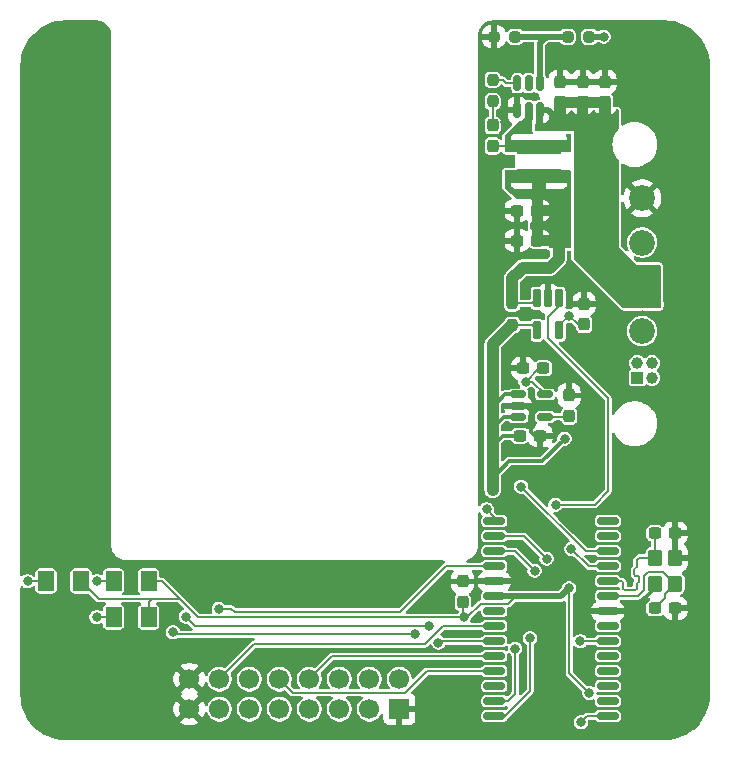
<source format=gtl>
G04 #@! TF.GenerationSoftware,KiCad,Pcbnew,9.0.6*
G04 #@! TF.CreationDate,2026-01-15T23:38:00-05:00*
G04 #@! TF.ProjectId,telemetry_transmitter,74656c65-6d65-4747-9279-5f7472616e73,rev?*
G04 #@! TF.SameCoordinates,Original*
G04 #@! TF.FileFunction,Copper,L1,Top*
G04 #@! TF.FilePolarity,Positive*
%FSLAX46Y46*%
G04 Gerber Fmt 4.6, Leading zero omitted, Abs format (unit mm)*
G04 Created by KiCad (PCBNEW 9.0.6) date 2026-01-15 23:38:00*
%MOMM*%
%LPD*%
G01*
G04 APERTURE LIST*
G04 Aperture macros list*
%AMRoundRect*
0 Rectangle with rounded corners*
0 $1 Rounding radius*
0 $2 $3 $4 $5 $6 $7 $8 $9 X,Y pos of 4 corners*
0 Add a 4 corners polygon primitive as box body*
4,1,4,$2,$3,$4,$5,$6,$7,$8,$9,$2,$3,0*
0 Add four circle primitives for the rounded corners*
1,1,$1+$1,$2,$3*
1,1,$1+$1,$4,$5*
1,1,$1+$1,$6,$7*
1,1,$1+$1,$8,$9*
0 Add four rect primitives between the rounded corners*
20,1,$1+$1,$2,$3,$4,$5,0*
20,1,$1+$1,$4,$5,$6,$7,0*
20,1,$1+$1,$6,$7,$8,$9,0*
20,1,$1+$1,$8,$9,$2,$3,0*%
G04 Aperture macros list end*
G04 #@! TA.AperFunction,SMDPad,CuDef*
%ADD10RoundRect,0.237500X-0.237500X0.300000X-0.237500X-0.300000X0.237500X-0.300000X0.237500X0.300000X0*%
G04 #@! TD*
G04 #@! TA.AperFunction,SMDPad,CuDef*
%ADD11RoundRect,0.237500X0.250000X0.237500X-0.250000X0.237500X-0.250000X-0.237500X0.250000X-0.237500X0*%
G04 #@! TD*
G04 #@! TA.AperFunction,SMDPad,CuDef*
%ADD12RoundRect,0.237500X-0.300000X-0.237500X0.300000X-0.237500X0.300000X0.237500X-0.300000X0.237500X0*%
G04 #@! TD*
G04 #@! TA.AperFunction,SMDPad,CuDef*
%ADD13RoundRect,0.237500X0.237500X-0.300000X0.237500X0.300000X-0.237500X0.300000X-0.237500X-0.300000X0*%
G04 #@! TD*
G04 #@! TA.AperFunction,SMDPad,CuDef*
%ADD14RoundRect,0.162500X-0.162500X0.617500X-0.162500X-0.617500X0.162500X-0.617500X0.162500X0.617500X0*%
G04 #@! TD*
G04 #@! TA.AperFunction,SMDPad,CuDef*
%ADD15RoundRect,0.250001X-0.462499X-0.624999X0.462499X-0.624999X0.462499X0.624999X-0.462499X0.624999X0*%
G04 #@! TD*
G04 #@! TA.AperFunction,SMDPad,CuDef*
%ADD16R,3.800000X1.200000*%
G04 #@! TD*
G04 #@! TA.AperFunction,SMDPad,CuDef*
%ADD17RoundRect,0.237500X0.300000X0.237500X-0.300000X0.237500X-0.300000X-0.237500X0.300000X-0.237500X0*%
G04 #@! TD*
G04 #@! TA.AperFunction,SMDPad,CuDef*
%ADD18RoundRect,0.237500X-0.237500X0.250000X-0.237500X-0.250000X0.237500X-0.250000X0.237500X0.250000X0*%
G04 #@! TD*
G04 #@! TA.AperFunction,SMDPad,CuDef*
%ADD19RoundRect,0.150000X0.150000X-0.512500X0.150000X0.512500X-0.150000X0.512500X-0.150000X-0.512500X0*%
G04 #@! TD*
G04 #@! TA.AperFunction,SMDPad,CuDef*
%ADD20RoundRect,0.150000X-0.512500X-0.150000X0.512500X-0.150000X0.512500X0.150000X-0.512500X0.150000X0*%
G04 #@! TD*
G04 #@! TA.AperFunction,SMDPad,CuDef*
%ADD21RoundRect,0.237500X0.237500X-0.250000X0.237500X0.250000X-0.237500X0.250000X-0.237500X-0.250000X0*%
G04 #@! TD*
G04 #@! TA.AperFunction,ComponentPad*
%ADD22R,1.700000X1.700000*%
G04 #@! TD*
G04 #@! TA.AperFunction,ComponentPad*
%ADD23C,1.700000*%
G04 #@! TD*
G04 #@! TA.AperFunction,SMDPad,CuDef*
%ADD24RoundRect,0.150000X0.750000X0.150000X-0.750000X0.150000X-0.750000X-0.150000X0.750000X-0.150000X0*%
G04 #@! TD*
G04 #@! TA.AperFunction,ComponentPad*
%ADD25R,1.000000X1.000000*%
G04 #@! TD*
G04 #@! TA.AperFunction,ComponentPad*
%ADD26C,1.000000*%
G04 #@! TD*
G04 #@! TA.AperFunction,ComponentPad*
%ADD27C,2.175000*%
G04 #@! TD*
G04 #@! TA.AperFunction,SMDPad,CuDef*
%ADD28RoundRect,0.250000X0.350000X-0.450000X0.350000X0.450000X-0.350000X0.450000X-0.350000X-0.450000X0*%
G04 #@! TD*
G04 #@! TA.AperFunction,ComponentPad*
%ADD29C,0.800000*%
G04 #@! TD*
G04 #@! TA.AperFunction,ComponentPad*
%ADD30C,6.400000*%
G04 #@! TD*
G04 #@! TA.AperFunction,ViaPad*
%ADD31C,0.800000*%
G04 #@! TD*
G04 #@! TA.AperFunction,Conductor*
%ADD32C,0.304800*%
G04 #@! TD*
G04 #@! TA.AperFunction,Conductor*
%ADD33C,0.355600*%
G04 #@! TD*
G04 #@! TA.AperFunction,Conductor*
%ADD34C,0.203200*%
G04 #@! TD*
G04 #@! TA.AperFunction,Conductor*
%ADD35C,0.508000*%
G04 #@! TD*
G04 #@! TA.AperFunction,Conductor*
%ADD36C,1.000000*%
G04 #@! TD*
G04 #@! TA.AperFunction,Conductor*
%ADD37C,0.600000*%
G04 #@! TD*
G04 APERTURE END LIST*
D10*
G04 #@! TO.P,C9,1*
G04 #@! TO.N,Net-(C9-Pad1)*
X148513800Y-82500300D03*
G04 #@! TO.P,C9,2*
G04 #@! TO.N,Net-(U3-SW)*
X148513800Y-84225300D03*
G04 #@! TD*
D11*
G04 #@! TO.P,R10,1*
G04 #@! TO.N,Net-(U4-IN+)*
X156690700Y-74980800D03*
G04 #@! TO.P,R10,2*
G04 #@! TO.N,Net-(U3-FB)*
X154865700Y-74980800D03*
G04 #@! TD*
D12*
G04 #@! TO.P,C1,1*
G04 #@! TO.N,/OSC1*
X162256300Y-123367800D03*
G04 #@! TO.P,C1,2*
G04 #@! TO.N,GND*
X163981300Y-123367800D03*
G04 #@! TD*
D13*
G04 #@! TO.P,C6,1*
G04 #@! TO.N,+12V*
X158038800Y-80542300D03*
G04 #@! TO.P,C6,2*
G04 #@! TO.N,GND*
X158038800Y-78817300D03*
G04 #@! TD*
D14*
G04 #@! TO.P,U4,1,VO*
G04 #@! TO.N,/power/CURR_LTT*
X154162800Y-97125800D03*
G04 #@! TO.P,U4,2,GND*
G04 #@! TO.N,GND*
X153212800Y-97125800D03*
G04 #@! TO.P,U4,3,IN+*
G04 #@! TO.N,Net-(U4-IN+)*
X152262800Y-97125800D03*
G04 #@! TO.P,U4,4,IN-*
G04 #@! TO.N,+5V*
X152262800Y-99825800D03*
G04 #@! TO.P,U4,5,VS*
G04 #@! TO.N,+3V3*
X154162800Y-99825800D03*
G04 #@! TD*
D15*
G04 #@! TO.P,D1,1,K*
G04 #@! TO.N,Net-(D1-K)*
X110704300Y-121081800D03*
G04 #@! TO.P,D1,2,A*
G04 #@! TO.N,+3V3*
X113679300Y-121081800D03*
G04 #@! TD*
D16*
G04 #@! TO.P,L1,1,1*
G04 #@! TO.N,Net-(U3-SW)*
X152450800Y-84296800D03*
G04 #@! TO.P,L1,2,2*
G04 #@! TO.N,Net-(U4-IN+)*
X152450800Y-86746800D03*
G04 #@! TD*
D10*
G04 #@! TO.P,C14,1*
G04 #@! TO.N,GND*
X154990800Y-105360300D03*
G04 #@! TO.P,C14,2*
G04 #@! TO.N,Net-(U5-BP)*
X154990800Y-107085300D03*
G04 #@! TD*
D12*
G04 #@! TO.P,C2,1*
G04 #@! TO.N,/OSC2*
X162256300Y-117017800D03*
G04 #@! TO.P,C2,2*
G04 #@! TO.N,GND*
X163981300Y-117017800D03*
G04 #@! TD*
D13*
G04 #@! TO.P,C8,1*
G04 #@! TO.N,+12V*
X154228800Y-80542300D03*
G04 #@! TO.P,C8,2*
G04 #@! TO.N,GND*
X154228800Y-78817300D03*
G04 #@! TD*
D17*
G04 #@! TO.P,C12,1*
G04 #@! TO.N,GND*
X152551300Y-108762800D03*
G04 #@! TO.P,C12,2*
G04 #@! TO.N,+5V*
X150826300Y-108762800D03*
G04 #@! TD*
D18*
G04 #@! TO.P,R9,1*
G04 #@! TO.N,/power/BOOT*
X148513800Y-78640300D03*
G04 #@! TO.P,R9,2*
G04 #@! TO.N,Net-(C9-Pad1)*
X148513800Y-80465300D03*
G04 #@! TD*
D12*
G04 #@! TO.P,C15,1*
G04 #@! TO.N,GND*
X151091300Y-103050800D03*
G04 #@! TO.P,C15,2*
G04 #@! TO.N,+3V3*
X152816300Y-103050800D03*
G04 #@! TD*
D13*
G04 #@! TO.P,C3,1*
G04 #@! TO.N,+3V3*
X145973800Y-122833300D03*
G04 #@! TO.P,C3,2*
G04 #@! TO.N,GND*
X145973800Y-121108300D03*
G04 #@! TD*
D15*
G04 #@! TO.P,D2,1,K*
G04 #@! TO.N,Net-(D2-K)*
X116419300Y-121081800D03*
G04 #@! TO.P,D2,2,A*
G04 #@! TO.N,+3V3*
X119394300Y-121081800D03*
G04 #@! TD*
D19*
G04 #@! TO.P,U3,1,GND*
G04 #@! TO.N,GND*
X150611800Y-81198300D03*
G04 #@! TO.P,U3,2,SW*
G04 #@! TO.N,Net-(U3-SW)*
X151561800Y-81198300D03*
G04 #@! TO.P,U3,3,VIN*
G04 #@! TO.N,+12V*
X152511800Y-81198300D03*
G04 #@! TO.P,U3,4,FB*
G04 #@! TO.N,Net-(U3-FB)*
X152511800Y-78923300D03*
G04 #@! TO.P,U3,5,EN*
G04 #@! TO.N,unconnected-(U3-EN-Pad5)*
X151561800Y-78923300D03*
G04 #@! TO.P,U3,6,BOOT*
G04 #@! TO.N,/power/BOOT*
X150611800Y-78923300D03*
G04 #@! TD*
D20*
G04 #@! TO.P,U5,1,IN*
G04 #@! TO.N,+5V*
X150678300Y-105272800D03*
G04 #@! TO.P,U5,2,GND*
G04 #@! TO.N,GND*
X150678300Y-106222800D03*
G04 #@! TO.P,U5,3,EN*
G04 #@! TO.N,+5V*
X150678300Y-107172800D03*
G04 #@! TO.P,U5,4,BP*
G04 #@! TO.N,Net-(U5-BP)*
X152953300Y-107172800D03*
G04 #@! TO.P,U5,5,OUT*
G04 #@! TO.N,+3V3*
X152953300Y-105272800D03*
G04 #@! TD*
D11*
G04 #@! TO.P,R11,1*
G04 #@! TO.N,Net-(U3-FB)*
X150442300Y-74980800D03*
G04 #@! TO.P,R11,2*
G04 #@! TO.N,GND*
X148617300Y-74980800D03*
G04 #@! TD*
D15*
G04 #@! TO.P,D3,1,K*
G04 #@! TO.N,Net-(D3-K)*
X116419300Y-124129800D03*
G04 #@! TO.P,D3,2,A*
G04 #@! TO.N,+3V3*
X119394300Y-124129800D03*
G04 #@! TD*
D17*
G04 #@! TO.P,C10,1*
G04 #@! TO.N,Net-(U4-IN+)*
X152297300Y-92252800D03*
G04 #@! TO.P,C10,2*
G04 #@! TO.N,GND*
X150572300Y-92252800D03*
G04 #@! TD*
D21*
G04 #@! TO.P,R12,1*
G04 #@! TO.N,+5V*
X150164800Y-99388300D03*
G04 #@! TO.P,R12,2*
G04 #@! TO.N,Net-(U4-IN+)*
X150164800Y-97563300D03*
G04 #@! TD*
D10*
G04 #@! TO.P,C13,1*
G04 #@! TO.N,GND*
X156260800Y-97613300D03*
G04 #@! TO.P,C13,2*
G04 #@! TO.N,+3V3*
X156260800Y-99338300D03*
G04 #@! TD*
D22*
G04 #@! TO.P,J3,1,Pin_1*
G04 #@! TO.N,GND*
X140624800Y-131913800D03*
D23*
G04 #@! TO.P,J3,2,Pin_2*
G04 #@! TO.N,unconnected-(J3-Pin_2-Pad2)*
X140624800Y-129373800D03*
G04 #@! TO.P,J3,3,Pin_3*
G04 #@! TO.N,unconnected-(J3-Pin_3-Pad3)*
X138084800Y-131913800D03*
G04 #@! TO.P,J3,4,Pin_4*
G04 #@! TO.N,unconnected-(J3-Pin_4-Pad4)*
X138084800Y-129373800D03*
G04 #@! TO.P,J3,5,Pin_5*
G04 #@! TO.N,unconnected-(J3-Pin_5-Pad5)*
X135544800Y-131913800D03*
G04 #@! TO.P,J3,6,Pin_6*
G04 #@! TO.N,/RTS*
X135544800Y-129373800D03*
G04 #@! TO.P,J3,7,Pin_7*
G04 #@! TO.N,unconnected-(J3-Pin_7-Pad7)*
X133004800Y-131913800D03*
G04 #@! TO.P,J3,8,Pin_8*
G04 #@! TO.N,/TX*
X133004800Y-129373800D03*
G04 #@! TO.P,J3,9,Pin_9*
G04 #@! TO.N,unconnected-(J3-Pin_9-Pad9)*
X130464800Y-131913800D03*
G04 #@! TO.P,J3,10,Pin_10*
G04 #@! TO.N,/RX*
X130464800Y-129373800D03*
G04 #@! TO.P,J3,11,Pin_11*
G04 #@! TO.N,unconnected-(J3-Pin_11-Pad11)*
X127924800Y-131913800D03*
G04 #@! TO.P,J3,12,Pin_12*
G04 #@! TO.N,unconnected-(J3-Pin_12-Pad12)*
X127924800Y-129373800D03*
G04 #@! TO.P,J3,13,Pin_13*
G04 #@! TO.N,Net-(J3-Pin_13)*
X125384800Y-131913800D03*
G04 #@! TO.P,J3,14,Pin_14*
G04 #@! TO.N,/CTS*
X125384800Y-129373800D03*
G04 #@! TO.P,J3,15,Pin_15*
G04 #@! TO.N,GND*
X122844800Y-131913800D03*
G04 #@! TO.P,J3,16,Pin_16*
X122844800Y-129373800D03*
G04 #@! TD*
D24*
G04 #@! TO.P,U1,1,~{MCLR}*
G04 #@! TO.N,/~{MCLR}*
X158266800Y-132511800D03*
G04 #@! TO.P,U1,2,RA0*
G04 #@! TO.N,unconnected-(U1-RA0-Pad2)*
X158266800Y-131241800D03*
G04 #@! TO.P,U1,3,RA1*
G04 #@! TO.N,unconnected-(U1-RA1-Pad3)*
X158266800Y-129971800D03*
G04 #@! TO.P,U1,4,RA2*
G04 #@! TO.N,unconnected-(U1-RA2-Pad4)*
X158266800Y-128701800D03*
G04 #@! TO.P,U1,5,RA3*
G04 #@! TO.N,unconnected-(U1-RA3-Pad5)*
X158266800Y-127431800D03*
G04 #@! TO.P,U1,6,RA4*
G04 #@! TO.N,/power/CURR_LTT*
X158266800Y-126161800D03*
G04 #@! TO.P,U1,7,RA5*
G04 #@! TO.N,unconnected-(U1-RA5-Pad7)*
X158266800Y-124891800D03*
G04 #@! TO.P,U1,8,VSS*
G04 #@! TO.N,GND*
X158266800Y-123621800D03*
G04 #@! TO.P,U1,9,RA7/OSC1*
G04 #@! TO.N,/OSC1*
X158266800Y-122351800D03*
G04 #@! TO.P,U1,10,RA6/OSC2*
G04 #@! TO.N,/OSC2*
X158266800Y-121081800D03*
G04 #@! TO.P,U1,11,RC0*
G04 #@! TO.N,/CAN_TX*
X158266800Y-119811800D03*
G04 #@! TO.P,U1,12,RC1*
G04 #@! TO.N,/CAN_RX*
X158266800Y-118541800D03*
G04 #@! TO.P,U1,13,RC2*
G04 #@! TO.N,unconnected-(U1-RC2-Pad13)*
X158266800Y-117271800D03*
G04 #@! TO.P,U1,14,RC3*
G04 #@! TO.N,unconnected-(U1-RC3-Pad14)*
X158266800Y-116001800D03*
G04 #@! TO.P,U1,15,RC4*
G04 #@! TO.N,/RADIO_OFF*
X148666800Y-116001800D03*
G04 #@! TO.P,U1,16,RC5*
G04 #@! TO.N,/LED3*
X148666800Y-117271800D03*
G04 #@! TO.P,U1,17,RC6*
G04 #@! TO.N,/LED2*
X148666800Y-118541800D03*
G04 #@! TO.P,U1,18,RC7*
G04 #@! TO.N,/LED1*
X148666800Y-119811800D03*
G04 #@! TO.P,U1,19,VSS*
G04 #@! TO.N,GND*
X148666800Y-121081800D03*
G04 #@! TO.P,U1,20,VDD*
G04 #@! TO.N,+3V3*
X148666800Y-122351800D03*
G04 #@! TO.P,U1,21,RB0*
G04 #@! TO.N,unconnected-(U1-RB0-Pad21)*
X148666800Y-123621800D03*
G04 #@! TO.P,U1,22,RB1*
G04 #@! TO.N,/CTS*
X148666800Y-124891800D03*
G04 #@! TO.P,U1,23,RB2*
G04 #@! TO.N,/RTS*
X148666800Y-126161800D03*
G04 #@! TO.P,U1,24,RB3*
G04 #@! TO.N,/TX*
X148666800Y-127431800D03*
G04 #@! TO.P,U1,25,RB4*
G04 #@! TO.N,/RX*
X148666800Y-128701800D03*
G04 #@! TO.P,U1,26,RB5*
G04 #@! TO.N,unconnected-(U1-RB5-Pad26)*
X148666800Y-129971800D03*
G04 #@! TO.P,U1,27,RB6/ICSPCLK*
G04 #@! TO.N,/ICSPCLK*
X148666800Y-131241800D03*
G04 #@! TO.P,U1,28,RB7/ICSPDAT*
G04 #@! TO.N,/ICSPDAT*
X148666800Y-132511800D03*
G04 #@! TD*
D25*
G04 #@! TO.P,J2,1,CANH*
G04 #@! TO.N,/CAN_H*
X160761800Y-103860800D03*
D26*
G04 #@! TO.P,J2,2,CANL*
G04 #@! TO.N,/CAN_L*
X160761800Y-102610800D03*
G04 #@! TO.P,J2,3,NC*
G04 #@! TO.N,unconnected-(J2-NC-Pad3)*
X162011800Y-103860800D03*
G04 #@! TO.P,J2,4,NC*
G04 #@! TO.N,unconnected-(J2-NC-Pad4)*
X162011800Y-102610800D03*
D27*
G04 #@! TO.P,J2,A,+CHG*
G04 #@! TO.N,unconnected-(J2-+CHG-PadA)*
X161181800Y-99910800D03*
G04 #@! TO.P,J2,B,+12V*
G04 #@! TO.N,+12V*
X161181800Y-96160800D03*
G04 #@! TO.P,J2,C,+5V*
G04 #@! TO.N,unconnected-(J2-+5V-PadC)*
X161181800Y-92410800D03*
G04 #@! TO.P,J2,D,GND*
G04 #@! TO.N,GND*
X161181800Y-88660800D03*
G04 #@! TD*
D17*
G04 #@! TO.P,C11,1*
G04 #@! TO.N,Net-(U4-IN+)*
X152297300Y-89712800D03*
G04 #@! TO.P,C11,2*
G04 #@! TO.N,GND*
X150572300Y-89712800D03*
G04 #@! TD*
D13*
G04 #@! TO.P,C7,1*
G04 #@! TO.N,+12V*
X156133800Y-80542300D03*
G04 #@! TO.P,C7,2*
G04 #@! TO.N,GND*
X156133800Y-78817300D03*
G04 #@! TD*
D28*
G04 #@! TO.P,Y1,1,1*
G04 #@! TO.N,/OSC1*
X163968800Y-121292800D03*
G04 #@! TO.P,Y1,2,2*
G04 #@! TO.N,GND*
X163968800Y-119092800D03*
G04 #@! TO.P,Y1,3,3*
G04 #@! TO.N,/OSC2*
X162268800Y-119092800D03*
G04 #@! TO.P,Y1,4,4*
G04 #@! TO.N,GND*
X162268800Y-121292800D03*
G04 #@! TD*
D29*
G04 #@! TO.P,H3,1,1*
G04 #@! TO.N,GND*
X114718800Y-77393800D03*
X114015856Y-79090856D03*
X114015856Y-75696744D03*
X112318800Y-79793800D03*
D30*
X112318800Y-77393800D03*
D29*
X112318800Y-74993800D03*
X110621744Y-79090856D03*
X110621744Y-75696744D03*
X109918800Y-77393800D03*
G04 #@! TD*
G04 #@! TO.P,H2,1,1*
G04 #@! TO.N,GND*
X165518800Y-128193800D03*
X164815856Y-129890856D03*
X164815856Y-126496744D03*
X163118800Y-130593800D03*
D30*
X163118800Y-128193800D03*
D29*
X163118800Y-125793800D03*
X161421744Y-129890856D03*
X161421744Y-126496744D03*
X160718800Y-128193800D03*
G04 #@! TD*
G04 #@! TO.P,H4,1,1*
G04 #@! TO.N,GND*
X165518800Y-77393800D03*
X164815856Y-79090856D03*
X164815856Y-75696744D03*
X163118800Y-79793800D03*
D30*
X163118800Y-77393800D03*
D29*
X163118800Y-74993800D03*
X161421744Y-79090856D03*
X161421744Y-75696744D03*
X160718800Y-77393800D03*
G04 #@! TD*
G04 #@! TO.P,H1,1,1*
G04 #@! TO.N,GND*
X114718800Y-128193800D03*
X114015856Y-129890856D03*
X114015856Y-126496744D03*
X112318800Y-130593800D03*
D30*
X112318800Y-128193800D03*
D29*
X112318800Y-125793800D03*
X110621744Y-129890856D03*
X110621744Y-126496744D03*
X109918800Y-128193800D03*
G04 #@! TD*
D31*
G04 #@! TO.N,GND*
X158902400Y-76174600D03*
X136753600Y-133400800D03*
X150037800Y-109905800D03*
X144526000Y-129641600D03*
X160197800Y-115747800D03*
X149580600Y-79756000D03*
X165531800Y-123240800D03*
X151231600Y-76149200D03*
X165531800Y-115493800D03*
X161467800Y-115620800D03*
X149860000Y-77571600D03*
X148107400Y-93091000D03*
X136067800Y-122224800D03*
X151755481Y-107820270D03*
X149580600Y-93802200D03*
X148844000Y-86766400D03*
X156210000Y-95808800D03*
X160197800Y-124637800D03*
X165277800Y-120446800D03*
X166420800Y-120954800D03*
X160680400Y-80441800D03*
X165531800Y-118033800D03*
X166039800Y-125272800D03*
X143205200Y-131343400D03*
X155067000Y-76250800D03*
X165404800Y-121589800D03*
X148717000Y-90373200D03*
X153162000Y-132410200D03*
X166166800Y-122351800D03*
X161086800Y-118033800D03*
X127076200Y-133477000D03*
X149555200Y-82219800D03*
X154940000Y-130835400D03*
X147929600Y-95199200D03*
X153466800Y-112953800D03*
X126111000Y-127203200D03*
X154762200Y-95300800D03*
X160070800Y-118795800D03*
X145313400Y-132537200D03*
X152562000Y-125145800D03*
X159943800Y-125780800D03*
X162610800Y-115493800D03*
X156260800Y-106349800D03*
X149123400Y-91694000D03*
X147777200Y-91236800D03*
X164134800Y-115620800D03*
X166166800Y-119430800D03*
X152958800Y-129743200D03*
X166166800Y-116763800D03*
X139877800Y-122859800D03*
X166420800Y-124002800D03*
X161467800Y-124510800D03*
X131724400Y-133350000D03*
X165277800Y-124510800D03*
X156667200Y-76225400D03*
X147751800Y-87731600D03*
G04 #@! TO.N,+3V3*
X154990800Y-121691400D03*
X154990800Y-98602800D03*
X151307800Y-104190800D03*
X146100800Y-124129800D03*
X156708400Y-130556000D03*
G04 #@! TO.N,+5V*
X148513800Y-110413800D03*
X154609800Y-109016800D03*
X148513800Y-111302800D03*
X148513800Y-112318800D03*
X148513800Y-113334800D03*
G04 #@! TO.N,Net-(D1-K)*
X109143800Y-121081800D03*
G04 #@! TO.N,Net-(D2-K)*
X114991800Y-121081800D03*
G04 #@! TO.N,/~{MCLR}*
X156006800Y-133019800D03*
G04 #@! TO.N,/ICSPDAT*
X151688800Y-125907800D03*
G04 #@! TO.N,/ICSPCLK*
X150418800Y-126796800D03*
G04 #@! TO.N,Net-(D3-K)*
X114985800Y-124129800D03*
G04 #@! TO.N,/LED1*
X125336300Y-123428200D03*
G04 #@! TO.N,/LED2*
X152069800Y-120192800D03*
X122530407Y-124078193D03*
X143154400Y-124876000D03*
G04 #@! TO.N,/LED3*
X153085800Y-119176800D03*
X121462800Y-125399800D03*
X141960600Y-125577600D03*
G04 #@! TO.N,/CAN_RX*
X150926800Y-113080800D03*
G04 #@! TO.N,/CAN_TX*
X155194000Y-118364000D03*
G04 #@! TO.N,/RTS*
X143929907Y-126276907D03*
G04 #@! TO.N,/RADIO_OFF*
X148005800Y-114985800D03*
G04 #@! TO.N,/power/CURR_LTT*
X155940200Y-126161800D03*
X153847800Y-114604800D03*
G04 #@! TO.N,Net-(U4-IN+)*
X154482800Y-90855800D03*
X157911800Y-74980800D03*
X153339800Y-90855800D03*
G04 #@! TD*
D32*
G04 #@! TO.N,GND*
X152069800Y-108762800D02*
X152551300Y-108762800D01*
X158266800Y-123621800D02*
X159816800Y-123621800D01*
X151755481Y-106637482D02*
X151755481Y-107820270D01*
X151755481Y-108448481D02*
X152069800Y-108762800D01*
X150678300Y-106222800D02*
X151340799Y-106222800D01*
X151755481Y-107820270D02*
X151755481Y-108448481D01*
D33*
X162268800Y-121677800D02*
X161340800Y-122605800D01*
D34*
X162268800Y-121292800D02*
X162268800Y-121677800D01*
D32*
X151340799Y-106222800D02*
X151755481Y-106637482D01*
D34*
G04 #@! TO.N,/OSC1*
X161366200Y-121818400D02*
X161366200Y-120606978D01*
X161682978Y-120290200D02*
X162966200Y-120290200D01*
X163118800Y-122142800D02*
X163118800Y-122505300D01*
X162966200Y-120290200D02*
X163968800Y-121292800D01*
X160832800Y-122351800D02*
X161366200Y-121818400D01*
X163968800Y-121292800D02*
X163118800Y-122142800D01*
X161366200Y-120606978D02*
X161682978Y-120290200D01*
X163118800Y-122505300D02*
X162256300Y-123367800D01*
X158266800Y-122351800D02*
X160832800Y-122351800D01*
G04 #@! TO.N,/OSC2*
X160909000Y-121132600D02*
X160909000Y-120712400D01*
X159562800Y-121716800D02*
X159689800Y-121843800D01*
X160578800Y-121843800D02*
X160705800Y-121716800D01*
X162268800Y-119092800D02*
X162268800Y-117030300D01*
X160705800Y-119430800D02*
X160705800Y-119305800D01*
X160502600Y-120509200D02*
X160502600Y-120112400D01*
X160705800Y-121716800D02*
X160705800Y-121335800D01*
X158266800Y-121081800D02*
X159435800Y-121081800D01*
X159562800Y-121208800D02*
X159562800Y-121716800D01*
X160807400Y-120610800D02*
X160705800Y-120610800D01*
X160705800Y-120610800D02*
X160604200Y-120610800D01*
X160705800Y-119305800D02*
X160918800Y-119092800D01*
X160705800Y-119650800D02*
X160705800Y-119430800D01*
X160918800Y-119092800D02*
X162268800Y-119092800D01*
X162268800Y-117030300D02*
X162256300Y-117017800D01*
X160705800Y-119909200D02*
X160705800Y-119650800D01*
X159689800Y-121843800D02*
X160578800Y-121843800D01*
X159435800Y-121081800D02*
X159562800Y-121208800D01*
X160604200Y-120010800D02*
G75*
G03*
X160705800Y-119909200I0J101600D01*
G01*
X160705800Y-121335800D02*
G75*
G02*
X160807400Y-121234200I101600J0D01*
G01*
X160909000Y-120712400D02*
G75*
G03*
X160807400Y-120610800I-101600J0D01*
G01*
X160502600Y-120112400D02*
G75*
G02*
X160604200Y-120010800I101600J0D01*
G01*
X160807400Y-121234200D02*
G75*
G03*
X160909000Y-121132600I0J101600D01*
G01*
X160604200Y-120610800D02*
G75*
G02*
X160502600Y-120509200I0J101600D01*
G01*
G04 #@! TO.N,+3V3*
X154162800Y-99825800D02*
X154162800Y-99430800D01*
X120527641Y-121081800D02*
X119394300Y-121081800D01*
X146100800Y-124129800D02*
X146380200Y-124129800D01*
X154990800Y-121691400D02*
X154990800Y-128838400D01*
X115175579Y-122578079D02*
X113679300Y-121081800D01*
X119394300Y-124129800D02*
X119394300Y-122868579D01*
X154162800Y-99430800D02*
X154990800Y-98602800D01*
X154990800Y-128838400D02*
X156708400Y-130556000D01*
X119394300Y-122868579D02*
X119684800Y-122578079D01*
X156260800Y-99338300D02*
X155726300Y-99338300D01*
X148666800Y-122351800D02*
X147878800Y-122351800D01*
X149834600Y-122986800D02*
X150469600Y-122351800D01*
X152816300Y-103050800D02*
X152447800Y-103050800D01*
X152953300Y-105272800D02*
X151871300Y-104190800D01*
X119684800Y-122578079D02*
X115175579Y-122578079D01*
X145973800Y-122833300D02*
X145973800Y-124002800D01*
D35*
X154330400Y-122351800D02*
X150469600Y-122351800D01*
D34*
X146100800Y-124129800D02*
X123575641Y-124129800D01*
X151871300Y-104190800D02*
X151307800Y-104190800D01*
X155726300Y-99338300D02*
X154990800Y-98602800D01*
X145973800Y-124002800D02*
X146100800Y-124129800D01*
X122023921Y-122578079D02*
X119684800Y-122578079D01*
X152447800Y-103050800D02*
X151307800Y-104190800D01*
X146380200Y-124129800D02*
X147523200Y-122986800D01*
D35*
X154990800Y-121691400D02*
X154330400Y-122351800D01*
D34*
X147523200Y-122986800D02*
X149834600Y-122986800D01*
D35*
X150469600Y-122351800D02*
X148666800Y-122351800D01*
D34*
X123575641Y-124129800D02*
X122023921Y-122578079D01*
X122023921Y-122578079D02*
X120527641Y-121081800D01*
D32*
G04 #@! TO.N,+5V*
X148513800Y-112318800D02*
X149910800Y-110921800D01*
X149468800Y-107172800D02*
X148513800Y-108127800D01*
D36*
X148513800Y-108127800D02*
X148513800Y-109651800D01*
D32*
X150826300Y-108762800D02*
X149402800Y-108762800D01*
D34*
X151825300Y-99388300D02*
X152262800Y-99825800D01*
D32*
X149910800Y-110921800D02*
X152704800Y-110921800D01*
D36*
X148513800Y-106349800D02*
X148513800Y-108127800D01*
D34*
X150164800Y-99388300D02*
X151825300Y-99388300D01*
D32*
X149590800Y-105272800D02*
X148513800Y-106349800D01*
X150678300Y-107172800D02*
X149468800Y-107172800D01*
D36*
X150164800Y-99388300D02*
X148513800Y-101039300D01*
X148513800Y-109651800D02*
X148513800Y-113334800D01*
D32*
X152704800Y-110921800D02*
X154609800Y-109016800D01*
X149402800Y-108762800D02*
X148513800Y-109651800D01*
X150678300Y-105272800D02*
X149590800Y-105272800D01*
D36*
X148513800Y-101039300D02*
X148513800Y-106349800D01*
D35*
G04 #@! TO.N,+12V*
X153207300Y-81198300D02*
X153339800Y-81330800D01*
X152511800Y-81198300D02*
X153207300Y-81198300D01*
X153339800Y-81330800D02*
X153974800Y-81965800D01*
D34*
G04 #@! TO.N,Net-(U5-BP)*
X154903300Y-107172800D02*
X154990800Y-107085300D01*
X152953300Y-107172800D02*
X154903300Y-107172800D01*
G04 #@! TO.N,Net-(D1-K)*
X110704300Y-121081800D02*
X109143800Y-121081800D01*
G04 #@! TO.N,Net-(D2-K)*
X116419300Y-121081800D02*
X114991800Y-121081800D01*
G04 #@! TO.N,/~{MCLR}*
X156514800Y-132511800D02*
X158266800Y-132511800D01*
X156006800Y-133019800D02*
X156514800Y-132511800D01*
G04 #@! TO.N,/ICSPDAT*
X151688800Y-125907800D02*
X151688800Y-130389799D01*
X149566799Y-132511800D02*
X148666800Y-132511800D01*
X151688800Y-130389799D02*
X149566799Y-132511800D01*
G04 #@! TO.N,/ICSPCLK*
X150418800Y-130606800D02*
X149783800Y-131241800D01*
X149783800Y-131241800D02*
X148666800Y-131241800D01*
X150418800Y-126796800D02*
X150418800Y-130606800D01*
G04 #@! TO.N,Net-(D3-K)*
X116419300Y-124129800D02*
X114985800Y-124129800D01*
G04 #@! TO.N,/LED1*
X140690600Y-123698000D02*
X144576800Y-119811800D01*
X125336300Y-123428200D02*
X126400000Y-123428200D01*
X126400000Y-123428200D02*
X126669800Y-123698000D01*
X144576800Y-119811800D02*
X148666800Y-119811800D01*
X126669800Y-123698000D02*
X140690600Y-123698000D01*
G04 #@! TO.N,/LED2*
X152069800Y-120192800D02*
X150418800Y-118541800D01*
X150418800Y-118541800D02*
X148666800Y-118541800D01*
X123328214Y-124876000D02*
X122530407Y-124078193D01*
X143154400Y-124876000D02*
X123328214Y-124876000D01*
G04 #@! TO.N,/LED3*
X148666800Y-117271800D02*
X151180800Y-117271800D01*
X121640600Y-125577600D02*
X121462800Y-125399800D01*
X141960600Y-125577600D02*
X121640600Y-125577600D01*
X151180800Y-117271800D02*
X153085800Y-119176800D01*
G04 #@! TO.N,/CTS*
X128342800Y-126415800D02*
X125384800Y-129373800D01*
X142798800Y-126415800D02*
X128342800Y-126415800D01*
X148666800Y-124891800D02*
X144322800Y-124891800D01*
X144322800Y-124891800D02*
X142798800Y-126415800D01*
G04 #@! TO.N,/RX*
X148666800Y-128701800D02*
X142926823Y-128701800D01*
X131617400Y-130526400D02*
X130464800Y-129373800D01*
X141102223Y-130526400D02*
X131617400Y-130526400D01*
X142926823Y-128701800D02*
X141102223Y-130526400D01*
G04 #@! TO.N,/CAN_RX*
X158266800Y-118541800D02*
X156387800Y-118541800D01*
X156387800Y-118541800D02*
X150926800Y-113080800D01*
G04 #@! TO.N,/CAN_TX*
X156641800Y-119811800D02*
X155194000Y-118364000D01*
X158266800Y-119811800D02*
X156641800Y-119811800D01*
G04 #@! TO.N,/TX*
X134946800Y-127431800D02*
X133004800Y-129373800D01*
X148666800Y-127431800D02*
X134946800Y-127431800D01*
G04 #@! TO.N,/RTS*
X144045014Y-126161800D02*
X148666800Y-126161800D01*
X143929907Y-126276907D02*
X144045014Y-126161800D01*
G04 #@! TO.N,/RADIO_OFF*
X148666800Y-116001800D02*
X148666800Y-115646800D01*
X148666800Y-115646800D02*
X148005800Y-114985800D01*
G04 #@! TO.N,/power/CURR_LTT*
X158292800Y-113461800D02*
X157149800Y-114604800D01*
X154162800Y-97125800D02*
X154162800Y-97779800D01*
X155940200Y-126161800D02*
X158266800Y-126161800D01*
X154162800Y-97779800D02*
X153212800Y-98729800D01*
X157149800Y-114604800D02*
X153847800Y-114604800D01*
X153212800Y-100507800D02*
X158292800Y-105587800D01*
X158292800Y-105587800D02*
X158292800Y-113461800D01*
X153212800Y-98729800D02*
X153212800Y-100507800D01*
G04 #@! TO.N,Net-(U3-SW)*
X148513800Y-84225300D02*
X149683300Y-84225300D01*
D37*
X151561800Y-81198300D02*
X151561800Y-81849800D01*
X151561800Y-81835610D02*
X150926800Y-82470610D01*
X150926800Y-82470610D02*
X150926800Y-82473800D01*
X151561800Y-81198300D02*
X151561800Y-81835610D01*
D34*
G04 #@! TO.N,Net-(C9-Pad1)*
X148513800Y-82500300D02*
X148513800Y-80465300D01*
G04 #@! TO.N,Net-(U4-IN+)*
X151825300Y-97563300D02*
X150164800Y-97563300D01*
D35*
X156690700Y-74980800D02*
X157911800Y-74980800D01*
D36*
X150164800Y-97563300D02*
X150164800Y-95427800D01*
D34*
X152262800Y-97125800D02*
X151825300Y-97563300D01*
D36*
X151053800Y-94538800D02*
X153339800Y-94538800D01*
X150799800Y-94792800D02*
X151053800Y-94538800D01*
X154101800Y-93776800D02*
X154101800Y-92379800D01*
X150164800Y-95427800D02*
X150799800Y-94792800D01*
X153339800Y-94538800D02*
X154101800Y-93776800D01*
D34*
G04 #@! TO.N,/power/BOOT*
X148513800Y-78640300D02*
X149379300Y-78640300D01*
X149662300Y-78923300D02*
X150611800Y-78923300D01*
X149379300Y-78640300D02*
X149662300Y-78923300D01*
D35*
G04 #@! TO.N,Net-(U3-FB)*
X152511800Y-78923300D02*
X152511800Y-75554800D01*
X154865700Y-74980800D02*
X153085800Y-74980800D01*
X153085800Y-74980800D02*
X150442300Y-74980800D01*
X152511800Y-75554800D02*
X153085800Y-74980800D01*
G04 #@! TD*
G04 #@! TA.AperFunction,Conductor*
G04 #@! TO.N,Net-(U3-SW)*
G36*
X151804839Y-81217985D02*
G01*
X151850594Y-81270789D01*
X151861800Y-81322300D01*
X151861800Y-82367896D01*
X151863187Y-82369755D01*
X151869681Y-82430567D01*
X151864300Y-82467992D01*
X151864300Y-82857807D01*
X151868997Y-82901486D01*
X151880197Y-82952974D01*
X151882142Y-82960933D01*
X151882690Y-82963173D01*
X151910034Y-83014487D01*
X151924190Y-83082905D01*
X151899107Y-83148118D01*
X151842750Y-83189417D01*
X151800602Y-83196800D01*
X150502955Y-83196800D01*
X150443427Y-83203201D01*
X150443420Y-83203203D01*
X150308713Y-83253445D01*
X150308706Y-83253449D01*
X150193612Y-83339609D01*
X150193609Y-83339612D01*
X150107449Y-83454706D01*
X150107445Y-83454713D01*
X150057203Y-83589420D01*
X150057201Y-83589427D01*
X150050800Y-83648955D01*
X150050800Y-83696800D01*
X154850800Y-83696800D01*
X154850800Y-83648972D01*
X154850799Y-83648955D01*
X154844398Y-83589427D01*
X154844396Y-83589420D01*
X154794154Y-83454713D01*
X154794152Y-83454710D01*
X154742425Y-83385612D01*
X154718007Y-83320148D01*
X154732858Y-83251874D01*
X154782263Y-83202469D01*
X154841691Y-83187300D01*
X155042300Y-83187300D01*
X155109339Y-83206985D01*
X155155094Y-83259789D01*
X155166300Y-83311300D01*
X155166300Y-84635800D01*
X155146615Y-84702839D01*
X155115967Y-84735546D01*
X155083127Y-84759800D01*
X149653800Y-84759800D01*
X149586761Y-84740115D01*
X149541006Y-84687311D01*
X149529800Y-84635800D01*
X149529800Y-83414161D01*
X149549485Y-83347122D01*
X149566114Y-83326485D01*
X150749502Y-82143097D01*
X150810821Y-82109615D01*
X150880513Y-82114599D01*
X150924860Y-82143100D01*
X151010238Y-82228478D01*
X151010247Y-82228485D01*
X151151601Y-82312081D01*
X151261800Y-82344096D01*
X151261800Y-81322300D01*
X151281485Y-81255261D01*
X151334289Y-81209506D01*
X151385800Y-81198300D01*
X151737800Y-81198300D01*
X151804839Y-81217985D01*
G37*
G04 #@! TD.AperFunction*
G04 #@! TD*
G04 #@! TA.AperFunction,Conductor*
G04 #@! TO.N,+12V*
G36*
X157981839Y-80086985D02*
G01*
X158027594Y-80139789D01*
X158038800Y-80191300D01*
X158038800Y-80542300D01*
X158389800Y-80542300D01*
X158456839Y-80561985D01*
X158502594Y-80614789D01*
X158513800Y-80666300D01*
X158513800Y-81540535D01*
X158590105Y-81515251D01*
X158736834Y-81424747D01*
X158736838Y-81424744D01*
X158858744Y-81302838D01*
X158858747Y-81302834D01*
X158952262Y-81151225D01*
X159004210Y-81104500D01*
X159073172Y-81093279D01*
X159137254Y-81121122D01*
X159176110Y-81179191D01*
X159181800Y-81216322D01*
X159181800Y-82759733D01*
X159162115Y-82826772D01*
X159149678Y-82843006D01*
X159093089Y-82905442D01*
X159093077Y-82905457D01*
X158982006Y-83055219D01*
X158886151Y-83215142D01*
X158806427Y-83383705D01*
X158806420Y-83383721D01*
X158743616Y-83559248D01*
X158698309Y-83740121D01*
X158670950Y-83924556D01*
X158670949Y-83924562D01*
X158670949Y-83924567D01*
X158661800Y-84110800D01*
X158670949Y-84297033D01*
X158670949Y-84297038D01*
X158670950Y-84297043D01*
X158698309Y-84481478D01*
X158743616Y-84662351D01*
X158806420Y-84837878D01*
X158806427Y-84837894D01*
X158886151Y-85006457D01*
X158982009Y-85166386D01*
X159093070Y-85316136D01*
X159093080Y-85316147D01*
X159149679Y-85378595D01*
X159180114Y-85441485D01*
X159181800Y-85461866D01*
X159181800Y-92760800D01*
X160705800Y-94284800D01*
X162615439Y-94284800D01*
X162682478Y-94304485D01*
X162728233Y-94357289D01*
X162739428Y-94407151D01*
X162751324Y-95301412D01*
X162751325Y-95301413D01*
X162762194Y-96118363D01*
X162719758Y-96160800D01*
X162763338Y-96204380D01*
X162773892Y-96997617D01*
X162773891Y-96997620D01*
X162785128Y-97842150D01*
X162766337Y-97909446D01*
X162714146Y-97955899D01*
X162661139Y-97967800D01*
X161326001Y-97967800D01*
X161258962Y-97948115D01*
X161213207Y-97895311D01*
X161203263Y-97826153D01*
X161211440Y-97796347D01*
X161231341Y-97748300D01*
X161181800Y-97698758D01*
X161132258Y-97748300D01*
X161152160Y-97796347D01*
X161159629Y-97865817D01*
X161128354Y-97928296D01*
X161068265Y-97963948D01*
X161037599Y-97967800D01*
X159614162Y-97967800D01*
X159547123Y-97948115D01*
X159526481Y-97931481D01*
X157805340Y-96210340D01*
X159594300Y-96210340D01*
X159643841Y-96160800D01*
X159594300Y-96111259D01*
X159594300Y-96210340D01*
X157805340Y-96210340D01*
X157684394Y-96089394D01*
X160456800Y-96089394D01*
X160456800Y-96232206D01*
X160484661Y-96372275D01*
X160539313Y-96504216D01*
X160618656Y-96622961D01*
X160719639Y-96723944D01*
X160838384Y-96803287D01*
X160970325Y-96857939D01*
X161110394Y-96885800D01*
X161253206Y-96885800D01*
X161393275Y-96857939D01*
X161525216Y-96803287D01*
X161643961Y-96723944D01*
X161744944Y-96622961D01*
X161824287Y-96504216D01*
X161878939Y-96372275D01*
X161906800Y-96232206D01*
X161906800Y-96089394D01*
X161878939Y-95949325D01*
X161824287Y-95817384D01*
X161744944Y-95698639D01*
X161643961Y-95597656D01*
X161525216Y-95518313D01*
X161393275Y-95463661D01*
X161253206Y-95435800D01*
X161110394Y-95435800D01*
X160970325Y-95463661D01*
X160838384Y-95518313D01*
X160719639Y-95597656D01*
X160618656Y-95698639D01*
X160539313Y-95817384D01*
X160484661Y-95949325D01*
X160456800Y-96089394D01*
X157684394Y-96089394D01*
X156168300Y-94573300D01*
X161132258Y-94573300D01*
X161181800Y-94622841D01*
X161231342Y-94573300D01*
X161132258Y-94573300D01*
X156168300Y-94573300D01*
X155408119Y-93813119D01*
X155374634Y-93751796D01*
X155371800Y-93725438D01*
X155371800Y-82981800D01*
X152193800Y-82981800D01*
X152126761Y-82962115D01*
X152081006Y-82909311D01*
X152069800Y-82857800D01*
X152069800Y-82467994D01*
X152089485Y-82400955D01*
X152142289Y-82355200D01*
X152209974Y-82345467D01*
X152211800Y-82344096D01*
X152211800Y-81322300D01*
X152231485Y-81255261D01*
X152284289Y-81209506D01*
X152335800Y-81198300D01*
X152687800Y-81198300D01*
X152754839Y-81217985D01*
X152800594Y-81270789D01*
X152811800Y-81322300D01*
X152811800Y-82344095D01*
X152921998Y-82312081D01*
X153063352Y-82228485D01*
X153063361Y-82228478D01*
X153179478Y-82112361D01*
X153179485Y-82112352D01*
X153263082Y-81970996D01*
X153263083Y-81970993D01*
X153308899Y-81813295D01*
X153308900Y-81813289D01*
X153311799Y-81776449D01*
X153311800Y-81776434D01*
X153311800Y-81505145D01*
X153331485Y-81438106D01*
X153384289Y-81392351D01*
X153453447Y-81382407D01*
X153517003Y-81411432D01*
X153523481Y-81417464D01*
X153530761Y-81424744D01*
X153530765Y-81424747D01*
X153677494Y-81515251D01*
X153753800Y-81540535D01*
X154703800Y-81540535D01*
X154780105Y-81515251D01*
X154926834Y-81424747D01*
X154926838Y-81424744D01*
X155048743Y-81302839D01*
X155075761Y-81259037D01*
X155127709Y-81212313D01*
X155196671Y-81201090D01*
X155260754Y-81228934D01*
X155286839Y-81259037D01*
X155313856Y-81302839D01*
X155435761Y-81424744D01*
X155435765Y-81424747D01*
X155582494Y-81515251D01*
X155658800Y-81540535D01*
X156608800Y-81540535D01*
X156685105Y-81515251D01*
X156831834Y-81424747D01*
X156831838Y-81424744D01*
X156953743Y-81302839D01*
X156980761Y-81259037D01*
X157032709Y-81212313D01*
X157101671Y-81201090D01*
X157165754Y-81228934D01*
X157191839Y-81259037D01*
X157218856Y-81302839D01*
X157340761Y-81424744D01*
X157340765Y-81424747D01*
X157487494Y-81515251D01*
X157563800Y-81540535D01*
X157563800Y-81017300D01*
X156608800Y-81017300D01*
X156608800Y-81540535D01*
X155658800Y-81540535D01*
X155658800Y-81017300D01*
X154703800Y-81017300D01*
X154703800Y-81540535D01*
X153753800Y-81540535D01*
X153753800Y-80666300D01*
X153773485Y-80599261D01*
X153826289Y-80553506D01*
X153877800Y-80542300D01*
X154228800Y-80542300D01*
X154228800Y-80191300D01*
X154248485Y-80124261D01*
X154301289Y-80078506D01*
X154352800Y-80067300D01*
X157914800Y-80067300D01*
X157981839Y-80086985D01*
G37*
G04 #@! TD.AperFunction*
G04 #@! TD*
G04 #@! TA.AperFunction,Conductor*
G04 #@! TO.N,Net-(U4-IN+)*
G36*
X155109339Y-86303485D02*
G01*
X155155094Y-86356289D01*
X155166300Y-86407800D01*
X155166300Y-92763800D01*
X155146615Y-92830839D01*
X155093811Y-92876594D01*
X155042300Y-92887800D01*
X153414238Y-92887800D01*
X153347199Y-92868115D01*
X153301444Y-92815311D01*
X153291500Y-92746153D01*
X153295753Y-92728099D01*
X153295537Y-92727800D01*
X152421300Y-92727800D01*
X152354261Y-92708115D01*
X152308506Y-92655311D01*
X152297300Y-92603800D01*
X152297300Y-92252800D01*
X151946300Y-92252800D01*
X151879261Y-92233115D01*
X151833506Y-92180311D01*
X151822300Y-92128800D01*
X151822300Y-91777800D01*
X152772300Y-91777800D01*
X153295536Y-91777800D01*
X153270253Y-91701499D01*
X153270248Y-91701488D01*
X153179747Y-91554765D01*
X153179744Y-91554761D01*
X153057838Y-91432855D01*
X153057834Y-91432852D01*
X152911111Y-91342351D01*
X152911100Y-91342346D01*
X152772300Y-91296353D01*
X152772300Y-91777800D01*
X151822300Y-91777800D01*
X151822300Y-91310971D01*
X151759144Y-91280659D01*
X151741887Y-91265119D01*
X151721932Y-91253243D01*
X151716412Y-91242178D01*
X151707223Y-91233904D01*
X151701107Y-91211500D01*
X151690741Y-91190722D01*
X151688800Y-91168869D01*
X151688800Y-90796728D01*
X151708485Y-90729689D01*
X151761289Y-90683934D01*
X151812071Y-90676632D01*
X151822300Y-90669246D01*
X152772300Y-90669246D01*
X152911099Y-90623254D01*
X152911105Y-90623251D01*
X153057834Y-90532747D01*
X153057838Y-90532744D01*
X153179744Y-90410838D01*
X153179747Y-90410834D01*
X153270248Y-90264111D01*
X153270253Y-90264100D01*
X153295537Y-90187800D01*
X152772300Y-90187800D01*
X152772300Y-90669246D01*
X151822300Y-90669246D01*
X151822300Y-89237800D01*
X152772300Y-89237800D01*
X153295536Y-89237800D01*
X153270253Y-89161499D01*
X153270248Y-89161488D01*
X153179747Y-89014765D01*
X153179744Y-89014761D01*
X153057838Y-88892855D01*
X153057834Y-88892852D01*
X152911111Y-88802351D01*
X152911100Y-88802346D01*
X152772300Y-88756353D01*
X152772300Y-89237800D01*
X151822300Y-89237800D01*
X151822300Y-88776062D01*
X151753238Y-88747693D01*
X151736401Y-88734206D01*
X151712674Y-88720674D01*
X151688800Y-88696800D01*
X150592392Y-88696800D01*
X150525353Y-88677115D01*
X150510737Y-88666119D01*
X149572145Y-87844850D01*
X149534655Y-87785891D01*
X149529800Y-87751531D01*
X149529800Y-87394644D01*
X150050800Y-87394644D01*
X150057201Y-87454172D01*
X150057203Y-87454179D01*
X150107445Y-87588886D01*
X150107449Y-87588893D01*
X150193609Y-87703987D01*
X150193612Y-87703990D01*
X150308706Y-87790150D01*
X150308713Y-87790154D01*
X150443420Y-87840396D01*
X150443427Y-87840398D01*
X150502955Y-87846799D01*
X150502972Y-87846800D01*
X151850800Y-87846800D01*
X153050800Y-87846800D01*
X154398628Y-87846800D01*
X154398644Y-87846799D01*
X154458172Y-87840398D01*
X154458179Y-87840396D01*
X154592886Y-87790154D01*
X154592893Y-87790150D01*
X154707987Y-87703990D01*
X154707990Y-87703987D01*
X154794150Y-87588893D01*
X154794154Y-87588886D01*
X154844396Y-87454179D01*
X154844398Y-87454172D01*
X154850799Y-87394644D01*
X154850800Y-87394627D01*
X154850800Y-87346800D01*
X153050800Y-87346800D01*
X153050800Y-87846800D01*
X151850800Y-87846800D01*
X151850800Y-87346800D01*
X150050800Y-87346800D01*
X150050800Y-87394644D01*
X149529800Y-87394644D01*
X149529800Y-86407800D01*
X149549485Y-86340761D01*
X149602289Y-86295006D01*
X149653800Y-86283800D01*
X149920800Y-86283800D01*
X154980800Y-86283800D01*
X155042300Y-86283800D01*
X155109339Y-86303485D01*
G37*
G04 #@! TD.AperFunction*
G04 #@! TD*
G04 #@! TA.AperFunction,Conductor*
G04 #@! TO.N,GND*
G36*
X151843885Y-104606465D02*
G01*
X151888232Y-104634966D01*
X152094902Y-104841636D01*
X152128387Y-104902959D01*
X152123403Y-104972651D01*
X152118623Y-104983775D01*
X152100226Y-105021407D01*
X152090300Y-105089539D01*
X152090300Y-105456060D01*
X152100226Y-105524191D01*
X152151603Y-105629285D01*
X152234314Y-105711996D01*
X152234315Y-105711996D01*
X152234317Y-105711998D01*
X152339407Y-105763373D01*
X152373473Y-105768336D01*
X152407539Y-105773300D01*
X152407540Y-105773300D01*
X153499061Y-105773300D01*
X153521771Y-105769991D01*
X153567193Y-105763373D01*
X153672283Y-105711998D01*
X153754998Y-105629283D01*
X153780401Y-105577319D01*
X153827525Y-105525740D01*
X153895059Y-105507824D01*
X153961558Y-105529264D01*
X154005909Y-105583252D01*
X154015800Y-105631779D01*
X154015800Y-105709438D01*
X154015801Y-105709455D01*
X154026119Y-105810452D01*
X154080346Y-105974100D01*
X154080351Y-105974111D01*
X154170852Y-106120834D01*
X154170855Y-106120838D01*
X154292760Y-106242743D01*
X154395620Y-106306188D01*
X154442344Y-106358136D01*
X154453567Y-106427099D01*
X154430294Y-106485360D01*
X154361683Y-106578325D01*
X154318074Y-106702950D01*
X154315300Y-106732539D01*
X154315300Y-106746700D01*
X154295615Y-106813739D01*
X154242811Y-106859494D01*
X154191300Y-106870700D01*
X153857655Y-106870700D01*
X153790616Y-106851015D01*
X153756736Y-106818751D01*
X153754996Y-106816314D01*
X153672285Y-106733603D01*
X153567191Y-106682226D01*
X153499061Y-106672300D01*
X153499060Y-106672300D01*
X152407540Y-106672300D01*
X152407539Y-106672300D01*
X152339408Y-106682226D01*
X152234314Y-106733603D01*
X152151603Y-106816314D01*
X152100226Y-106921408D01*
X152090300Y-106989539D01*
X152090300Y-107356060D01*
X152100226Y-107424191D01*
X152151603Y-107529285D01*
X152206323Y-107584005D01*
X152239808Y-107645328D01*
X152234824Y-107715020D01*
X152192952Y-107770953D01*
X152131246Y-107795044D01*
X152101147Y-107798119D01*
X151937499Y-107852346D01*
X151937488Y-107852351D01*
X151790765Y-107942852D01*
X151790761Y-107942855D01*
X151668854Y-108064762D01*
X151605410Y-108167621D01*
X151553462Y-108214345D01*
X151484499Y-108225566D01*
X151426239Y-108202294D01*
X151333274Y-108133683D01*
X151208648Y-108090074D01*
X151208649Y-108090074D01*
X151179060Y-108087300D01*
X151179056Y-108087300D01*
X150473544Y-108087300D01*
X150473540Y-108087300D01*
X150443950Y-108090074D01*
X150319323Y-108133684D01*
X150213089Y-108212088D01*
X150213088Y-108212089D01*
X150134684Y-108318323D01*
X150134684Y-108318324D01*
X150131699Y-108326855D01*
X150090977Y-108383631D01*
X150026024Y-108409378D01*
X150014658Y-108409900D01*
X149356339Y-108409900D01*
X149354486Y-108410144D01*
X149352921Y-108409900D01*
X149348212Y-108409900D01*
X149348212Y-108409165D01*
X149285451Y-108399379D01*
X149233195Y-108352999D01*
X149214300Y-108287205D01*
X149214300Y-107977738D01*
X149233985Y-107910699D01*
X149250619Y-107890057D01*
X149578657Y-107562019D01*
X149605584Y-107547315D01*
X149631403Y-107530723D01*
X149637603Y-107529831D01*
X149639980Y-107528534D01*
X149666338Y-107525700D01*
X149821656Y-107525700D01*
X149888695Y-107545385D01*
X149909337Y-107562019D01*
X149959314Y-107611996D01*
X149959315Y-107611996D01*
X149959317Y-107611998D01*
X150064407Y-107663373D01*
X150098473Y-107668336D01*
X150132539Y-107673300D01*
X150132540Y-107673300D01*
X151224061Y-107673300D01*
X151246771Y-107669991D01*
X151292193Y-107663373D01*
X151397283Y-107611998D01*
X151479998Y-107529283D01*
X151531373Y-107424193D01*
X151541300Y-107356060D01*
X151541300Y-106990832D01*
X151560985Y-106923793D01*
X151589310Y-106892845D01*
X151592361Y-106890478D01*
X151708478Y-106774361D01*
X151708485Y-106774352D01*
X151792081Y-106632998D01*
X151837900Y-106475286D01*
X151838095Y-106472801D01*
X151838095Y-106472800D01*
X149518505Y-106472800D01*
X149518504Y-106472801D01*
X149518699Y-106475286D01*
X149564519Y-106633000D01*
X149567615Y-106640154D01*
X149566393Y-106640682D01*
X149581572Y-106700499D01*
X149559414Y-106766762D01*
X149504950Y-106810527D01*
X149476293Y-106818492D01*
X149467031Y-106819900D01*
X149422340Y-106819900D01*
X149363743Y-106835601D01*
X149356936Y-106836636D01*
X149328862Y-106832830D01*
X149300543Y-106832156D01*
X149294695Y-106828198D01*
X149287699Y-106827250D01*
X149266138Y-106808870D01*
X149242681Y-106792993D01*
X149239901Y-106786503D01*
X149234528Y-106781922D01*
X149226327Y-106754804D01*
X149215177Y-106728765D01*
X149214373Y-106715271D01*
X149214304Y-106715043D01*
X149214349Y-106714881D01*
X149214300Y-106714044D01*
X149214300Y-106199737D01*
X149233985Y-106132698D01*
X149250614Y-106112061D01*
X149365525Y-105997150D01*
X149426846Y-105963667D01*
X149496538Y-105968651D01*
X149502723Y-105972800D01*
X151838095Y-105972800D01*
X151838095Y-105972798D01*
X151837900Y-105970313D01*
X151792081Y-105812601D01*
X151708485Y-105671247D01*
X151708478Y-105671238D01*
X151592359Y-105555119D01*
X151589296Y-105552743D01*
X151587510Y-105550270D01*
X151586840Y-105549600D01*
X151586948Y-105549491D01*
X151548391Y-105496099D01*
X151541300Y-105454766D01*
X151541300Y-105089539D01*
X151531373Y-105021407D01*
X151531372Y-105021404D01*
X151480516Y-104917376D01*
X151468756Y-104848503D01*
X151496100Y-104784206D01*
X151533660Y-104756371D01*
X151532546Y-104754441D01*
X151676509Y-104671324D01*
X151676508Y-104671324D01*
X151676516Y-104671320D01*
X151712870Y-104634966D01*
X151774193Y-104601481D01*
X151843885Y-104606465D01*
G37*
G04 #@! TD.AperFunction*
G04 #@! TA.AperFunction,Conductor*
G36*
X114990653Y-73609681D02*
G01*
X115170759Y-73623856D01*
X115189968Y-73626899D01*
X115360889Y-73667933D01*
X115379381Y-73673941D01*
X115509674Y-73727910D01*
X115541776Y-73741208D01*
X115559113Y-73750042D01*
X115708976Y-73841878D01*
X115724718Y-73853315D01*
X115858373Y-73967468D01*
X115872131Y-73981226D01*
X115986284Y-74114881D01*
X115997721Y-74130623D01*
X116089557Y-74280486D01*
X116098391Y-74297823D01*
X116165655Y-74460211D01*
X116171668Y-74478717D01*
X116212699Y-74649626D01*
X116215743Y-74668844D01*
X116229918Y-74848946D01*
X116230300Y-74858675D01*
X116230300Y-118135763D01*
X116260063Y-118323680D01*
X116262199Y-118337164D01*
X116325213Y-118531099D01*
X116417789Y-118712790D01*
X116537648Y-118877762D01*
X116681838Y-119021952D01*
X116846810Y-119141811D01*
X117028501Y-119234387D01*
X117222436Y-119297401D01*
X117297963Y-119309363D01*
X117423837Y-119329300D01*
X144345540Y-119329300D01*
X144412579Y-119348985D01*
X144458334Y-119401789D01*
X144468278Y-119470947D01*
X144439253Y-119534503D01*
X144407541Y-119560686D01*
X144391304Y-119570060D01*
X140601785Y-123359581D01*
X140540462Y-123393066D01*
X140514104Y-123395900D01*
X126846296Y-123395900D01*
X126779257Y-123376215D01*
X126758615Y-123359581D01*
X126585496Y-123186461D01*
X126516605Y-123146685D01*
X126439775Y-123126100D01*
X126439772Y-123126100D01*
X125926872Y-123126100D01*
X125859833Y-123106415D01*
X125819483Y-123064097D01*
X125816820Y-123059484D01*
X125705017Y-122947681D01*
X125705009Y-122947675D01*
X125568090Y-122868626D01*
X125568086Y-122868624D01*
X125568084Y-122868623D01*
X125415357Y-122827700D01*
X125257243Y-122827700D01*
X125104516Y-122868623D01*
X125104509Y-122868626D01*
X124967590Y-122947675D01*
X124967582Y-122947681D01*
X124855781Y-123059482D01*
X124855775Y-123059490D01*
X124776726Y-123196409D01*
X124776723Y-123196416D01*
X124735800Y-123349143D01*
X124735800Y-123507257D01*
X124776207Y-123658060D01*
X124778827Y-123667835D01*
X124776490Y-123668460D01*
X124782642Y-123725728D01*
X124751361Y-123788204D01*
X124691269Y-123823851D01*
X124660614Y-123827700D01*
X123752137Y-123827700D01*
X123685098Y-123808015D01*
X123664456Y-123791381D01*
X122954235Y-123081160D01*
X122209415Y-122336339D01*
X122209414Y-122336338D01*
X121464994Y-121591918D01*
X120713137Y-120840061D01*
X120644246Y-120800285D01*
X120567416Y-120779700D01*
X120567413Y-120779700D01*
X120431299Y-120779700D01*
X120364260Y-120760015D01*
X120318505Y-120707211D01*
X120307299Y-120655700D01*
X120307299Y-120402541D01*
X120307299Y-120402536D01*
X120304446Y-120372102D01*
X120259593Y-120243918D01*
X120178950Y-120134650D01*
X120069682Y-120054007D01*
X120069681Y-120054006D01*
X119941495Y-120009153D01*
X119941498Y-120009153D01*
X119911068Y-120006300D01*
X118877541Y-120006300D01*
X118847101Y-120009154D01*
X118847100Y-120009154D01*
X118718918Y-120054006D01*
X118609650Y-120134650D01*
X118529006Y-120243918D01*
X118484153Y-120372102D01*
X118481300Y-120402531D01*
X118481300Y-121761058D01*
X118484154Y-121791498D01*
X118484154Y-121791499D01*
X118529006Y-121919681D01*
X118584826Y-121995314D01*
X118609650Y-122028950D01*
X118641166Y-122052210D01*
X118683416Y-122107856D01*
X118688875Y-122177512D01*
X118655808Y-122239061D01*
X118594714Y-122272963D01*
X118567532Y-122275979D01*
X117246068Y-122275979D01*
X117179029Y-122256294D01*
X117133274Y-122203490D01*
X117123330Y-122134332D01*
X117152355Y-122070776D01*
X117172429Y-122052212D01*
X117203950Y-122028950D01*
X117284593Y-121919682D01*
X117329446Y-121791498D01*
X117332300Y-121761065D01*
X117332299Y-120402536D01*
X117329446Y-120372102D01*
X117284593Y-120243918D01*
X117203950Y-120134650D01*
X117094682Y-120054007D01*
X117094681Y-120054006D01*
X116966495Y-120009153D01*
X116966498Y-120009153D01*
X116936068Y-120006300D01*
X115902541Y-120006300D01*
X115872101Y-120009154D01*
X115872100Y-120009154D01*
X115743918Y-120054006D01*
X115634650Y-120134650D01*
X115554006Y-120243918D01*
X115509153Y-120372102D01*
X115506300Y-120402531D01*
X115506300Y-120470674D01*
X115486615Y-120537713D01*
X115433811Y-120583468D01*
X115364653Y-120593412D01*
X115320301Y-120578062D01*
X115223584Y-120522223D01*
X115174981Y-120509200D01*
X115070857Y-120481300D01*
X114912743Y-120481300D01*
X114760016Y-120522223D01*
X114760014Y-120522223D01*
X114752165Y-120524327D01*
X114751539Y-120521992D01*
X114694260Y-120528140D01*
X114631786Y-120496853D01*
X114596145Y-120436758D01*
X114592299Y-120406114D01*
X114592299Y-120402541D01*
X114592299Y-120402536D01*
X114589446Y-120372102D01*
X114544593Y-120243918D01*
X114463950Y-120134650D01*
X114354682Y-120054007D01*
X114354681Y-120054006D01*
X114226495Y-120009153D01*
X114226498Y-120009153D01*
X114196068Y-120006300D01*
X113162541Y-120006300D01*
X113132101Y-120009154D01*
X113132100Y-120009154D01*
X113003918Y-120054006D01*
X112894650Y-120134650D01*
X112814006Y-120243918D01*
X112769153Y-120372102D01*
X112766300Y-120402531D01*
X112766300Y-121761058D01*
X112769154Y-121791498D01*
X112769154Y-121791499D01*
X112814006Y-121919681D01*
X112816596Y-121923190D01*
X112894650Y-122028950D01*
X113003918Y-122109593D01*
X113132102Y-122154446D01*
X113132101Y-122154446D01*
X113136071Y-122154818D01*
X113162535Y-122157300D01*
X114196064Y-122157299D01*
X114226498Y-122154446D01*
X114226503Y-122154444D01*
X114226505Y-122154444D01*
X114233877Y-122152835D01*
X114234195Y-122154292D01*
X114295468Y-122151153D01*
X114354347Y-122184081D01*
X114990082Y-122819817D01*
X114990084Y-122819818D01*
X114990085Y-122819819D01*
X115003735Y-122827700D01*
X115058973Y-122859593D01*
X115131552Y-122879039D01*
X115135807Y-122880179D01*
X115667653Y-122880179D01*
X115734692Y-122899864D01*
X115780447Y-122952668D01*
X115790391Y-123021826D01*
X115761366Y-123085382D01*
X115741288Y-123103947D01*
X115645339Y-123174761D01*
X115634650Y-123182650D01*
X115554006Y-123291918D01*
X115509153Y-123420102D01*
X115506300Y-123450531D01*
X115506300Y-123522138D01*
X115486615Y-123589177D01*
X115433811Y-123634932D01*
X115364653Y-123644876D01*
X115320301Y-123629526D01*
X115217584Y-123570223D01*
X115186921Y-123562007D01*
X115064857Y-123529300D01*
X114906743Y-123529300D01*
X114754016Y-123570223D01*
X114754009Y-123570226D01*
X114617090Y-123649275D01*
X114617082Y-123649281D01*
X114505281Y-123761082D01*
X114505275Y-123761090D01*
X114426226Y-123898009D01*
X114426223Y-123898016D01*
X114385300Y-124050743D01*
X114385300Y-124208857D01*
X114422767Y-124348684D01*
X114426223Y-124361583D01*
X114426226Y-124361590D01*
X114505275Y-124498509D01*
X114505279Y-124498514D01*
X114505280Y-124498516D01*
X114617084Y-124610320D01*
X114617086Y-124610321D01*
X114617090Y-124610324D01*
X114735999Y-124678975D01*
X114754016Y-124689377D01*
X114906743Y-124730300D01*
X114906745Y-124730300D01*
X115064855Y-124730300D01*
X115064857Y-124730300D01*
X115217584Y-124689377D01*
X115320301Y-124630074D01*
X115388202Y-124613601D01*
X115454229Y-124636454D01*
X115497419Y-124691375D01*
X115506301Y-124737461D01*
X115506301Y-124809064D01*
X115507088Y-124817454D01*
X115509154Y-124839498D01*
X115509154Y-124839499D01*
X115554006Y-124967681D01*
X115554007Y-124967682D01*
X115634650Y-125076950D01*
X115743918Y-125157593D01*
X115872102Y-125202446D01*
X115872101Y-125202446D01*
X115876071Y-125202818D01*
X115902535Y-125205300D01*
X116936064Y-125205299D01*
X116966498Y-125202446D01*
X117094682Y-125157593D01*
X117203950Y-125076950D01*
X117284593Y-124967682D01*
X117329446Y-124839498D01*
X117332300Y-124809065D01*
X117332299Y-123450536D01*
X117329446Y-123420102D01*
X117284593Y-123291918D01*
X117203950Y-123182650D01*
X117097312Y-123103948D01*
X117055063Y-123048302D01*
X117049604Y-122978646D01*
X117082671Y-122917096D01*
X117143765Y-122883195D01*
X117170947Y-122880179D01*
X118642653Y-122880179D01*
X118709692Y-122899864D01*
X118755447Y-122952668D01*
X118765391Y-123021826D01*
X118736366Y-123085382D01*
X118716288Y-123103947D01*
X118620339Y-123174761D01*
X118609650Y-123182650D01*
X118529006Y-123291918D01*
X118484153Y-123420102D01*
X118481300Y-123450531D01*
X118481300Y-124809058D01*
X118484154Y-124839498D01*
X118484154Y-124839499D01*
X118529006Y-124967681D01*
X118529007Y-124967682D01*
X118609650Y-125076950D01*
X118718918Y-125157593D01*
X118847102Y-125202446D01*
X118847101Y-125202446D01*
X118851071Y-125202818D01*
X118877535Y-125205300D01*
X119911064Y-125205299D01*
X119941498Y-125202446D01*
X120069682Y-125157593D01*
X120178950Y-125076950D01*
X120259593Y-124967682D01*
X120304446Y-124839498D01*
X120307300Y-124809065D01*
X120307299Y-123450536D01*
X120304446Y-123420102D01*
X120259593Y-123291918D01*
X120178950Y-123182650D01*
X120072312Y-123103948D01*
X120030063Y-123048302D01*
X120024604Y-122978646D01*
X120057671Y-122917096D01*
X120118765Y-122883195D01*
X120145947Y-122880179D01*
X121847425Y-122880179D01*
X121914464Y-122899864D01*
X121935106Y-122916498D01*
X122336115Y-123317507D01*
X122369600Y-123378830D01*
X122364616Y-123448522D01*
X122322744Y-123504455D01*
X122305500Y-123514274D01*
X122305661Y-123514552D01*
X122161697Y-123597668D01*
X122161689Y-123597674D01*
X122049888Y-123709475D01*
X122049882Y-123709483D01*
X121970833Y-123846402D01*
X121970830Y-123846409D01*
X121929907Y-123999136D01*
X121929907Y-124157250D01*
X121965338Y-124289478D01*
X121970830Y-124309976D01*
X121970833Y-124309983D01*
X122049882Y-124446902D01*
X122049886Y-124446907D01*
X122049887Y-124446909D01*
X122161691Y-124558713D01*
X122161693Y-124558714D01*
X122161697Y-124558717D01*
X122264205Y-124617899D01*
X122298623Y-124637770D01*
X122451350Y-124678693D01*
X122451352Y-124678693D01*
X122609463Y-124678693D01*
X122609464Y-124678693D01*
X122613289Y-124677668D01*
X122614611Y-124677314D01*
X122684461Y-124678975D01*
X122734387Y-124709407D01*
X123088799Y-125063819D01*
X123122284Y-125125142D01*
X123117300Y-125194834D01*
X123075428Y-125250767D01*
X123009964Y-125275184D01*
X123001118Y-125275500D01*
X122146326Y-125275500D01*
X122079287Y-125255815D01*
X122033532Y-125203011D01*
X122026552Y-125183596D01*
X122024798Y-125177054D01*
X122022377Y-125168016D01*
X122008046Y-125143193D01*
X121943324Y-125031090D01*
X121943318Y-125031082D01*
X121831517Y-124919281D01*
X121831509Y-124919275D01*
X121694590Y-124840226D01*
X121694586Y-124840224D01*
X121694584Y-124840223D01*
X121541857Y-124799300D01*
X121383743Y-124799300D01*
X121231016Y-124840223D01*
X121231009Y-124840226D01*
X121094090Y-124919275D01*
X121094082Y-124919281D01*
X120982281Y-125031082D01*
X120982275Y-125031090D01*
X120903226Y-125168009D01*
X120903223Y-125168016D01*
X120862300Y-125320743D01*
X120862300Y-125478857D01*
X120884391Y-125561300D01*
X120903223Y-125631583D01*
X120903226Y-125631590D01*
X120982275Y-125768509D01*
X120982279Y-125768514D01*
X120982280Y-125768516D01*
X121094084Y-125880320D01*
X121094086Y-125880321D01*
X121094090Y-125880324D01*
X121208393Y-125946316D01*
X121231016Y-125959377D01*
X121383743Y-126000300D01*
X121383745Y-126000300D01*
X121541855Y-126000300D01*
X121541857Y-126000300D01*
X121694584Y-125959377D01*
X121803817Y-125896312D01*
X121865816Y-125879700D01*
X128234453Y-125879700D01*
X128301492Y-125899385D01*
X128347247Y-125952189D01*
X128357191Y-126021347D01*
X128328166Y-126084903D01*
X128269388Y-126122677D01*
X128266544Y-126123475D01*
X128226194Y-126134285D01*
X128157303Y-126174061D01*
X125945304Y-128386060D01*
X125883981Y-128419545D01*
X125814289Y-128414561D01*
X125810171Y-128412940D01*
X125691224Y-128363671D01*
X125691212Y-128363668D01*
X125488269Y-128323300D01*
X125488265Y-128323300D01*
X125281335Y-128323300D01*
X125281330Y-128323300D01*
X125078387Y-128363668D01*
X125078379Y-128363670D01*
X124887203Y-128442858D01*
X124715142Y-128557824D01*
X124568824Y-128704142D01*
X124453857Y-128876203D01*
X124385635Y-129040908D01*
X124341794Y-129095311D01*
X124275500Y-129117376D01*
X124207800Y-129100097D01*
X124160190Y-129048959D01*
X124153143Y-129031773D01*
X124095895Y-128855582D01*
X123999424Y-128666249D01*
X123960070Y-128612082D01*
X123960069Y-128612082D01*
X123327762Y-129244390D01*
X123310725Y-129180807D01*
X123244899Y-129066793D01*
X123151807Y-128973701D01*
X123037793Y-128907875D01*
X122974209Y-128890837D01*
X123606516Y-128258528D01*
X123552350Y-128219175D01*
X123363017Y-128122704D01*
X123160929Y-128057042D01*
X122951046Y-128023800D01*
X122738554Y-128023800D01*
X122528672Y-128057042D01*
X122528669Y-128057042D01*
X122326582Y-128122704D01*
X122137239Y-128219180D01*
X122083082Y-128258527D01*
X122083082Y-128258528D01*
X122715391Y-128890837D01*
X122651807Y-128907875D01*
X122537793Y-128973701D01*
X122444701Y-129066793D01*
X122378875Y-129180807D01*
X122361837Y-129244391D01*
X121729528Y-128612082D01*
X121729527Y-128612082D01*
X121690180Y-128666239D01*
X121593704Y-128855582D01*
X121528042Y-129057669D01*
X121528042Y-129057672D01*
X121494800Y-129267553D01*
X121494800Y-129480046D01*
X121528042Y-129689927D01*
X121528042Y-129689930D01*
X121593704Y-129892017D01*
X121690175Y-130081350D01*
X121729528Y-130135516D01*
X122361837Y-129503208D01*
X122378875Y-129566793D01*
X122444701Y-129680807D01*
X122537793Y-129773899D01*
X122651807Y-129839725D01*
X122715391Y-129856762D01*
X122114771Y-130457381D01*
X122193511Y-130574695D01*
X122194720Y-130578529D01*
X122197644Y-130581291D01*
X122205143Y-130611578D01*
X122214527Y-130641329D01*
X122213471Y-130645208D01*
X122214438Y-130649112D01*
X122204373Y-130678644D01*
X122196183Y-130708747D01*
X122193197Y-130711440D01*
X122191900Y-130715247D01*
X122146851Y-130754283D01*
X122137240Y-130759180D01*
X122083082Y-130798527D01*
X122083082Y-130798528D01*
X122715391Y-131430837D01*
X122651807Y-131447875D01*
X122537793Y-131513701D01*
X122444701Y-131606793D01*
X122378875Y-131720807D01*
X122361837Y-131784391D01*
X121729528Y-131152082D01*
X121729527Y-131152082D01*
X121690180Y-131206239D01*
X121593704Y-131395582D01*
X121528042Y-131597669D01*
X121528042Y-131597672D01*
X121494800Y-131807553D01*
X121494800Y-132020046D01*
X121528042Y-132229927D01*
X121528042Y-132229930D01*
X121593704Y-132432017D01*
X121690175Y-132621350D01*
X121729528Y-132675516D01*
X122361837Y-132043208D01*
X122378875Y-132106793D01*
X122444701Y-132220807D01*
X122537793Y-132313899D01*
X122651807Y-132379725D01*
X122715390Y-132396762D01*
X122083082Y-133029069D01*
X122083082Y-133029070D01*
X122137249Y-133068424D01*
X122326582Y-133164895D01*
X122528670Y-133230557D01*
X122738554Y-133263800D01*
X122951046Y-133263800D01*
X123160927Y-133230557D01*
X123160930Y-133230557D01*
X123363017Y-133164895D01*
X123552354Y-133068422D01*
X123606516Y-133029070D01*
X123606517Y-133029070D01*
X122974208Y-132396762D01*
X123037793Y-132379725D01*
X123151807Y-132313899D01*
X123244899Y-132220807D01*
X123310725Y-132106793D01*
X123327762Y-132043209D01*
X123960070Y-132675517D01*
X123960070Y-132675516D01*
X123999422Y-132621354D01*
X124095895Y-132432017D01*
X124153143Y-132255826D01*
X124192580Y-132198151D01*
X124256939Y-132170952D01*
X124325785Y-132182866D01*
X124377261Y-132230110D01*
X124385633Y-132246687D01*
X124419538Y-132328540D01*
X124440739Y-132379725D01*
X124453859Y-132411398D01*
X124467636Y-132432017D01*
X124568824Y-132583457D01*
X124715142Y-132729775D01*
X124715145Y-132729777D01*
X124887202Y-132844741D01*
X125078380Y-132923930D01*
X125281330Y-132964299D01*
X125281334Y-132964300D01*
X125281335Y-132964300D01*
X125488266Y-132964300D01*
X125488267Y-132964299D01*
X125691220Y-132923930D01*
X125882398Y-132844741D01*
X126054455Y-132729777D01*
X126200777Y-132583455D01*
X126315741Y-132411398D01*
X126394930Y-132220220D01*
X126435300Y-132017265D01*
X126435300Y-131810335D01*
X126435299Y-131810330D01*
X126874300Y-131810330D01*
X126874300Y-132017269D01*
X126914668Y-132220212D01*
X126914670Y-132220220D01*
X126980739Y-132379725D01*
X126993859Y-132411398D01*
X127007636Y-132432017D01*
X127108824Y-132583457D01*
X127255142Y-132729775D01*
X127255145Y-132729777D01*
X127427202Y-132844741D01*
X127618380Y-132923930D01*
X127821330Y-132964299D01*
X127821334Y-132964300D01*
X127821335Y-132964300D01*
X128028266Y-132964300D01*
X128028267Y-132964299D01*
X128231220Y-132923930D01*
X128422398Y-132844741D01*
X128594455Y-132729777D01*
X128740777Y-132583455D01*
X128855741Y-132411398D01*
X128934930Y-132220220D01*
X128975300Y-132017265D01*
X128975300Y-131810335D01*
X128975299Y-131810330D01*
X129414300Y-131810330D01*
X129414300Y-132017269D01*
X129454668Y-132220212D01*
X129454670Y-132220220D01*
X129520739Y-132379725D01*
X129533859Y-132411398D01*
X129547636Y-132432017D01*
X129648824Y-132583457D01*
X129795142Y-132729775D01*
X129795145Y-132729777D01*
X129967202Y-132844741D01*
X130158380Y-132923930D01*
X130361330Y-132964299D01*
X130361334Y-132964300D01*
X130361335Y-132964300D01*
X130568266Y-132964300D01*
X130568267Y-132964299D01*
X130771220Y-132923930D01*
X130962398Y-132844741D01*
X131134455Y-132729777D01*
X131280777Y-132583455D01*
X131395741Y-132411398D01*
X131474930Y-132220220D01*
X131515300Y-132017265D01*
X131515300Y-131810335D01*
X131474930Y-131607380D01*
X131395741Y-131416202D01*
X131280777Y-131244145D01*
X131280775Y-131244142D01*
X131134457Y-131097824D01*
X131011927Y-131015953D01*
X130962398Y-130982859D01*
X130771220Y-130903670D01*
X130771212Y-130903668D01*
X130568269Y-130863300D01*
X130568265Y-130863300D01*
X130361335Y-130863300D01*
X130361330Y-130863300D01*
X130158387Y-130903668D01*
X130158379Y-130903670D01*
X129967203Y-130982858D01*
X129795142Y-131097824D01*
X129648824Y-131244142D01*
X129533858Y-131416203D01*
X129454670Y-131607379D01*
X129454668Y-131607387D01*
X129414300Y-131810330D01*
X128975299Y-131810330D01*
X128934930Y-131607380D01*
X128855741Y-131416202D01*
X128740777Y-131244145D01*
X128740775Y-131244142D01*
X128594457Y-131097824D01*
X128471927Y-131015953D01*
X128422398Y-130982859D01*
X128231220Y-130903670D01*
X128231212Y-130903668D01*
X128028269Y-130863300D01*
X128028265Y-130863300D01*
X127821335Y-130863300D01*
X127821330Y-130863300D01*
X127618387Y-130903668D01*
X127618379Y-130903670D01*
X127427203Y-130982858D01*
X127255142Y-131097824D01*
X127108824Y-131244142D01*
X126993858Y-131416203D01*
X126914670Y-131607379D01*
X126914668Y-131607387D01*
X126874300Y-131810330D01*
X126435299Y-131810330D01*
X126394930Y-131607380D01*
X126315741Y-131416202D01*
X126200777Y-131244145D01*
X126200775Y-131244142D01*
X126054457Y-131097824D01*
X125931927Y-131015953D01*
X125882398Y-130982859D01*
X125691220Y-130903670D01*
X125691212Y-130903668D01*
X125488269Y-130863300D01*
X125488265Y-130863300D01*
X125281335Y-130863300D01*
X125281330Y-130863300D01*
X125078387Y-130903668D01*
X125078379Y-130903670D01*
X124887203Y-130982858D01*
X124715142Y-131097824D01*
X124568824Y-131244142D01*
X124453857Y-131416203D01*
X124385635Y-131580908D01*
X124341794Y-131635311D01*
X124275500Y-131657376D01*
X124207800Y-131640097D01*
X124160190Y-131588959D01*
X124153143Y-131571773D01*
X124095895Y-131395582D01*
X123999424Y-131206249D01*
X123960070Y-131152082D01*
X123960069Y-131152082D01*
X123327762Y-131784390D01*
X123310725Y-131720807D01*
X123244899Y-131606793D01*
X123151807Y-131513701D01*
X123037793Y-131447875D01*
X122974209Y-131430837D01*
X123606516Y-130798528D01*
X123552350Y-130759175D01*
X123542754Y-130754286D01*
X123491957Y-130706312D01*
X123475161Y-130638492D01*
X123497697Y-130572356D01*
X123542754Y-130533314D01*
X123552354Y-130528422D01*
X123606516Y-130489070D01*
X123606517Y-130489070D01*
X122974208Y-129856762D01*
X123037793Y-129839725D01*
X123151807Y-129773899D01*
X123244899Y-129680807D01*
X123310725Y-129566793D01*
X123327762Y-129503209D01*
X123960070Y-130135517D01*
X123960070Y-130135516D01*
X123999422Y-130081354D01*
X124095895Y-129892017D01*
X124153143Y-129715826D01*
X124192580Y-129658151D01*
X124256939Y-129630952D01*
X124325785Y-129642866D01*
X124377261Y-129690110D01*
X124385633Y-129706687D01*
X124419538Y-129788540D01*
X124440739Y-129839725D01*
X124453859Y-129871398D01*
X124454917Y-129872981D01*
X124568824Y-130043457D01*
X124715142Y-130189775D01*
X124715145Y-130189777D01*
X124887202Y-130304741D01*
X125078380Y-130383930D01*
X125281330Y-130424299D01*
X125281334Y-130424300D01*
X125281335Y-130424300D01*
X125488266Y-130424300D01*
X125488267Y-130424299D01*
X125691220Y-130383930D01*
X125882398Y-130304741D01*
X126054455Y-130189777D01*
X126200777Y-130043455D01*
X126315741Y-129871398D01*
X126394930Y-129680220D01*
X126435300Y-129477265D01*
X126435300Y-129270335D01*
X126435299Y-129270330D01*
X126874300Y-129270330D01*
X126874300Y-129477269D01*
X126914668Y-129680212D01*
X126914670Y-129680220D01*
X126980739Y-129839725D01*
X126993859Y-129871398D01*
X126994917Y-129872981D01*
X127108824Y-130043457D01*
X127255142Y-130189775D01*
X127255145Y-130189777D01*
X127427202Y-130304741D01*
X127618380Y-130383930D01*
X127821330Y-130424299D01*
X127821334Y-130424300D01*
X127821335Y-130424300D01*
X128028266Y-130424300D01*
X128028267Y-130424299D01*
X128231220Y-130383930D01*
X128422398Y-130304741D01*
X128594455Y-130189777D01*
X128740777Y-130043455D01*
X128855741Y-129871398D01*
X128934930Y-129680220D01*
X128975300Y-129477265D01*
X128975300Y-129270335D01*
X128934930Y-129067380D01*
X128855741Y-128876202D01*
X128740777Y-128704145D01*
X128740775Y-128704142D01*
X128594457Y-128557824D01*
X128508426Y-128500341D01*
X128422398Y-128442859D01*
X128366113Y-128419545D01*
X128231220Y-128363670D01*
X128231212Y-128363668D01*
X128028269Y-128323300D01*
X128028265Y-128323300D01*
X127821335Y-128323300D01*
X127821330Y-128323300D01*
X127618387Y-128363668D01*
X127618379Y-128363670D01*
X127427203Y-128442858D01*
X127255142Y-128557824D01*
X127108824Y-128704142D01*
X126993858Y-128876203D01*
X126914670Y-129067379D01*
X126914668Y-129067387D01*
X126874300Y-129270330D01*
X126435299Y-129270330D01*
X126394930Y-129067380D01*
X126345657Y-128948427D01*
X126338189Y-128878959D01*
X126369464Y-128816479D01*
X126372509Y-128813323D01*
X128431615Y-126754219D01*
X128492938Y-126720734D01*
X128519296Y-126717900D01*
X142838569Y-126717900D01*
X142838572Y-126717900D01*
X142861402Y-126711782D01*
X142915405Y-126697314D01*
X142915407Y-126697313D01*
X142984294Y-126657540D01*
X143169638Y-126472195D01*
X143230957Y-126438713D01*
X143300649Y-126443697D01*
X143356583Y-126485568D01*
X143365872Y-126501880D01*
X143366266Y-126501653D01*
X143449382Y-126645616D01*
X143449386Y-126645621D01*
X143449387Y-126645623D01*
X143561191Y-126757427D01*
X143561193Y-126757428D01*
X143561197Y-126757431D01*
X143698116Y-126836480D01*
X143698123Y-126836484D01*
X143850850Y-126877407D01*
X143850852Y-126877407D01*
X144008962Y-126877407D01*
X144008964Y-126877407D01*
X144161691Y-126836484D01*
X144298623Y-126757427D01*
X144410427Y-126645623D01*
X144443143Y-126588956D01*
X144479549Y-126525900D01*
X144530116Y-126477685D01*
X144586936Y-126463900D01*
X147524945Y-126463900D01*
X147591984Y-126483585D01*
X147625864Y-126515849D01*
X147627603Y-126518285D01*
X147710314Y-126600996D01*
X147710315Y-126600996D01*
X147710317Y-126600998D01*
X147815407Y-126652373D01*
X147849473Y-126657336D01*
X147883539Y-126662300D01*
X147883540Y-126662300D01*
X149450061Y-126662300D01*
X149472771Y-126658991D01*
X149518193Y-126652373D01*
X149623283Y-126600998D01*
X149623283Y-126600997D01*
X149632514Y-126596485D01*
X149633063Y-126597609D01*
X149634668Y-126597051D01*
X149643800Y-126589139D01*
X149667055Y-126585795D01*
X149689251Y-126578081D01*
X149700997Y-126580914D01*
X149712958Y-126579195D01*
X149734332Y-126588956D01*
X149757172Y-126594466D01*
X149765521Y-126603199D01*
X149776514Y-126608220D01*
X149789218Y-126627988D01*
X149805453Y-126644971D01*
X149808694Y-126658293D01*
X149814288Y-126666998D01*
X149815914Y-126687970D01*
X149819311Y-126701933D01*
X149819311Y-126713969D01*
X149818300Y-126717743D01*
X149818300Y-126875857D01*
X149819311Y-126879630D01*
X149819311Y-126891666D01*
X149811665Y-126917704D01*
X149807482Y-126944521D01*
X149801966Y-126950735D01*
X149799626Y-126958705D01*
X149779120Y-126976473D01*
X149761100Y-126996775D01*
X149753099Y-126999020D01*
X149746822Y-127004460D01*
X149719961Y-127008322D01*
X149693830Y-127015657D01*
X149685887Y-127013221D01*
X149677664Y-127014404D01*
X149652975Y-127003128D01*
X149632624Y-126996888D01*
X149632514Y-126997115D01*
X149631085Y-126996416D01*
X149627030Y-126995173D01*
X149623292Y-126992606D01*
X149518191Y-126941226D01*
X149450061Y-126931300D01*
X149450060Y-126931300D01*
X147883540Y-126931300D01*
X147883539Y-126931300D01*
X147815408Y-126941226D01*
X147710314Y-126992603D01*
X147627603Y-127075314D01*
X147625864Y-127077751D01*
X147622630Y-127080287D01*
X147620336Y-127082582D01*
X147620058Y-127082304D01*
X147570889Y-127120874D01*
X147524945Y-127129700D01*
X134907024Y-127129700D01*
X134830194Y-127150285D01*
X134761303Y-127190061D01*
X133565304Y-128386060D01*
X133503981Y-128419545D01*
X133434289Y-128414561D01*
X133430171Y-128412940D01*
X133311224Y-128363671D01*
X133311212Y-128363668D01*
X133108269Y-128323300D01*
X133108265Y-128323300D01*
X132901335Y-128323300D01*
X132901330Y-128323300D01*
X132698387Y-128363668D01*
X132698379Y-128363670D01*
X132507203Y-128442858D01*
X132335142Y-128557824D01*
X132188824Y-128704142D01*
X132073858Y-128876203D01*
X131994670Y-129067379D01*
X131994668Y-129067387D01*
X131954300Y-129270330D01*
X131954300Y-129477269D01*
X131994668Y-129680212D01*
X131994670Y-129680220D01*
X132073859Y-129871399D01*
X132073859Y-129871400D01*
X132180774Y-130031410D01*
X132201652Y-130098087D01*
X132183167Y-130165467D01*
X132131188Y-130212157D01*
X132077672Y-130224300D01*
X131793896Y-130224300D01*
X131726857Y-130204615D01*
X131706215Y-130187981D01*
X131452538Y-129934304D01*
X131419053Y-129872981D01*
X131424037Y-129803289D01*
X131425631Y-129799237D01*
X131474930Y-129680220D01*
X131515300Y-129477265D01*
X131515300Y-129270335D01*
X131474930Y-129067380D01*
X131395741Y-128876202D01*
X131280777Y-128704145D01*
X131280775Y-128704142D01*
X131134457Y-128557824D01*
X131048426Y-128500341D01*
X130962398Y-128442859D01*
X130906113Y-128419545D01*
X130771220Y-128363670D01*
X130771212Y-128363668D01*
X130568269Y-128323300D01*
X130568265Y-128323300D01*
X130361335Y-128323300D01*
X130361330Y-128323300D01*
X130158387Y-128363668D01*
X130158379Y-128363670D01*
X129967203Y-128442858D01*
X129795142Y-128557824D01*
X129648824Y-128704142D01*
X129533858Y-128876203D01*
X129454670Y-129067379D01*
X129454668Y-129067387D01*
X129414300Y-129270330D01*
X129414300Y-129477269D01*
X129454668Y-129680212D01*
X129454670Y-129680220D01*
X129520739Y-129839725D01*
X129533859Y-129871398D01*
X129534917Y-129872981D01*
X129648824Y-130043457D01*
X129795142Y-130189775D01*
X129795145Y-130189777D01*
X129967202Y-130304741D01*
X130158380Y-130383930D01*
X130361330Y-130424299D01*
X130361334Y-130424300D01*
X130361335Y-130424300D01*
X130568266Y-130424300D01*
X130568267Y-130424299D01*
X130771220Y-130383930D01*
X130890173Y-130334657D01*
X130959639Y-130327189D01*
X131022118Y-130358463D01*
X131025304Y-130361538D01*
X131431903Y-130768138D01*
X131500794Y-130807914D01*
X131577624Y-130828499D01*
X131577628Y-130828500D01*
X131577631Y-130828500D01*
X132329442Y-130828500D01*
X132396481Y-130848185D01*
X132442236Y-130900989D01*
X132452180Y-130970147D01*
X132423155Y-131033703D01*
X132398333Y-131055602D01*
X132335144Y-131097822D01*
X132188824Y-131244142D01*
X132073858Y-131416203D01*
X131994670Y-131607379D01*
X131994668Y-131607387D01*
X131954300Y-131810330D01*
X131954300Y-132017269D01*
X131994668Y-132220212D01*
X131994670Y-132220220D01*
X132060739Y-132379725D01*
X132073859Y-132411398D01*
X132087636Y-132432017D01*
X132188824Y-132583457D01*
X132335142Y-132729775D01*
X132335145Y-132729777D01*
X132507202Y-132844741D01*
X132698380Y-132923930D01*
X132901330Y-132964299D01*
X132901334Y-132964300D01*
X132901335Y-132964300D01*
X133108266Y-132964300D01*
X133108267Y-132964299D01*
X133311220Y-132923930D01*
X133502398Y-132844741D01*
X133674455Y-132729777D01*
X133820777Y-132583455D01*
X133935741Y-132411398D01*
X134014930Y-132220220D01*
X134055300Y-132017265D01*
X134055300Y-131810335D01*
X134014930Y-131607380D01*
X133935741Y-131416202D01*
X133820777Y-131244145D01*
X133820775Y-131244142D01*
X133674455Y-131097822D01*
X133611267Y-131055602D01*
X133566462Y-131001990D01*
X133557755Y-130932665D01*
X133587909Y-130869638D01*
X133647352Y-130832918D01*
X133680158Y-130828500D01*
X134869442Y-130828500D01*
X134936481Y-130848185D01*
X134982236Y-130900989D01*
X134992180Y-130970147D01*
X134963155Y-131033703D01*
X134938333Y-131055602D01*
X134875144Y-131097822D01*
X134728824Y-131244142D01*
X134613858Y-131416203D01*
X134534670Y-131607379D01*
X134534668Y-131607387D01*
X134494300Y-131810330D01*
X134494300Y-132017269D01*
X134534668Y-132220212D01*
X134534670Y-132220220D01*
X134600739Y-132379725D01*
X134613859Y-132411398D01*
X134627636Y-132432017D01*
X134728824Y-132583457D01*
X134875142Y-132729775D01*
X134875145Y-132729777D01*
X135047202Y-132844741D01*
X135238380Y-132923930D01*
X135441330Y-132964299D01*
X135441334Y-132964300D01*
X135441335Y-132964300D01*
X135648266Y-132964300D01*
X135648267Y-132964299D01*
X135851220Y-132923930D01*
X136042398Y-132844741D01*
X136214455Y-132729777D01*
X136360777Y-132583455D01*
X136475741Y-132411398D01*
X136554930Y-132220220D01*
X136595300Y-132017265D01*
X136595300Y-131810335D01*
X136554930Y-131607380D01*
X136475741Y-131416202D01*
X136360777Y-131244145D01*
X136360775Y-131244142D01*
X136214455Y-131097822D01*
X136151267Y-131055602D01*
X136106462Y-131001990D01*
X136097755Y-130932665D01*
X136127909Y-130869638D01*
X136187352Y-130832918D01*
X136220158Y-130828500D01*
X137409442Y-130828500D01*
X137476481Y-130848185D01*
X137522236Y-130900989D01*
X137532180Y-130970147D01*
X137503155Y-131033703D01*
X137478333Y-131055602D01*
X137415144Y-131097822D01*
X137268824Y-131244142D01*
X137153858Y-131416203D01*
X137074670Y-131607379D01*
X137074668Y-131607387D01*
X137034300Y-131810330D01*
X137034300Y-132017269D01*
X137074668Y-132220212D01*
X137074670Y-132220220D01*
X137140739Y-132379725D01*
X137153859Y-132411398D01*
X137167636Y-132432017D01*
X137268824Y-132583457D01*
X137415142Y-132729775D01*
X137415145Y-132729777D01*
X137587202Y-132844741D01*
X137778380Y-132923930D01*
X137981330Y-132964299D01*
X137981334Y-132964300D01*
X137981335Y-132964300D01*
X138188266Y-132964300D01*
X138188267Y-132964299D01*
X138391220Y-132923930D01*
X138582398Y-132844741D01*
X138754455Y-132729777D01*
X138900777Y-132583455D01*
X139015741Y-132411398D01*
X139036239Y-132361912D01*
X139080079Y-132307508D01*
X139146373Y-132285443D01*
X139214073Y-132302722D01*
X139261684Y-132353859D01*
X139274800Y-132409364D01*
X139274800Y-132811644D01*
X139281201Y-132871172D01*
X139281203Y-132871179D01*
X139331445Y-133005886D01*
X139331449Y-133005893D01*
X139417609Y-133120987D01*
X139417612Y-133120990D01*
X139532706Y-133207150D01*
X139532713Y-133207154D01*
X139667420Y-133257396D01*
X139667427Y-133257398D01*
X139726955Y-133263799D01*
X139726972Y-133263800D01*
X140374800Y-133263800D01*
X140374800Y-132346812D01*
X140431807Y-132379725D01*
X140558974Y-132413800D01*
X140690626Y-132413800D01*
X140817793Y-132379725D01*
X140874800Y-132346812D01*
X140874800Y-133263800D01*
X141522628Y-133263800D01*
X141522644Y-133263799D01*
X141582172Y-133257398D01*
X141582179Y-133257396D01*
X141716886Y-133207154D01*
X141716893Y-133207150D01*
X141831987Y-133120990D01*
X141831990Y-133120987D01*
X141918150Y-133005893D01*
X141918154Y-133005886D01*
X141968396Y-132871179D01*
X141968398Y-132871172D01*
X141974799Y-132811644D01*
X141974800Y-132811627D01*
X141974800Y-132163800D01*
X141057812Y-132163800D01*
X141090725Y-132106793D01*
X141124800Y-131979626D01*
X141124800Y-131847974D01*
X141090725Y-131720807D01*
X141057812Y-131663800D01*
X141974800Y-131663800D01*
X141974800Y-131015972D01*
X141974799Y-131015955D01*
X141968398Y-130956427D01*
X141968396Y-130956420D01*
X141918154Y-130821713D01*
X141918150Y-130821706D01*
X141831990Y-130706612D01*
X141831987Y-130706609D01*
X141716893Y-130620449D01*
X141716886Y-130620445D01*
X141692658Y-130611409D01*
X141636724Y-130569538D01*
X141612307Y-130504074D01*
X141627159Y-130435801D01*
X141648307Y-130407549D01*
X142267317Y-129788539D01*
X147566300Y-129788539D01*
X147566300Y-130155060D01*
X147576226Y-130223191D01*
X147627603Y-130328285D01*
X147710314Y-130410996D01*
X147710315Y-130410996D01*
X147710317Y-130410998D01*
X147815407Y-130462373D01*
X147849473Y-130467336D01*
X147883539Y-130472300D01*
X147883540Y-130472300D01*
X149450061Y-130472300D01*
X149472771Y-130468991D01*
X149518193Y-130462373D01*
X149623283Y-130410998D01*
X149705998Y-130328283D01*
X149757373Y-130223193D01*
X149767300Y-130155060D01*
X149767300Y-129788540D01*
X149757373Y-129720407D01*
X149705998Y-129615317D01*
X149705996Y-129615315D01*
X149705996Y-129615314D01*
X149623285Y-129532603D01*
X149518191Y-129481226D01*
X149450061Y-129471300D01*
X149450060Y-129471300D01*
X147883540Y-129471300D01*
X147883539Y-129471300D01*
X147815408Y-129481226D01*
X147710314Y-129532603D01*
X147627603Y-129615314D01*
X147576226Y-129720408D01*
X147566300Y-129788539D01*
X142267317Y-129788539D01*
X143015638Y-129040219D01*
X143076961Y-129006734D01*
X143103319Y-129003900D01*
X147524945Y-129003900D01*
X147591984Y-129023585D01*
X147625864Y-129055849D01*
X147627603Y-129058285D01*
X147710314Y-129140996D01*
X147710315Y-129140996D01*
X147710317Y-129140998D01*
X147815407Y-129192373D01*
X147849473Y-129197336D01*
X147883539Y-129202300D01*
X147883540Y-129202300D01*
X149450061Y-129202300D01*
X149472771Y-129198991D01*
X149518193Y-129192373D01*
X149623283Y-129140998D01*
X149705998Y-129058283D01*
X149757373Y-128953193D01*
X149767300Y-128885060D01*
X149767300Y-128518540D01*
X149757373Y-128450407D01*
X149705998Y-128345317D01*
X149705996Y-128345315D01*
X149705996Y-128345314D01*
X149623285Y-128262603D01*
X149518191Y-128211226D01*
X149450061Y-128201300D01*
X149450060Y-128201300D01*
X147883540Y-128201300D01*
X147883539Y-128201300D01*
X147815408Y-128211226D01*
X147710314Y-128262603D01*
X147627603Y-128345314D01*
X147625864Y-128347751D01*
X147622630Y-128350287D01*
X147620336Y-128352582D01*
X147620058Y-128352304D01*
X147570889Y-128390874D01*
X147524945Y-128399700D01*
X142887047Y-128399700D01*
X142810217Y-128420285D01*
X142741326Y-128460061D01*
X141881772Y-129319615D01*
X141820449Y-129353100D01*
X141750757Y-129348116D01*
X141694824Y-129306244D01*
X141672474Y-129256125D01*
X141634931Y-129067387D01*
X141634930Y-129067380D01*
X141555741Y-128876202D01*
X141440777Y-128704145D01*
X141440775Y-128704142D01*
X141294457Y-128557824D01*
X141208426Y-128500341D01*
X141122398Y-128442859D01*
X141066113Y-128419545D01*
X140931220Y-128363670D01*
X140931212Y-128363668D01*
X140728269Y-128323300D01*
X140728265Y-128323300D01*
X140521335Y-128323300D01*
X140521330Y-128323300D01*
X140318387Y-128363668D01*
X140318379Y-128363670D01*
X140127203Y-128442858D01*
X139955142Y-128557824D01*
X139808824Y-128704142D01*
X139693858Y-128876203D01*
X139614670Y-129067379D01*
X139614668Y-129067387D01*
X139574300Y-129270330D01*
X139574300Y-129477269D01*
X139614668Y-129680212D01*
X139614670Y-129680220D01*
X139693859Y-129871399D01*
X139693859Y-129871400D01*
X139800774Y-130031410D01*
X139821652Y-130098087D01*
X139803167Y-130165467D01*
X139751188Y-130212157D01*
X139697672Y-130224300D01*
X139011928Y-130224300D01*
X138944889Y-130204615D01*
X138899134Y-130151811D01*
X138889190Y-130082653D01*
X138908826Y-130031410D01*
X139015740Y-129871400D01*
X139015740Y-129871399D01*
X139015741Y-129871398D01*
X139094930Y-129680220D01*
X139135300Y-129477265D01*
X139135300Y-129270335D01*
X139094930Y-129067380D01*
X139015741Y-128876202D01*
X138900777Y-128704145D01*
X138900775Y-128704142D01*
X138754457Y-128557824D01*
X138668426Y-128500341D01*
X138582398Y-128442859D01*
X138526113Y-128419545D01*
X138391220Y-128363670D01*
X138391212Y-128363668D01*
X138188269Y-128323300D01*
X138188265Y-128323300D01*
X137981335Y-128323300D01*
X137981330Y-128323300D01*
X137778387Y-128363668D01*
X137778379Y-128363670D01*
X137587203Y-128442858D01*
X137415142Y-128557824D01*
X137268824Y-128704142D01*
X137153858Y-128876203D01*
X137074670Y-129067379D01*
X137074668Y-129067387D01*
X137034300Y-129270330D01*
X137034300Y-129477269D01*
X137074668Y-129680212D01*
X137074670Y-129680220D01*
X137153859Y-129871399D01*
X137153859Y-129871400D01*
X137260774Y-130031410D01*
X137281652Y-130098087D01*
X137263167Y-130165467D01*
X137211188Y-130212157D01*
X137157672Y-130224300D01*
X136471928Y-130224300D01*
X136404889Y-130204615D01*
X136359134Y-130151811D01*
X136349190Y-130082653D01*
X136368826Y-130031410D01*
X136475740Y-129871400D01*
X136475740Y-129871399D01*
X136475741Y-129871398D01*
X136554930Y-129680220D01*
X136595300Y-129477265D01*
X136595300Y-129270335D01*
X136554930Y-129067380D01*
X136475741Y-128876202D01*
X136360777Y-128704145D01*
X136360775Y-128704142D01*
X136214457Y-128557824D01*
X136128426Y-128500341D01*
X136042398Y-128442859D01*
X135986113Y-128419545D01*
X135851220Y-128363670D01*
X135851212Y-128363668D01*
X135648269Y-128323300D01*
X135648265Y-128323300D01*
X135441335Y-128323300D01*
X135441330Y-128323300D01*
X135238387Y-128363668D01*
X135238379Y-128363670D01*
X135047203Y-128442858D01*
X134875142Y-128557824D01*
X134728824Y-128704142D01*
X134613858Y-128876203D01*
X134534670Y-129067379D01*
X134534668Y-129067387D01*
X134494300Y-129270330D01*
X134494300Y-129477269D01*
X134534668Y-129680212D01*
X134534670Y-129680220D01*
X134613859Y-129871399D01*
X134613859Y-129871400D01*
X134720774Y-130031410D01*
X134741652Y-130098087D01*
X134723167Y-130165467D01*
X134671188Y-130212157D01*
X134617672Y-130224300D01*
X133931928Y-130224300D01*
X133864889Y-130204615D01*
X133819134Y-130151811D01*
X133809190Y-130082653D01*
X133828826Y-130031410D01*
X133935740Y-129871400D01*
X133935740Y-129871399D01*
X133935741Y-129871398D01*
X134014930Y-129680220D01*
X134055300Y-129477265D01*
X134055300Y-129270335D01*
X134014930Y-129067380D01*
X133965657Y-128948427D01*
X133958189Y-128878959D01*
X133989464Y-128816479D01*
X133992508Y-128813324D01*
X135035615Y-127770219D01*
X135096938Y-127736734D01*
X135123296Y-127733900D01*
X147524945Y-127733900D01*
X147591984Y-127753585D01*
X147625864Y-127785849D01*
X147627603Y-127788285D01*
X147710314Y-127870996D01*
X147710315Y-127870996D01*
X147710317Y-127870998D01*
X147815407Y-127922373D01*
X147849473Y-127927336D01*
X147883539Y-127932300D01*
X147883540Y-127932300D01*
X149450061Y-127932300D01*
X149472771Y-127928991D01*
X149518193Y-127922373D01*
X149623283Y-127870998D01*
X149705998Y-127788283D01*
X149757373Y-127683193D01*
X149767300Y-127615060D01*
X149767300Y-127293898D01*
X149772847Y-127275005D01*
X149773453Y-127255322D01*
X149782489Y-127242168D01*
X149786985Y-127226859D01*
X149801865Y-127213964D01*
X149813017Y-127197733D01*
X149827729Y-127191553D01*
X149839789Y-127181104D01*
X149859280Y-127178301D01*
X149877435Y-127170676D01*
X149893151Y-127173431D01*
X149908947Y-127171160D01*
X149926860Y-127179340D01*
X149946255Y-127182741D01*
X149967189Y-127197758D01*
X149972503Y-127200185D01*
X149975346Y-127202726D01*
X149977188Y-127204424D01*
X150050084Y-127277320D01*
X150066623Y-127286869D01*
X150076746Y-127296200D01*
X150087923Y-127314828D01*
X150102914Y-127330549D01*
X150106686Y-127346098D01*
X150112695Y-127356112D01*
X150112292Y-127369204D01*
X150116700Y-127387372D01*
X150116700Y-130430303D01*
X150097015Y-130497342D01*
X150080381Y-130517984D01*
X149797204Y-130801160D01*
X149735881Y-130834645D01*
X149666189Y-130829661D01*
X149632190Y-130807811D01*
X149631647Y-130808573D01*
X149623286Y-130802604D01*
X149623284Y-130802603D01*
X149623283Y-130802602D01*
X149518193Y-130751227D01*
X149518191Y-130751226D01*
X149450061Y-130741300D01*
X149450060Y-130741300D01*
X147883540Y-130741300D01*
X147883539Y-130741300D01*
X147815408Y-130751226D01*
X147710314Y-130802603D01*
X147627603Y-130885314D01*
X147576226Y-130990408D01*
X147566300Y-131058539D01*
X147566300Y-131425060D01*
X147576226Y-131493191D01*
X147627603Y-131598285D01*
X147710314Y-131680996D01*
X147710315Y-131680996D01*
X147710317Y-131680998D01*
X147815407Y-131732373D01*
X147849473Y-131737336D01*
X147883539Y-131742300D01*
X147883540Y-131742300D01*
X149450061Y-131742300D01*
X149472771Y-131738991D01*
X149518193Y-131732373D01*
X149623283Y-131680998D01*
X149623283Y-131680997D01*
X149632514Y-131676485D01*
X149633729Y-131678971D01*
X149642592Y-131675890D01*
X149664608Y-131663869D01*
X149675028Y-131664614D01*
X149684895Y-131661184D01*
X149709279Y-131667063D01*
X149734300Y-131668853D01*
X149742662Y-131675113D01*
X149752818Y-131677562D01*
X149770154Y-131695693D01*
X149790233Y-131710725D01*
X149793883Y-131720512D01*
X149801103Y-131728063D01*
X149805884Y-131752687D01*
X149814650Y-131776189D01*
X149812429Y-131786396D01*
X149814421Y-131796652D01*
X149805129Y-131819953D01*
X149799798Y-131844462D01*
X149790294Y-131857156D01*
X149788542Y-131861552D01*
X149778647Y-131872716D01*
X149655983Y-131995380D01*
X149594660Y-132028865D01*
X149527396Y-132024054D01*
X149527392Y-132024070D01*
X149527326Y-132024049D01*
X149524968Y-132023881D01*
X149520327Y-132021886D01*
X149518188Y-132021225D01*
X149450061Y-132011300D01*
X149450060Y-132011300D01*
X147883540Y-132011300D01*
X147883539Y-132011300D01*
X147815408Y-132021226D01*
X147710314Y-132072603D01*
X147627603Y-132155314D01*
X147576227Y-132260407D01*
X147566300Y-132328539D01*
X147566300Y-132695060D01*
X147576226Y-132763191D01*
X147627603Y-132868285D01*
X147710314Y-132950996D01*
X147710315Y-132950996D01*
X147710317Y-132950998D01*
X147815407Y-133002373D01*
X147839518Y-133005886D01*
X147883539Y-133012300D01*
X147883540Y-133012300D01*
X149450061Y-133012300D01*
X149472771Y-133008991D01*
X149518193Y-133002373D01*
X149623283Y-132950998D01*
X149633538Y-132940743D01*
X155406300Y-132940743D01*
X155406300Y-133098856D01*
X155447223Y-133251583D01*
X155447226Y-133251590D01*
X155526275Y-133388509D01*
X155526279Y-133388514D01*
X155526280Y-133388516D01*
X155638084Y-133500320D01*
X155638086Y-133500321D01*
X155638090Y-133500324D01*
X155774616Y-133579146D01*
X155775016Y-133579377D01*
X155927743Y-133620300D01*
X155927745Y-133620300D01*
X156085855Y-133620300D01*
X156085857Y-133620300D01*
X156238584Y-133579377D01*
X156375516Y-133500320D01*
X156487320Y-133388516D01*
X156566377Y-133251584D01*
X156607300Y-133098857D01*
X156607300Y-132940743D01*
X156607300Y-132937900D01*
X156626985Y-132870861D01*
X156679789Y-132825106D01*
X156731300Y-132813900D01*
X157124945Y-132813900D01*
X157191984Y-132833585D01*
X157225864Y-132865849D01*
X157227603Y-132868285D01*
X157310314Y-132950996D01*
X157310315Y-132950996D01*
X157310317Y-132950998D01*
X157415407Y-133002373D01*
X157439518Y-133005886D01*
X157483539Y-133012300D01*
X157483540Y-133012300D01*
X159050061Y-133012300D01*
X159072771Y-133008991D01*
X159118193Y-133002373D01*
X159223283Y-132950998D01*
X159305998Y-132868283D01*
X159357373Y-132763193D01*
X159367300Y-132695060D01*
X159367300Y-132328540D01*
X159357373Y-132260407D01*
X159305998Y-132155317D01*
X159305996Y-132155315D01*
X159305996Y-132155314D01*
X159223285Y-132072603D01*
X159118191Y-132021226D01*
X159050061Y-132011300D01*
X159050060Y-132011300D01*
X157483540Y-132011300D01*
X157483539Y-132011300D01*
X157415408Y-132021226D01*
X157310314Y-132072603D01*
X157227603Y-132155314D01*
X157225864Y-132157751D01*
X157222630Y-132160287D01*
X157220336Y-132162582D01*
X157220058Y-132162304D01*
X157170889Y-132200874D01*
X157124945Y-132209700D01*
X156475028Y-132209700D01*
X156398194Y-132230287D01*
X156398193Y-132230287D01*
X156398191Y-132230288D01*
X156398188Y-132230289D01*
X156346024Y-132260407D01*
X156329312Y-132270056D01*
X156329302Y-132270063D01*
X156210777Y-132388586D01*
X156149454Y-132422071D01*
X156091011Y-132420681D01*
X156085857Y-132419300D01*
X155927743Y-132419300D01*
X155775016Y-132460223D01*
X155775009Y-132460226D01*
X155638090Y-132539275D01*
X155638082Y-132539281D01*
X155526281Y-132651082D01*
X155526275Y-132651090D01*
X155447226Y-132788009D01*
X155447223Y-132788016D01*
X155406300Y-132940743D01*
X149633538Y-132940743D01*
X149705998Y-132868283D01*
X149757373Y-132763193D01*
X149757460Y-132762592D01*
X149761942Y-132753415D01*
X149772810Y-132741508D01*
X149785683Y-132720148D01*
X151930540Y-130575293D01*
X151970313Y-130506406D01*
X151978210Y-130476935D01*
X151990899Y-130429574D01*
X151990900Y-130429571D01*
X151990900Y-130350027D01*
X151990900Y-126498372D01*
X152010585Y-126431333D01*
X152052903Y-126390983D01*
X152057516Y-126388320D01*
X152169320Y-126276516D01*
X152248377Y-126139584D01*
X152289300Y-125986857D01*
X152289300Y-125828743D01*
X152248377Y-125676016D01*
X152222728Y-125631590D01*
X152169324Y-125539090D01*
X152169318Y-125539082D01*
X152057517Y-125427281D01*
X152057509Y-125427275D01*
X151920590Y-125348226D01*
X151920586Y-125348224D01*
X151920584Y-125348223D01*
X151767857Y-125307300D01*
X151609743Y-125307300D01*
X151457016Y-125348223D01*
X151457009Y-125348226D01*
X151320090Y-125427275D01*
X151320082Y-125427281D01*
X151208281Y-125539082D01*
X151208275Y-125539090D01*
X151129226Y-125676009D01*
X151129223Y-125676016D01*
X151088300Y-125828743D01*
X151088300Y-125986857D01*
X151122288Y-126113700D01*
X151129223Y-126139583D01*
X151129226Y-126139590D01*
X151208275Y-126276509D01*
X151208281Y-126276517D01*
X151320084Y-126388320D01*
X151324697Y-126390983D01*
X151372914Y-126441549D01*
X151386700Y-126498372D01*
X151386700Y-130213302D01*
X151367015Y-130280341D01*
X151350381Y-130300983D01*
X150932581Y-130718783D01*
X150871258Y-130752268D01*
X150801566Y-130747284D01*
X150745633Y-130705412D01*
X150721216Y-130639948D01*
X150720900Y-130631102D01*
X150720900Y-127387372D01*
X150740585Y-127320333D01*
X150782903Y-127279983D01*
X150787516Y-127277320D01*
X150899320Y-127165516D01*
X150978377Y-127028584D01*
X151019300Y-126875857D01*
X151019300Y-126717743D01*
X150978377Y-126565016D01*
X150941795Y-126501653D01*
X150899324Y-126428090D01*
X150899318Y-126428082D01*
X150787517Y-126316281D01*
X150787509Y-126316275D01*
X150650590Y-126237226D01*
X150650586Y-126237224D01*
X150650584Y-126237223D01*
X150497857Y-126196300D01*
X150339743Y-126196300D01*
X150187016Y-126237223D01*
X150187009Y-126237226D01*
X150050090Y-126316275D01*
X150050082Y-126316281D01*
X149978981Y-126387383D01*
X149917658Y-126420868D01*
X149847966Y-126415884D01*
X149792033Y-126374012D01*
X149767616Y-126308548D01*
X149767300Y-126299702D01*
X149767300Y-125978539D01*
X149757373Y-125910408D01*
X149757373Y-125910407D01*
X149705998Y-125805317D01*
X149705996Y-125805315D01*
X149705996Y-125805314D01*
X149623285Y-125722603D01*
X149518191Y-125671226D01*
X149450061Y-125661300D01*
X149450060Y-125661300D01*
X147883540Y-125661300D01*
X147883539Y-125661300D01*
X147815408Y-125671226D01*
X147710314Y-125722603D01*
X147627603Y-125805314D01*
X147625864Y-125807751D01*
X147622630Y-125810287D01*
X147620336Y-125812582D01*
X147620058Y-125812304D01*
X147570889Y-125850874D01*
X147524945Y-125859700D01*
X144413298Y-125859700D01*
X144346259Y-125840015D01*
X144345316Y-125839403D01*
X144334641Y-125832405D01*
X144298623Y-125796387D01*
X144161691Y-125717330D01*
X144157309Y-125716155D01*
X144144897Y-125708019D01*
X144129510Y-125689933D01*
X144111020Y-125675032D01*
X144107285Y-125663811D01*
X144099622Y-125654803D01*
X144096455Y-125631266D01*
X144088958Y-125608737D01*
X144091882Y-125597278D01*
X144090306Y-125585557D01*
X144100366Y-125564045D01*
X144106240Y-125541038D01*
X144118519Y-125525231D01*
X144119906Y-125522267D01*
X144121701Y-125521136D01*
X144125194Y-125516639D01*
X144411615Y-125230219D01*
X144472938Y-125196734D01*
X144499296Y-125193900D01*
X147524945Y-125193900D01*
X147591984Y-125213585D01*
X147625864Y-125245849D01*
X147627603Y-125248285D01*
X147710314Y-125330996D01*
X147710315Y-125330996D01*
X147710317Y-125330998D01*
X147815407Y-125382373D01*
X147849473Y-125387336D01*
X147883539Y-125392300D01*
X147883540Y-125392300D01*
X149450061Y-125392300D01*
X149472771Y-125388991D01*
X149518193Y-125382373D01*
X149623283Y-125330998D01*
X149705998Y-125248283D01*
X149757373Y-125143193D01*
X149767300Y-125075060D01*
X149767300Y-124708540D01*
X149757373Y-124640407D01*
X149705998Y-124535317D01*
X149705996Y-124535315D01*
X149705996Y-124535314D01*
X149623285Y-124452603D01*
X149518191Y-124401226D01*
X149450061Y-124391300D01*
X149450060Y-124391300D01*
X147883540Y-124391300D01*
X147883539Y-124391300D01*
X147815408Y-124401226D01*
X147710314Y-124452603D01*
X147627603Y-124535314D01*
X147625864Y-124537751D01*
X147622630Y-124540287D01*
X147620336Y-124542582D01*
X147620058Y-124542304D01*
X147570889Y-124580874D01*
X147524945Y-124589700D01*
X146743449Y-124589700D01*
X146676410Y-124570015D01*
X146630655Y-124517211D01*
X146620711Y-124448053D01*
X146627526Y-124421679D01*
X146631070Y-124412344D01*
X146660377Y-124361584D01*
X146684415Y-124271868D01*
X146686641Y-124266009D01*
X146699381Y-124249197D01*
X146714881Y-124222351D01*
X147354619Y-123582614D01*
X147415942Y-123549129D01*
X147485634Y-123554113D01*
X147541567Y-123595985D01*
X147565984Y-123661449D01*
X147566300Y-123670295D01*
X147566300Y-123805060D01*
X147576226Y-123873191D01*
X147627603Y-123978285D01*
X147710314Y-124060996D01*
X147710315Y-124060996D01*
X147710317Y-124060998D01*
X147815407Y-124112373D01*
X147849473Y-124117336D01*
X147883539Y-124122300D01*
X147883540Y-124122300D01*
X149450061Y-124122300D01*
X149472771Y-124118991D01*
X149518193Y-124112373D01*
X149623283Y-124060998D01*
X149705998Y-123978283D01*
X149757373Y-123873193D01*
X149767300Y-123805060D01*
X149767300Y-123438540D01*
X149766049Y-123429954D01*
X149775861Y-123360778D01*
X149821516Y-123307887D01*
X149866609Y-123291325D01*
X149866523Y-123291003D01*
X149870088Y-123290047D01*
X149872571Y-123289136D01*
X149874357Y-123288900D01*
X149874372Y-123288900D01*
X149924205Y-123275547D01*
X149951205Y-123268314D01*
X149973799Y-123255269D01*
X150020094Y-123228540D01*
X150406015Y-122842619D01*
X150467338Y-122809134D01*
X150493696Y-122806300D01*
X154262952Y-122806300D01*
X154262968Y-122806301D01*
X154270564Y-122806301D01*
X154390235Y-122806301D01*
X154390236Y-122806301D01*
X154481402Y-122781872D01*
X154505831Y-122775327D01*
X154513526Y-122770884D01*
X154525371Y-122766923D01*
X154548293Y-122766071D01*
X154570583Y-122760661D01*
X154582544Y-122764798D01*
X154595193Y-122764329D01*
X154614937Y-122776005D01*
X154636613Y-122783504D01*
X154644437Y-122793450D01*
X154655333Y-122799894D01*
X154665630Y-122820392D01*
X154679811Y-122838419D01*
X154683002Y-122854973D01*
X154686698Y-122862329D01*
X154685890Y-122869947D01*
X154688700Y-122884521D01*
X154688700Y-128878175D01*
X154709285Y-128955005D01*
X154749061Y-129023896D01*
X156077185Y-130352019D01*
X156110670Y-130413342D01*
X156109280Y-130471788D01*
X156107901Y-130476935D01*
X156107900Y-130476943D01*
X156107900Y-130635057D01*
X156143560Y-130768140D01*
X156148823Y-130787783D01*
X156148826Y-130787790D01*
X156227875Y-130924709D01*
X156227879Y-130924714D01*
X156227880Y-130924716D01*
X156339684Y-131036520D01*
X156339686Y-131036521D01*
X156339690Y-131036524D01*
X156447318Y-131098662D01*
X156476616Y-131115577D01*
X156629343Y-131156500D01*
X156629345Y-131156500D01*
X156787455Y-131156500D01*
X156787457Y-131156500D01*
X156940184Y-131115577D01*
X156980300Y-131092415D01*
X157048200Y-131075943D01*
X157114227Y-131098796D01*
X157157418Y-131153717D01*
X157166300Y-131199803D01*
X157166300Y-131425060D01*
X157176226Y-131493191D01*
X157227603Y-131598285D01*
X157310314Y-131680996D01*
X157310315Y-131680996D01*
X157310317Y-131680998D01*
X157415407Y-131732373D01*
X157449473Y-131737336D01*
X157483539Y-131742300D01*
X157483540Y-131742300D01*
X159050061Y-131742300D01*
X159072771Y-131738991D01*
X159118193Y-131732373D01*
X159223283Y-131680998D01*
X159305998Y-131598283D01*
X159357373Y-131493193D01*
X159367300Y-131425060D01*
X159367300Y-131058540D01*
X159357373Y-130990407D01*
X159305998Y-130885317D01*
X159305996Y-130885315D01*
X159305996Y-130885314D01*
X159223285Y-130802603D01*
X159118191Y-130751226D01*
X159050061Y-130741300D01*
X159050060Y-130741300D01*
X157483540Y-130741300D01*
X157450775Y-130746073D01*
X157433011Y-130743553D01*
X157415253Y-130746107D01*
X157399139Y-130738748D01*
X157381600Y-130736260D01*
X157368017Y-130724535D01*
X157351697Y-130717082D01*
X157342120Y-130702179D01*
X157328710Y-130690604D01*
X157323622Y-130673397D01*
X157313923Y-130658304D01*
X157308964Y-130623820D01*
X157308900Y-130623601D01*
X157308900Y-130590230D01*
X157328585Y-130523191D01*
X157381389Y-130477436D01*
X157450543Y-130467492D01*
X157483540Y-130472300D01*
X157483542Y-130472300D01*
X159050061Y-130472300D01*
X159072771Y-130468991D01*
X159118193Y-130462373D01*
X159223283Y-130410998D01*
X159305998Y-130328283D01*
X159357373Y-130223193D01*
X159367300Y-130155060D01*
X159367300Y-129788540D01*
X159357373Y-129720407D01*
X159305998Y-129615317D01*
X159305996Y-129615315D01*
X159305996Y-129615314D01*
X159223285Y-129532603D01*
X159118191Y-129481226D01*
X159050061Y-129471300D01*
X159050060Y-129471300D01*
X157483540Y-129471300D01*
X157483539Y-129471300D01*
X157415408Y-129481226D01*
X157310314Y-129532603D01*
X157227603Y-129615314D01*
X157176226Y-129720408D01*
X157166300Y-129788539D01*
X157166300Y-129912196D01*
X157146615Y-129979235D01*
X157093811Y-130024990D01*
X157024653Y-130034934D01*
X156980302Y-130019584D01*
X156940188Y-129996425D01*
X156940186Y-129996424D01*
X156940184Y-129996423D01*
X156787457Y-129955500D01*
X156629343Y-129955500D01*
X156629335Y-129955501D01*
X156624188Y-129956880D01*
X156554339Y-129955214D01*
X156504419Y-129924785D01*
X155329219Y-128749585D01*
X155314515Y-128722657D01*
X155297923Y-128696839D01*
X155297031Y-128690638D01*
X155295734Y-128688262D01*
X155292900Y-128661904D01*
X155292900Y-128518539D01*
X157166300Y-128518539D01*
X157166300Y-128885060D01*
X157176226Y-128953191D01*
X157227603Y-129058285D01*
X157310314Y-129140996D01*
X157310315Y-129140996D01*
X157310317Y-129140998D01*
X157415407Y-129192373D01*
X157449473Y-129197336D01*
X157483539Y-129202300D01*
X157483540Y-129202300D01*
X159050061Y-129202300D01*
X159072771Y-129198991D01*
X159118193Y-129192373D01*
X159223283Y-129140998D01*
X159305998Y-129058283D01*
X159357373Y-128953193D01*
X159367300Y-128885060D01*
X159367300Y-128518540D01*
X159357373Y-128450407D01*
X159305998Y-128345317D01*
X159305996Y-128345315D01*
X159305996Y-128345314D01*
X159223285Y-128262603D01*
X159118191Y-128211226D01*
X159050061Y-128201300D01*
X159050060Y-128201300D01*
X157483540Y-128201300D01*
X157483539Y-128201300D01*
X157415408Y-128211226D01*
X157310314Y-128262603D01*
X157227603Y-128345314D01*
X157176226Y-128450408D01*
X157166300Y-128518539D01*
X155292900Y-128518539D01*
X155292900Y-127248539D01*
X157166300Y-127248539D01*
X157166300Y-127615060D01*
X157176226Y-127683191D01*
X157227603Y-127788285D01*
X157310314Y-127870996D01*
X157310315Y-127870996D01*
X157310317Y-127870998D01*
X157415407Y-127922373D01*
X157449473Y-127927336D01*
X157483539Y-127932300D01*
X157483540Y-127932300D01*
X159050061Y-127932300D01*
X159072771Y-127928991D01*
X159118193Y-127922373D01*
X159223283Y-127870998D01*
X159305998Y-127788283D01*
X159357373Y-127683193D01*
X159367300Y-127615060D01*
X159367300Y-127248540D01*
X159357373Y-127180407D01*
X159305998Y-127075317D01*
X159305996Y-127075315D01*
X159305996Y-127075314D01*
X159223285Y-126992603D01*
X159118191Y-126941226D01*
X159050061Y-126931300D01*
X159050060Y-126931300D01*
X157483540Y-126931300D01*
X157483539Y-126931300D01*
X157415408Y-126941226D01*
X157310314Y-126992603D01*
X157227603Y-127075314D01*
X157176226Y-127180408D01*
X157166300Y-127248539D01*
X155292900Y-127248539D01*
X155292900Y-126663098D01*
X155312585Y-126596059D01*
X155365389Y-126550304D01*
X155434547Y-126540360D01*
X155498103Y-126569385D01*
X155504581Y-126575417D01*
X155571484Y-126642320D01*
X155571486Y-126642321D01*
X155571490Y-126642324D01*
X155707302Y-126720734D01*
X155708416Y-126721377D01*
X155861143Y-126762300D01*
X155861145Y-126762300D01*
X156019255Y-126762300D01*
X156019257Y-126762300D01*
X156171984Y-126721377D01*
X156308916Y-126642320D01*
X156420720Y-126530516D01*
X156423383Y-126525902D01*
X156473949Y-126477686D01*
X156530772Y-126463900D01*
X157124945Y-126463900D01*
X157191984Y-126483585D01*
X157225864Y-126515849D01*
X157227603Y-126518285D01*
X157310314Y-126600996D01*
X157310315Y-126600996D01*
X157310317Y-126600998D01*
X157415407Y-126652373D01*
X157449473Y-126657336D01*
X157483539Y-126662300D01*
X157483540Y-126662300D01*
X159050061Y-126662300D01*
X159072771Y-126658991D01*
X159118193Y-126652373D01*
X159223283Y-126600998D01*
X159305998Y-126518283D01*
X159357373Y-126413193D01*
X159367300Y-126345060D01*
X159367300Y-125978540D01*
X159357373Y-125910407D01*
X159305998Y-125805317D01*
X159305996Y-125805315D01*
X159305996Y-125805314D01*
X159223285Y-125722603D01*
X159118191Y-125671226D01*
X159050061Y-125661300D01*
X159050060Y-125661300D01*
X157483540Y-125661300D01*
X157483539Y-125661300D01*
X157415408Y-125671226D01*
X157310314Y-125722603D01*
X157227603Y-125805314D01*
X157225864Y-125807751D01*
X157222630Y-125810287D01*
X157220336Y-125812582D01*
X157220058Y-125812304D01*
X157170889Y-125850874D01*
X157124945Y-125859700D01*
X156530772Y-125859700D01*
X156463733Y-125840015D01*
X156423383Y-125797697D01*
X156420720Y-125793084D01*
X156308917Y-125681281D01*
X156308909Y-125681275D01*
X156171990Y-125602226D01*
X156171986Y-125602224D01*
X156171984Y-125602223D01*
X156019257Y-125561300D01*
X155861143Y-125561300D01*
X155708416Y-125602223D01*
X155708409Y-125602226D01*
X155571490Y-125681275D01*
X155571482Y-125681281D01*
X155504581Y-125748183D01*
X155443258Y-125781668D01*
X155373566Y-125776684D01*
X155317633Y-125734812D01*
X155293216Y-125669348D01*
X155292900Y-125660502D01*
X155292900Y-123871801D01*
X156869504Y-123871801D01*
X156869699Y-123874286D01*
X156915518Y-124031998D01*
X156999114Y-124173352D01*
X156999121Y-124173361D01*
X157115238Y-124289478D01*
X157115246Y-124289484D01*
X157202725Y-124341219D01*
X157250408Y-124392288D01*
X157262912Y-124461030D01*
X157236267Y-124525619D01*
X157227727Y-124535140D01*
X157227604Y-124535313D01*
X157176226Y-124640408D01*
X157166300Y-124708539D01*
X157166300Y-125075060D01*
X157176226Y-125143191D01*
X157227603Y-125248285D01*
X157310314Y-125330996D01*
X157310315Y-125330996D01*
X157310317Y-125330998D01*
X157415407Y-125382373D01*
X157449473Y-125387336D01*
X157483539Y-125392300D01*
X157483540Y-125392300D01*
X159050061Y-125392300D01*
X159072771Y-125388991D01*
X159118193Y-125382373D01*
X159223283Y-125330998D01*
X159305998Y-125248283D01*
X159357373Y-125143193D01*
X159367300Y-125075060D01*
X159367300Y-124708540D01*
X159357373Y-124640407D01*
X159305998Y-124535317D01*
X159305995Y-124535314D01*
X159305995Y-124535313D01*
X159300027Y-124526953D01*
X159301140Y-124526157D01*
X159272829Y-124474309D01*
X159277813Y-124404617D01*
X159319685Y-124348684D01*
X159330875Y-124341219D01*
X159418350Y-124289487D01*
X159418361Y-124289478D01*
X159534478Y-124173361D01*
X159534485Y-124173352D01*
X159618081Y-124031998D01*
X159663900Y-123874286D01*
X159664095Y-123871801D01*
X159664095Y-123871800D01*
X156869505Y-123871800D01*
X156869504Y-123871801D01*
X155292900Y-123871801D01*
X155292900Y-123371798D01*
X156869504Y-123371798D01*
X156869505Y-123371800D01*
X159664095Y-123371800D01*
X159664095Y-123371798D01*
X159663900Y-123369313D01*
X159618081Y-123211601D01*
X159534485Y-123070247D01*
X159534478Y-123070238D01*
X159418361Y-122954121D01*
X159418352Y-122954114D01*
X159330874Y-122902380D01*
X159318145Y-122888748D01*
X159302224Y-122879039D01*
X159294797Y-122863742D01*
X159283190Y-122851311D01*
X159279852Y-122832960D01*
X159271708Y-122816186D01*
X159273730Y-122799301D01*
X159270687Y-122782569D01*
X159277799Y-122765328D01*
X159280017Y-122746812D01*
X159293893Y-122726315D01*
X159297332Y-122717980D01*
X159298392Y-122716679D01*
X159302142Y-122712138D01*
X159305998Y-122708283D01*
X159306970Y-122706293D01*
X159313052Y-122698931D01*
X159338525Y-122681696D01*
X159362711Y-122662726D01*
X159368096Y-122661691D01*
X159370922Y-122659780D01*
X159379043Y-122659588D01*
X159408655Y-122653900D01*
X160872569Y-122653900D01*
X160872572Y-122653900D01*
X160895402Y-122647782D01*
X160949405Y-122633314D01*
X160949407Y-122633313D01*
X161018294Y-122593540D01*
X161275908Y-122335925D01*
X161337227Y-122302443D01*
X161406919Y-122307427D01*
X161444201Y-122331387D01*
X161444793Y-122330639D01*
X161450453Y-122335115D01*
X161599675Y-122427156D01*
X161599680Y-122427158D01*
X161766102Y-122482305D01*
X161766111Y-122482306D01*
X161766513Y-122482348D01*
X161766745Y-122482442D01*
X161772729Y-122483724D01*
X161772500Y-122484790D01*
X161831205Y-122508743D01*
X161871358Y-122565922D01*
X161874222Y-122635733D01*
X161838890Y-122696011D01*
X161794869Y-122722747D01*
X161749323Y-122738684D01*
X161643089Y-122817088D01*
X161643088Y-122817089D01*
X161564684Y-122923323D01*
X161521074Y-123047950D01*
X161518300Y-123077539D01*
X161518300Y-123658060D01*
X161521074Y-123687649D01*
X161564684Y-123812276D01*
X161643088Y-123918510D01*
X161643089Y-123918511D01*
X161749323Y-123996915D01*
X161749324Y-123996915D01*
X161749325Y-123996916D01*
X161873951Y-124040525D01*
X161873950Y-124040525D01*
X161903540Y-124043300D01*
X161903544Y-124043300D01*
X162609060Y-124043300D01*
X162638649Y-124040525D01*
X162663017Y-124031998D01*
X162763275Y-123996916D01*
X162856240Y-123928305D01*
X162921867Y-123904335D01*
X162990038Y-123919650D01*
X163035410Y-123962979D01*
X163098852Y-124065834D01*
X163098855Y-124065838D01*
X163220761Y-124187744D01*
X163220765Y-124187747D01*
X163367488Y-124278248D01*
X163367499Y-124278253D01*
X163531147Y-124332480D01*
X163632151Y-124342799D01*
X164231300Y-124342799D01*
X164330440Y-124342799D01*
X164330454Y-124342798D01*
X164431452Y-124332480D01*
X164595100Y-124278253D01*
X164595111Y-124278248D01*
X164741834Y-124187747D01*
X164741838Y-124187744D01*
X164863744Y-124065838D01*
X164863747Y-124065834D01*
X164954248Y-123919111D01*
X164954253Y-123919100D01*
X165008480Y-123755452D01*
X165018799Y-123654454D01*
X165018800Y-123654441D01*
X165018800Y-123617800D01*
X164231300Y-123617800D01*
X164231300Y-124342799D01*
X163632151Y-124342799D01*
X163731300Y-124342798D01*
X163731300Y-123491800D01*
X163750985Y-123424761D01*
X163803789Y-123379006D01*
X163855300Y-123367800D01*
X163981300Y-123367800D01*
X163981300Y-123241800D01*
X164000985Y-123174761D01*
X164053789Y-123129006D01*
X164105300Y-123117800D01*
X165018799Y-123117800D01*
X165018799Y-123081160D01*
X165018798Y-123081145D01*
X165008480Y-122980147D01*
X164954253Y-122816499D01*
X164954248Y-122816488D01*
X164863747Y-122669765D01*
X164863744Y-122669761D01*
X164741838Y-122547855D01*
X164741834Y-122547852D01*
X164595111Y-122457351D01*
X164595100Y-122457346D01*
X164450498Y-122409430D01*
X164393053Y-122369657D01*
X164366230Y-122305142D01*
X164378545Y-122236366D01*
X164426088Y-122185166D01*
X164448537Y-122174686D01*
X164531682Y-122145593D01*
X164640950Y-122064950D01*
X164721593Y-121955682D01*
X164751981Y-121868838D01*
X164766446Y-121827501D01*
X164766446Y-121827499D01*
X164769300Y-121797069D01*
X164769300Y-120788530D01*
X164766446Y-120758100D01*
X164766446Y-120758098D01*
X164730614Y-120655700D01*
X164721593Y-120629918D01*
X164640950Y-120520650D01*
X164558196Y-120459575D01*
X164515947Y-120403929D01*
X164510488Y-120334272D01*
X164543556Y-120272723D01*
X164592828Y-120242100D01*
X164637917Y-120227159D01*
X164637924Y-120227156D01*
X164787145Y-120135115D01*
X164911115Y-120011145D01*
X165003156Y-119861924D01*
X165003158Y-119861919D01*
X165058305Y-119695497D01*
X165058306Y-119695490D01*
X165068799Y-119592786D01*
X165068800Y-119592773D01*
X165068800Y-119342800D01*
X164092800Y-119342800D01*
X164025761Y-119323115D01*
X163980006Y-119270311D01*
X163968800Y-119218800D01*
X163968800Y-119092800D01*
X163842800Y-119092800D01*
X163775761Y-119073115D01*
X163730006Y-119020311D01*
X163718800Y-118968800D01*
X163718800Y-118101507D01*
X164218800Y-118101507D01*
X164218800Y-118842800D01*
X165068799Y-118842800D01*
X165068799Y-118592828D01*
X165068798Y-118592813D01*
X165058305Y-118490102D01*
X165003158Y-118323680D01*
X165003156Y-118323675D01*
X164911115Y-118174454D01*
X164787141Y-118050480D01*
X164761016Y-118034366D01*
X164714293Y-117982418D01*
X164703072Y-117913455D01*
X164730916Y-117849373D01*
X164738434Y-117841147D01*
X164863748Y-117715833D01*
X164954248Y-117569111D01*
X164954253Y-117569100D01*
X165008480Y-117405452D01*
X165018799Y-117304454D01*
X165018800Y-117304441D01*
X165018800Y-117267800D01*
X164231300Y-117267800D01*
X164231300Y-118058938D01*
X164218800Y-118101507D01*
X163718800Y-118101507D01*
X163718800Y-117826662D01*
X163731300Y-117784092D01*
X163731300Y-116767800D01*
X164231300Y-116767800D01*
X165018799Y-116767800D01*
X165018799Y-116731160D01*
X165018798Y-116731145D01*
X165008480Y-116630147D01*
X164954253Y-116466499D01*
X164954248Y-116466488D01*
X164863747Y-116319765D01*
X164863744Y-116319761D01*
X164741838Y-116197855D01*
X164741834Y-116197852D01*
X164595111Y-116107351D01*
X164595100Y-116107346D01*
X164431452Y-116053119D01*
X164330454Y-116042800D01*
X164231300Y-116042800D01*
X164231300Y-116767800D01*
X163731300Y-116767800D01*
X163731300Y-116042799D01*
X163632160Y-116042800D01*
X163632144Y-116042801D01*
X163531147Y-116053119D01*
X163367499Y-116107346D01*
X163367488Y-116107351D01*
X163220765Y-116197852D01*
X163220761Y-116197855D01*
X163098854Y-116319762D01*
X163035410Y-116422621D01*
X162983462Y-116469345D01*
X162914499Y-116480566D01*
X162856239Y-116457294D01*
X162763274Y-116388683D01*
X162638648Y-116345074D01*
X162638649Y-116345074D01*
X162609060Y-116342300D01*
X162609056Y-116342300D01*
X161903544Y-116342300D01*
X161903540Y-116342300D01*
X161873950Y-116345074D01*
X161749323Y-116388684D01*
X161643089Y-116467088D01*
X161643088Y-116467089D01*
X161564684Y-116573323D01*
X161521074Y-116697950D01*
X161518300Y-116727539D01*
X161518300Y-117308060D01*
X161521074Y-117337649D01*
X161564684Y-117462276D01*
X161643088Y-117568510D01*
X161643089Y-117568511D01*
X161749323Y-117646915D01*
X161749324Y-117646915D01*
X161749325Y-117646916D01*
X161783079Y-117658727D01*
X161881074Y-117693018D01*
X161880196Y-117695525D01*
X161930424Y-117722984D01*
X161963879Y-117784323D01*
X161966700Y-117810622D01*
X161966700Y-118069803D01*
X161947015Y-118136842D01*
X161894211Y-118182597D01*
X161854279Y-118193261D01*
X161834100Y-118195153D01*
X161834098Y-118195153D01*
X161705919Y-118240006D01*
X161705917Y-118240007D01*
X161596650Y-118320650D01*
X161516007Y-118429917D01*
X161516006Y-118429919D01*
X161471153Y-118558098D01*
X161471153Y-118558100D01*
X161468300Y-118588530D01*
X161468300Y-118666700D01*
X161448615Y-118733739D01*
X161395811Y-118779494D01*
X161344300Y-118790700D01*
X160879026Y-118790700D01*
X160802193Y-118811287D01*
X160733306Y-118851060D01*
X160733303Y-118851062D01*
X160464062Y-119120302D01*
X160424286Y-119189195D01*
X160409252Y-119245307D01*
X160403700Y-119266025D01*
X160403700Y-119691854D01*
X160384015Y-119758893D01*
X160361656Y-119783199D01*
X160362069Y-119783612D01*
X160281161Y-119864519D01*
X160281157Y-119864525D01*
X160228012Y-119956574D01*
X160228012Y-119956575D01*
X160228011Y-119956577D01*
X160200500Y-120059252D01*
X160200500Y-120072628D01*
X160200500Y-120461352D01*
X160200500Y-120509200D01*
X160200500Y-120562348D01*
X160228011Y-120665023D01*
X160228012Y-120665024D01*
X160228012Y-120665025D01*
X160233433Y-120674415D01*
X160281159Y-120757078D01*
X160356322Y-120832241D01*
X160448377Y-120885389D01*
X160455416Y-120889453D01*
X160454349Y-120891299D01*
X160499979Y-120928064D01*
X160522048Y-120994357D01*
X160504773Y-121062058D01*
X160485814Y-121086466D01*
X160484364Y-121087915D01*
X160484357Y-121087925D01*
X160431212Y-121179974D01*
X160431212Y-121179975D01*
X160403700Y-121282652D01*
X160403700Y-121417700D01*
X160384015Y-121484739D01*
X160331211Y-121530494D01*
X160279700Y-121541700D01*
X159988900Y-121541700D01*
X159921861Y-121522015D01*
X159876106Y-121469211D01*
X159864900Y-121417700D01*
X159864900Y-121169030D01*
X159864899Y-121169025D01*
X159862710Y-121160857D01*
X159857419Y-121141109D01*
X159844313Y-121092193D01*
X159844313Y-121092192D01*
X159804538Y-121023303D01*
X159621296Y-120840061D01*
X159552405Y-120800285D01*
X159475575Y-120779700D01*
X159475572Y-120779700D01*
X159408655Y-120779700D01*
X159341616Y-120760015D01*
X159307736Y-120727751D01*
X159305996Y-120725314D01*
X159223285Y-120642603D01*
X159118191Y-120591226D01*
X159050061Y-120581300D01*
X159050060Y-120581300D01*
X157483540Y-120581300D01*
X157483539Y-120581300D01*
X157415408Y-120591226D01*
X157310314Y-120642603D01*
X157227603Y-120725314D01*
X157176226Y-120830408D01*
X157166300Y-120898539D01*
X157166300Y-121265060D01*
X157176226Y-121333191D01*
X157227603Y-121438285D01*
X157310314Y-121520996D01*
X157310315Y-121520996D01*
X157310317Y-121520998D01*
X157415407Y-121572373D01*
X157449473Y-121577336D01*
X157483539Y-121582300D01*
X157483540Y-121582300D01*
X159050059Y-121582300D01*
X159050060Y-121582300D01*
X159118193Y-121572373D01*
X159118194Y-121572372D01*
X159118821Y-121572281D01*
X159136585Y-121574800D01*
X159154347Y-121572247D01*
X159170461Y-121579606D01*
X159187998Y-121582094D01*
X159201579Y-121593817D01*
X159217903Y-121601272D01*
X159227480Y-121616174D01*
X159240889Y-121627749D01*
X159245976Y-121644955D01*
X159255677Y-121660050D01*
X159260634Y-121694529D01*
X159260700Y-121694751D01*
X159260700Y-121738614D01*
X159241015Y-121805653D01*
X159188211Y-121851408D01*
X159119053Y-121861352D01*
X159118823Y-121861319D01*
X159118193Y-121861227D01*
X159050060Y-121851300D01*
X157483540Y-121851300D01*
X157483539Y-121851300D01*
X157415408Y-121861226D01*
X157310314Y-121912603D01*
X157227603Y-121995314D01*
X157176226Y-122100408D01*
X157166300Y-122168539D01*
X157166300Y-122535060D01*
X157176226Y-122603191D01*
X157176227Y-122603193D01*
X157227602Y-122708283D01*
X157227603Y-122708284D01*
X157227604Y-122708286D01*
X157233573Y-122716647D01*
X157232458Y-122717442D01*
X157260770Y-122769290D01*
X157255786Y-122838982D01*
X157213914Y-122894915D01*
X157202726Y-122902380D01*
X157115244Y-122954117D01*
X157115238Y-122954121D01*
X156999121Y-123070238D01*
X156999114Y-123070247D01*
X156915518Y-123211601D01*
X156869699Y-123369313D01*
X156869504Y-123371798D01*
X155292900Y-123371798D01*
X155292900Y-122281972D01*
X155312585Y-122214933D01*
X155354903Y-122174583D01*
X155356973Y-122173388D01*
X155359516Y-122171920D01*
X155471320Y-122060116D01*
X155550377Y-121923184D01*
X155591300Y-121770457D01*
X155591300Y-121612343D01*
X155550377Y-121459616D01*
X155538062Y-121438285D01*
X155471324Y-121322690D01*
X155471318Y-121322682D01*
X155359517Y-121210881D01*
X155359509Y-121210875D01*
X155222590Y-121131826D01*
X155222586Y-121131824D01*
X155222584Y-121131823D01*
X155069857Y-121090900D01*
X154911743Y-121090900D01*
X154759016Y-121131823D01*
X154759009Y-121131826D01*
X154622090Y-121210875D01*
X154622082Y-121210881D01*
X154510281Y-121322682D01*
X154510275Y-121322690D01*
X154431226Y-121459609D01*
X154431223Y-121459616D01*
X154390298Y-121612348D01*
X154390214Y-121612993D01*
X154389991Y-121613496D01*
X154388197Y-121620193D01*
X154387152Y-121619913D01*
X154380966Y-121633893D01*
X154376108Y-121656228D01*
X154363825Y-121672634D01*
X154361944Y-121676888D01*
X154354957Y-121684482D01*
X154178459Y-121860981D01*
X154117136Y-121894466D01*
X154090778Y-121897300D01*
X149969902Y-121897300D01*
X149902863Y-121877615D01*
X149857108Y-121824811D01*
X149847164Y-121755653D01*
X149876189Y-121692097D01*
X149882221Y-121685619D01*
X149934478Y-121633361D01*
X149934485Y-121633352D01*
X150018081Y-121491998D01*
X150063900Y-121334286D01*
X150064095Y-121331801D01*
X150064095Y-121331800D01*
X147269505Y-121331800D01*
X147269504Y-121331801D01*
X147269699Y-121334286D01*
X147315518Y-121491998D01*
X147399114Y-121633352D01*
X147399121Y-121633361D01*
X147515238Y-121749478D01*
X147515246Y-121749484D01*
X147602725Y-121801219D01*
X147650408Y-121852288D01*
X147662912Y-121921030D01*
X147636267Y-121985619D01*
X147627727Y-121995140D01*
X147627604Y-121995313D01*
X147576226Y-122100408D01*
X147566300Y-122168539D01*
X147566300Y-122535057D01*
X147568272Y-122548595D01*
X147558457Y-122617772D01*
X147512800Y-122670661D01*
X147477660Y-122686245D01*
X147406593Y-122705286D01*
X147337703Y-122745061D01*
X146860981Y-123221784D01*
X146799658Y-123255269D01*
X146729966Y-123250285D01*
X146674033Y-123208413D01*
X146649616Y-123142949D01*
X146649300Y-123134103D01*
X146649300Y-122480539D01*
X146646525Y-122450950D01*
X146602916Y-122326325D01*
X146549644Y-122254144D01*
X146534304Y-122233359D01*
X146510335Y-122167731D01*
X146525651Y-122099561D01*
X146568980Y-122054188D01*
X146671837Y-121990745D01*
X146793744Y-121868838D01*
X146793747Y-121868834D01*
X146884248Y-121722111D01*
X146884253Y-121722100D01*
X146938480Y-121558452D01*
X146948799Y-121457454D01*
X146948800Y-121457441D01*
X146948800Y-121358300D01*
X144998801Y-121358300D01*
X144998801Y-121457454D01*
X145009119Y-121558452D01*
X145063346Y-121722100D01*
X145063351Y-121722111D01*
X145153852Y-121868834D01*
X145153855Y-121868838D01*
X145275760Y-121990743D01*
X145378620Y-122054188D01*
X145425344Y-122106136D01*
X145436567Y-122175099D01*
X145413294Y-122233360D01*
X145344683Y-122326325D01*
X145301074Y-122450950D01*
X145298300Y-122480539D01*
X145298300Y-123186060D01*
X145301074Y-123215649D01*
X145344684Y-123340276D01*
X145403598Y-123420102D01*
X145423089Y-123446511D01*
X145529325Y-123524916D01*
X145570126Y-123539193D01*
X145585383Y-123544532D01*
X145609747Y-123562007D01*
X145635488Y-123577406D01*
X145637846Y-123582161D01*
X145642159Y-123585254D01*
X145653209Y-123613130D01*
X145666537Y-123639998D01*
X145665950Y-123645273D01*
X145667906Y-123650206D01*
X145662131Y-123679627D01*
X145658817Y-123709440D01*
X145655230Y-123714786D01*
X145654449Y-123718768D01*
X145640698Y-123739728D01*
X145636651Y-123744712D01*
X145620280Y-123761084D01*
X145612695Y-123774221D01*
X145606498Y-123781855D01*
X145585500Y-123796321D01*
X145567051Y-123813914D01*
X145556114Y-123816567D01*
X145548962Y-123821495D01*
X145533796Y-123821981D01*
X145510228Y-123827700D01*
X141287496Y-123827700D01*
X141220457Y-123808015D01*
X141174702Y-123755211D01*
X141164758Y-123686053D01*
X141193783Y-123622497D01*
X141199815Y-123616019D01*
X144665615Y-120150219D01*
X144726938Y-120116734D01*
X144753296Y-120113900D01*
X145088355Y-120113900D01*
X145155394Y-120133585D01*
X145201149Y-120186389D01*
X145211093Y-120255547D01*
X145182068Y-120319103D01*
X145176036Y-120325581D01*
X145153855Y-120347761D01*
X145153852Y-120347765D01*
X145063351Y-120494488D01*
X145063346Y-120494499D01*
X145009119Y-120658147D01*
X144998800Y-120759145D01*
X144998800Y-120858300D01*
X146948799Y-120858300D01*
X146948799Y-120759160D01*
X146948798Y-120759145D01*
X146938480Y-120658147D01*
X146884253Y-120494499D01*
X146884248Y-120494488D01*
X146793747Y-120347765D01*
X146793744Y-120347761D01*
X146771564Y-120325581D01*
X146738079Y-120264258D01*
X146743063Y-120194566D01*
X146784935Y-120138633D01*
X146850399Y-120114216D01*
X146859245Y-120113900D01*
X147524945Y-120113900D01*
X147526405Y-120114328D01*
X147527875Y-120113935D01*
X147559815Y-120124139D01*
X147591984Y-120133585D01*
X147593447Y-120134883D01*
X147594431Y-120135198D01*
X147600792Y-120141401D01*
X147620551Y-120158934D01*
X147626629Y-120166292D01*
X147627602Y-120168283D01*
X147631456Y-120172137D01*
X147635210Y-120176682D01*
X147646742Y-120203601D01*
X147660770Y-120229290D01*
X147660337Y-120235333D01*
X147662725Y-120240906D01*
X147657874Y-120269781D01*
X147655786Y-120298982D01*
X147652153Y-120303833D01*
X147651150Y-120309810D01*
X147631459Y-120331477D01*
X147613914Y-120354915D01*
X147604378Y-120361277D01*
X147604160Y-120361518D01*
X147603922Y-120361581D01*
X147602726Y-120362380D01*
X147515244Y-120414117D01*
X147515238Y-120414121D01*
X147399121Y-120530238D01*
X147399114Y-120530247D01*
X147315518Y-120671601D01*
X147269699Y-120829313D01*
X147269504Y-120831798D01*
X147269505Y-120831800D01*
X150064095Y-120831800D01*
X150064095Y-120831798D01*
X150063900Y-120829313D01*
X150018081Y-120671601D01*
X149934485Y-120530247D01*
X149934478Y-120530238D01*
X149818361Y-120414121D01*
X149818352Y-120414114D01*
X149730874Y-120362380D01*
X149683190Y-120311311D01*
X149670687Y-120242569D01*
X149697332Y-120177980D01*
X149705874Y-120168456D01*
X149705995Y-120168286D01*
X149705998Y-120168283D01*
X149757373Y-120063193D01*
X149767300Y-119995060D01*
X149767300Y-119628540D01*
X149764748Y-119611028D01*
X149758779Y-119570060D01*
X149757373Y-119560407D01*
X149705998Y-119455317D01*
X149705996Y-119455315D01*
X149705996Y-119455314D01*
X149623285Y-119372603D01*
X149518191Y-119321226D01*
X149450061Y-119311300D01*
X149450060Y-119311300D01*
X147883540Y-119311300D01*
X147883539Y-119311300D01*
X147815408Y-119321226D01*
X147710314Y-119372603D01*
X147627603Y-119455314D01*
X147625864Y-119457751D01*
X147622630Y-119460287D01*
X147620336Y-119462582D01*
X147620058Y-119462304D01*
X147570889Y-119500874D01*
X147524945Y-119509700D01*
X146406678Y-119509700D01*
X146339639Y-119490015D01*
X146293884Y-119437211D01*
X146283940Y-119368053D01*
X146312965Y-119304497D01*
X146368357Y-119267770D01*
X146471099Y-119234387D01*
X146652790Y-119141811D01*
X146817762Y-119021952D01*
X146961952Y-118877762D01*
X147081811Y-118712790D01*
X147174387Y-118531099D01*
X147230456Y-118358539D01*
X147566300Y-118358539D01*
X147566300Y-118725060D01*
X147576226Y-118793191D01*
X147627603Y-118898285D01*
X147710314Y-118980996D01*
X147710315Y-118980996D01*
X147710317Y-118980998D01*
X147815407Y-119032373D01*
X147849473Y-119037336D01*
X147883539Y-119042300D01*
X147883540Y-119042300D01*
X149450061Y-119042300D01*
X149472771Y-119038991D01*
X149518193Y-119032373D01*
X149623283Y-118980998D01*
X149705998Y-118898283D01*
X149705999Y-118898280D01*
X149707736Y-118895849D01*
X149710969Y-118893312D01*
X149713264Y-118891018D01*
X149713541Y-118891295D01*
X149762711Y-118852726D01*
X149808655Y-118843900D01*
X150242304Y-118843900D01*
X150309343Y-118863585D01*
X150329985Y-118880219D01*
X151438585Y-119988819D01*
X151472070Y-120050142D01*
X151470680Y-120108588D01*
X151469301Y-120113735D01*
X151469300Y-120113743D01*
X151469300Y-120271857D01*
X151509393Y-120421484D01*
X151510223Y-120424583D01*
X151510226Y-120424590D01*
X151589275Y-120561509D01*
X151589279Y-120561514D01*
X151589280Y-120561516D01*
X151701084Y-120673320D01*
X151701086Y-120673321D01*
X151701090Y-120673324D01*
X151838009Y-120752373D01*
X151838016Y-120752377D01*
X151990743Y-120793300D01*
X151990745Y-120793300D01*
X152148855Y-120793300D01*
X152148857Y-120793300D01*
X152301584Y-120752377D01*
X152438516Y-120673320D01*
X152550320Y-120561516D01*
X152629377Y-120424584D01*
X152670300Y-120271857D01*
X152670300Y-120113743D01*
X152629377Y-119961016D01*
X152550320Y-119824084D01*
X152438516Y-119712280D01*
X152301584Y-119633223D01*
X152148857Y-119592300D01*
X151990743Y-119592300D01*
X151990735Y-119592301D01*
X151985588Y-119593680D01*
X151915739Y-119592014D01*
X151865819Y-119561585D01*
X150604296Y-118300061D01*
X150535405Y-118260285D01*
X150458575Y-118239700D01*
X150458572Y-118239700D01*
X149808655Y-118239700D01*
X149741616Y-118220015D01*
X149707736Y-118187751D01*
X149705996Y-118185314D01*
X149623285Y-118102603D01*
X149596674Y-118089594D01*
X149518193Y-118051227D01*
X149518191Y-118051226D01*
X149450061Y-118041300D01*
X149450060Y-118041300D01*
X147883540Y-118041300D01*
X147883539Y-118041300D01*
X147815408Y-118051226D01*
X147710314Y-118102603D01*
X147627603Y-118185314D01*
X147576226Y-118290408D01*
X147566300Y-118358539D01*
X147230456Y-118358539D01*
X147237401Y-118337164D01*
X147260193Y-118193261D01*
X147269300Y-118135763D01*
X147269300Y-117088539D01*
X147566300Y-117088539D01*
X147566300Y-117455060D01*
X147576226Y-117523191D01*
X147627603Y-117628285D01*
X147710314Y-117710996D01*
X147710315Y-117710996D01*
X147710317Y-117710998D01*
X147815407Y-117762373D01*
X147849473Y-117767336D01*
X147883539Y-117772300D01*
X147883540Y-117772300D01*
X149450061Y-117772300D01*
X149472771Y-117768991D01*
X149518193Y-117762373D01*
X149623283Y-117710998D01*
X149705998Y-117628283D01*
X149705999Y-117628280D01*
X149707736Y-117625849D01*
X149710969Y-117623312D01*
X149713264Y-117621018D01*
X149713541Y-117621295D01*
X149762711Y-117582726D01*
X149808655Y-117573900D01*
X151004304Y-117573900D01*
X151071343Y-117593585D01*
X151091985Y-117610219D01*
X152454585Y-118972819D01*
X152488070Y-119034142D01*
X152486680Y-119092588D01*
X152485301Y-119097735D01*
X152485300Y-119097743D01*
X152485300Y-119255857D01*
X152526223Y-119408584D01*
X152605280Y-119545516D01*
X152717084Y-119657320D01*
X152854016Y-119736377D01*
X153006743Y-119777300D01*
X153006745Y-119777300D01*
X153164855Y-119777300D01*
X153164857Y-119777300D01*
X153317584Y-119736377D01*
X153454516Y-119657320D01*
X153566320Y-119545516D01*
X153645377Y-119408584D01*
X153686300Y-119255857D01*
X153686300Y-119097743D01*
X153645377Y-118945016D01*
X153615526Y-118893312D01*
X153566324Y-118808090D01*
X153566318Y-118808082D01*
X153454517Y-118696281D01*
X153454509Y-118696275D01*
X153317590Y-118617226D01*
X153317586Y-118617224D01*
X153317584Y-118617223D01*
X153164857Y-118576300D01*
X153006743Y-118576300D01*
X153006735Y-118576301D01*
X153001588Y-118577680D01*
X152931739Y-118576014D01*
X152881819Y-118545585D01*
X151366296Y-117030061D01*
X151297405Y-116990285D01*
X151220575Y-116969700D01*
X151220572Y-116969700D01*
X149808655Y-116969700D01*
X149741616Y-116950015D01*
X149707736Y-116917751D01*
X149705996Y-116915314D01*
X149623285Y-116832603D01*
X149518191Y-116781226D01*
X149450061Y-116771300D01*
X149450060Y-116771300D01*
X147883540Y-116771300D01*
X147883539Y-116771300D01*
X147815408Y-116781226D01*
X147710314Y-116832603D01*
X147627603Y-116915314D01*
X147576226Y-117020408D01*
X147566300Y-117088539D01*
X147269300Y-117088539D01*
X147269300Y-115373919D01*
X147288985Y-115306880D01*
X147341789Y-115261125D01*
X147410947Y-115251181D01*
X147474503Y-115280206D01*
X147500686Y-115311917D01*
X147514973Y-115336664D01*
X147525279Y-115354515D01*
X147634160Y-115463396D01*
X147667645Y-115524719D01*
X147662661Y-115594411D01*
X147634160Y-115638758D01*
X147627603Y-115645314D01*
X147576226Y-115750408D01*
X147566300Y-115818539D01*
X147566300Y-116185060D01*
X147576226Y-116253191D01*
X147627603Y-116358285D01*
X147710314Y-116440996D01*
X147710315Y-116440996D01*
X147710317Y-116440998D01*
X147815407Y-116492373D01*
X147849473Y-116497336D01*
X147883539Y-116502300D01*
X147883540Y-116502300D01*
X149450061Y-116502300D01*
X149472771Y-116498991D01*
X149518193Y-116492373D01*
X149623283Y-116440998D01*
X149705998Y-116358283D01*
X149757373Y-116253193D01*
X149767300Y-116185060D01*
X149767300Y-115818540D01*
X149757373Y-115750407D01*
X149705998Y-115645317D01*
X149705996Y-115645315D01*
X149705996Y-115645314D01*
X149623285Y-115562603D01*
X149518191Y-115511226D01*
X149450061Y-115501300D01*
X149450060Y-115501300D01*
X148999896Y-115501300D01*
X148932857Y-115481615D01*
X148912215Y-115464981D01*
X148637014Y-115189780D01*
X148603529Y-115128457D01*
X148604921Y-115070004D01*
X148606299Y-115064859D01*
X148606300Y-115064856D01*
X148606300Y-114906745D01*
X148606300Y-114906743D01*
X148565377Y-114754016D01*
X148498533Y-114638237D01*
X148486324Y-114617090D01*
X148486318Y-114617082D01*
X148374517Y-114505281D01*
X148374509Y-114505275D01*
X148237590Y-114426226D01*
X148237586Y-114426224D01*
X148237584Y-114426223D01*
X148084857Y-114385300D01*
X147926743Y-114385300D01*
X147774016Y-114426223D01*
X147774009Y-114426226D01*
X147637090Y-114505275D01*
X147637082Y-114505281D01*
X147525281Y-114617082D01*
X147525277Y-114617087D01*
X147500687Y-114659680D01*
X147450120Y-114707895D01*
X147381513Y-114721119D01*
X147316649Y-114695151D01*
X147276120Y-114638237D01*
X147269300Y-114597680D01*
X147269300Y-113403795D01*
X147813299Y-113403795D01*
X147840218Y-113539122D01*
X147840221Y-113539132D01*
X147893021Y-113666604D01*
X147893028Y-113666617D01*
X147969685Y-113781341D01*
X147969688Y-113781345D01*
X148067254Y-113878911D01*
X148067258Y-113878914D01*
X148181982Y-113955571D01*
X148181995Y-113955578D01*
X148299622Y-114004300D01*
X148309472Y-114008380D01*
X148309476Y-114008380D01*
X148309477Y-114008381D01*
X148444804Y-114035300D01*
X148444807Y-114035300D01*
X148582795Y-114035300D01*
X148673841Y-114017189D01*
X148718128Y-114008380D01*
X148845611Y-113955575D01*
X148960342Y-113878914D01*
X149057914Y-113781342D01*
X149134575Y-113666611D01*
X149187380Y-113539128D01*
X149205205Y-113449516D01*
X149214300Y-113403795D01*
X149214300Y-112168738D01*
X149233985Y-112101699D01*
X149250619Y-112081057D01*
X150020657Y-111311019D01*
X150081980Y-111277534D01*
X150108338Y-111274700D01*
X152751258Y-111274700D01*
X152751260Y-111274700D01*
X152841014Y-111250650D01*
X152921486Y-111204190D01*
X154472056Y-109653618D01*
X154533379Y-109620134D01*
X154559737Y-109617300D01*
X154688855Y-109617300D01*
X154688857Y-109617300D01*
X154841584Y-109576377D01*
X154978516Y-109497320D01*
X155090320Y-109385516D01*
X155169377Y-109248584D01*
X155210300Y-109095857D01*
X155210300Y-108937743D01*
X155169377Y-108785016D01*
X155169373Y-108785009D01*
X155090324Y-108648090D01*
X155090318Y-108648082D01*
X154978517Y-108536281D01*
X154978509Y-108536275D01*
X154841590Y-108457226D01*
X154841586Y-108457224D01*
X154841584Y-108457223D01*
X154688857Y-108416300D01*
X154530743Y-108416300D01*
X154378016Y-108457223D01*
X154378009Y-108457226D01*
X154241090Y-108536275D01*
X154241082Y-108536281D01*
X154129281Y-108648082D01*
X154129275Y-108648090D01*
X154050226Y-108785009D01*
X154050223Y-108785016D01*
X154009300Y-108937743D01*
X154009300Y-109066861D01*
X153989615Y-109133900D01*
X153972981Y-109154542D01*
X153750902Y-109376620D01*
X153689579Y-109410105D01*
X153619887Y-109405121D01*
X153563954Y-109363249D01*
X153539537Y-109297785D01*
X153545515Y-109249935D01*
X153578480Y-109150451D01*
X153588799Y-109049454D01*
X153588800Y-109049441D01*
X153588800Y-109012800D01*
X152801300Y-109012800D01*
X152801300Y-109737799D01*
X152900440Y-109737799D01*
X152900454Y-109737798D01*
X153001452Y-109727480D01*
X153100936Y-109694515D01*
X153170764Y-109692113D01*
X153230806Y-109727845D01*
X153261999Y-109790365D01*
X153254438Y-109859825D01*
X153227621Y-109899902D01*
X152594943Y-110532581D01*
X152533620Y-110566066D01*
X152507262Y-110568900D01*
X149957259Y-110568900D01*
X149864340Y-110568900D01*
X149804504Y-110584933D01*
X149774585Y-110592950D01*
X149694115Y-110639409D01*
X149694112Y-110639411D01*
X149425981Y-110907543D01*
X149364658Y-110941028D01*
X149294966Y-110936044D01*
X149239033Y-110894172D01*
X149214616Y-110828708D01*
X149214300Y-110819862D01*
X149214300Y-109501738D01*
X149233985Y-109434699D01*
X149250619Y-109414057D01*
X149512657Y-109152019D01*
X149573980Y-109118534D01*
X149600338Y-109115700D01*
X150014658Y-109115700D01*
X150081697Y-109135385D01*
X150127452Y-109188189D01*
X150131699Y-109198745D01*
X150134684Y-109207275D01*
X150134684Y-109207276D01*
X150213088Y-109313510D01*
X150213089Y-109313511D01*
X150319323Y-109391915D01*
X150319324Y-109391915D01*
X150319325Y-109391916D01*
X150443951Y-109435525D01*
X150443950Y-109435525D01*
X150473540Y-109438300D01*
X150473544Y-109438300D01*
X151179060Y-109438300D01*
X151208649Y-109435525D01*
X151333275Y-109391916D01*
X151426240Y-109323305D01*
X151491867Y-109299335D01*
X151560038Y-109314650D01*
X151605410Y-109357979D01*
X151668852Y-109460834D01*
X151668855Y-109460838D01*
X151790761Y-109582744D01*
X151790765Y-109582747D01*
X151937488Y-109673248D01*
X151937499Y-109673253D01*
X152101147Y-109727480D01*
X152202151Y-109737799D01*
X152301300Y-109737798D01*
X152301300Y-108886800D01*
X152320985Y-108819761D01*
X152373789Y-108774006D01*
X152425300Y-108762800D01*
X152551300Y-108762800D01*
X152551300Y-108636800D01*
X152570985Y-108569761D01*
X152623789Y-108524006D01*
X152675300Y-108512800D01*
X153588799Y-108512800D01*
X153588799Y-108476160D01*
X153588798Y-108476145D01*
X153578480Y-108375147D01*
X153524253Y-108211499D01*
X153524248Y-108211488D01*
X153433747Y-108064765D01*
X153433744Y-108064761D01*
X153311838Y-107942855D01*
X153311834Y-107942852D01*
X153246962Y-107902838D01*
X153200237Y-107850890D01*
X153189016Y-107781927D01*
X153216859Y-107717845D01*
X153274928Y-107678990D01*
X153312059Y-107673300D01*
X153499061Y-107673300D01*
X153521771Y-107669991D01*
X153567193Y-107663373D01*
X153672283Y-107611998D01*
X153754998Y-107529283D01*
X153754999Y-107529280D01*
X153756736Y-107526849D01*
X153759969Y-107524312D01*
X153762264Y-107522018D01*
X153762541Y-107522295D01*
X153811711Y-107483726D01*
X153857655Y-107474900D01*
X154232630Y-107474900D01*
X154299669Y-107494585D01*
X154345424Y-107547389D01*
X154349671Y-107557945D01*
X154361684Y-107592275D01*
X154361684Y-107592276D01*
X154440088Y-107698510D01*
X154440089Y-107698511D01*
X154546323Y-107776915D01*
X154546324Y-107776915D01*
X154546325Y-107776916D01*
X154670951Y-107820525D01*
X154670950Y-107820525D01*
X154700540Y-107823300D01*
X154700544Y-107823300D01*
X155281060Y-107823300D01*
X155310649Y-107820525D01*
X155435275Y-107776916D01*
X155541511Y-107698511D01*
X155619916Y-107592275D01*
X155663525Y-107467649D01*
X155666300Y-107438056D01*
X155666300Y-106732544D01*
X155664680Y-106715271D01*
X155663525Y-106702950D01*
X155619916Y-106578325D01*
X155551305Y-106485360D01*
X155527335Y-106419731D01*
X155542651Y-106351561D01*
X155585980Y-106306188D01*
X155688837Y-106242745D01*
X155810744Y-106120838D01*
X155810747Y-106120834D01*
X155901248Y-105974111D01*
X155901253Y-105974100D01*
X155955480Y-105810452D01*
X155965799Y-105709454D01*
X155965800Y-105709441D01*
X155965800Y-105610300D01*
X155114800Y-105610300D01*
X155047761Y-105590615D01*
X155002006Y-105537811D01*
X154990800Y-105486300D01*
X154990800Y-105360300D01*
X154864800Y-105360300D01*
X154797761Y-105340615D01*
X154752006Y-105287811D01*
X154740800Y-105236300D01*
X154740800Y-105110300D01*
X155240800Y-105110300D01*
X155965799Y-105110300D01*
X155965799Y-105011160D01*
X155965798Y-105011145D01*
X155955480Y-104910147D01*
X155901253Y-104746499D01*
X155901248Y-104746488D01*
X155810747Y-104599765D01*
X155810744Y-104599761D01*
X155688838Y-104477855D01*
X155688834Y-104477852D01*
X155542111Y-104387351D01*
X155542100Y-104387346D01*
X155378452Y-104333119D01*
X155277454Y-104322800D01*
X155240800Y-104322800D01*
X155240800Y-105110300D01*
X154740800Y-105110300D01*
X154740800Y-104322800D01*
X154704161Y-104322800D01*
X154704143Y-104322801D01*
X154603147Y-104333119D01*
X154439499Y-104387346D01*
X154439488Y-104387351D01*
X154292765Y-104477852D01*
X154292761Y-104477855D01*
X154170855Y-104599761D01*
X154170852Y-104599765D01*
X154080351Y-104746488D01*
X154080346Y-104746499D01*
X154026119Y-104910147D01*
X154022849Y-104942153D01*
X153996452Y-105006844D01*
X153939271Y-105046995D01*
X153869460Y-105049857D01*
X153809183Y-105014523D01*
X153788090Y-104984009D01*
X153783829Y-104975292D01*
X153754998Y-104916317D01*
X153754996Y-104916315D01*
X153754996Y-104916314D01*
X153672285Y-104833603D01*
X153567191Y-104782226D01*
X153499061Y-104772300D01*
X153499060Y-104772300D01*
X152931396Y-104772300D01*
X152864357Y-104752615D01*
X152843715Y-104735981D01*
X152104464Y-103996730D01*
X152100125Y-103988784D01*
X152092878Y-103983359D01*
X152083643Y-103958599D01*
X152070979Y-103935407D01*
X152071624Y-103926377D01*
X152068461Y-103917895D01*
X152074077Y-103892074D01*
X152075963Y-103865715D01*
X152081781Y-103856661D01*
X152083313Y-103849622D01*
X152104461Y-103821371D01*
X152207261Y-103718571D01*
X152268582Y-103685088D01*
X152335893Y-103689212D01*
X152433951Y-103723525D01*
X152433950Y-103723525D01*
X152463540Y-103726300D01*
X152463544Y-103726300D01*
X153169060Y-103726300D01*
X153198649Y-103723525D01*
X153212801Y-103718573D01*
X153323275Y-103679916D01*
X153429511Y-103601511D01*
X153507916Y-103495275D01*
X153551525Y-103370649D01*
X153554300Y-103341056D01*
X153554300Y-102760544D01*
X153551525Y-102730951D01*
X153507916Y-102606325D01*
X153429511Y-102500089D01*
X153427965Y-102498948D01*
X153323276Y-102421684D01*
X153198648Y-102378074D01*
X153198649Y-102378074D01*
X153169060Y-102375300D01*
X153169056Y-102375300D01*
X152463544Y-102375300D01*
X152463540Y-102375300D01*
X152433950Y-102378074D01*
X152309325Y-102421683D01*
X152216360Y-102490294D01*
X152150730Y-102514264D01*
X152082560Y-102498948D01*
X152037188Y-102455620D01*
X151973743Y-102352760D01*
X151851838Y-102230855D01*
X151851834Y-102230852D01*
X151705111Y-102140351D01*
X151705100Y-102140346D01*
X151541452Y-102086119D01*
X151440454Y-102075800D01*
X151341300Y-102075800D01*
X151341300Y-102926800D01*
X151321615Y-102993839D01*
X151268811Y-103039594D01*
X151217300Y-103050800D01*
X151091300Y-103050800D01*
X151091300Y-103176800D01*
X151071615Y-103243839D01*
X151018811Y-103289594D01*
X150967300Y-103300800D01*
X150053801Y-103300800D01*
X150053801Y-103337454D01*
X150064119Y-103438452D01*
X150118346Y-103602100D01*
X150118351Y-103602111D01*
X150208852Y-103748834D01*
X150208855Y-103748838D01*
X150330761Y-103870744D01*
X150330765Y-103870747D01*
X150477488Y-103961248D01*
X150477501Y-103961254D01*
X150622303Y-104009236D01*
X150679748Y-104049008D01*
X150706572Y-104113524D01*
X150707300Y-104126942D01*
X150707300Y-104269857D01*
X150743489Y-104404914D01*
X150748223Y-104422583D01*
X150748226Y-104422590D01*
X150827275Y-104559509D01*
X150827281Y-104559517D01*
X150828383Y-104560619D01*
X150829015Y-104561776D01*
X150832226Y-104565961D01*
X150831573Y-104566461D01*
X150861868Y-104621942D01*
X150856884Y-104691634D01*
X150815012Y-104747567D01*
X150749548Y-104771984D01*
X150740702Y-104772300D01*
X150132539Y-104772300D01*
X150064408Y-104782226D01*
X149959314Y-104833603D01*
X149909337Y-104883581D01*
X149848014Y-104917066D01*
X149821656Y-104919900D01*
X149637260Y-104919900D01*
X149544340Y-104919900D01*
X149484504Y-104935933D01*
X149454585Y-104943950D01*
X149400299Y-104975292D01*
X149332398Y-104991763D01*
X149266372Y-104968911D01*
X149223182Y-104913989D01*
X149214300Y-104867904D01*
X149214300Y-102764145D01*
X150053800Y-102764145D01*
X150053800Y-102800800D01*
X150841300Y-102800800D01*
X150841300Y-102075799D01*
X150742160Y-102075800D01*
X150742144Y-102075801D01*
X150641147Y-102086119D01*
X150477499Y-102140346D01*
X150477488Y-102140351D01*
X150330765Y-102230852D01*
X150330761Y-102230855D01*
X150208855Y-102352761D01*
X150208852Y-102352765D01*
X150118351Y-102499488D01*
X150118346Y-102499499D01*
X150064119Y-102663147D01*
X150053800Y-102764145D01*
X149214300Y-102764145D01*
X149214300Y-101380818D01*
X149233985Y-101313779D01*
X149250614Y-101293142D01*
X150442459Y-100101296D01*
X150489177Y-100071940D01*
X150609275Y-100029916D01*
X150715511Y-99951511D01*
X150793916Y-99845275D01*
X150819051Y-99773445D01*
X150859773Y-99716669D01*
X150924725Y-99690922D01*
X150936092Y-99690400D01*
X151613300Y-99690400D01*
X151680339Y-99710085D01*
X151726094Y-99762889D01*
X151737300Y-99814400D01*
X151737300Y-100477750D01*
X151747579Y-100548306D01*
X151747579Y-100548307D01*
X151747580Y-100548309D01*
X151774546Y-100603468D01*
X151800789Y-100657149D01*
X151886451Y-100742811D01*
X151995288Y-100796019D01*
X151995289Y-100796019D01*
X151995291Y-100796020D01*
X152065851Y-100806300D01*
X152459748Y-100806299D01*
X152459750Y-100806299D01*
X152491723Y-100801641D01*
X152530309Y-100796020D01*
X152639147Y-100742812D01*
X152724812Y-100657147D01*
X152725836Y-100655051D01*
X152727997Y-100652685D01*
X152730782Y-100648786D01*
X152731253Y-100649122D01*
X152772962Y-100603468D01*
X152840496Y-100585552D01*
X152906995Y-100606991D01*
X152944624Y-100647507D01*
X152971061Y-100693296D01*
X157954381Y-105676615D01*
X157987866Y-105737938D01*
X157990700Y-105764296D01*
X157990700Y-113285304D01*
X157971015Y-113352343D01*
X157954381Y-113372985D01*
X157060985Y-114266381D01*
X156999662Y-114299866D01*
X156973304Y-114302700D01*
X154438372Y-114302700D01*
X154371333Y-114283015D01*
X154330983Y-114240697D01*
X154328320Y-114236084D01*
X154216517Y-114124281D01*
X154216509Y-114124275D01*
X154079590Y-114045226D01*
X154079586Y-114045224D01*
X154079584Y-114045223D01*
X153926857Y-114004300D01*
X153768743Y-114004300D01*
X153616016Y-114045223D01*
X153616009Y-114045226D01*
X153479090Y-114124275D01*
X153479082Y-114124281D01*
X153367281Y-114236082D01*
X153367275Y-114236090D01*
X153288226Y-114373009D01*
X153288223Y-114373016D01*
X153247300Y-114525743D01*
X153247300Y-114674704D01*
X153227615Y-114741743D01*
X153174811Y-114787498D01*
X153105653Y-114797442D01*
X153042097Y-114768417D01*
X153035619Y-114762385D01*
X151558014Y-113284780D01*
X151524529Y-113223457D01*
X151525921Y-113165004D01*
X151527299Y-113159859D01*
X151527300Y-113159856D01*
X151527300Y-113001745D01*
X151527300Y-113001743D01*
X151486377Y-112849016D01*
X151486373Y-112849009D01*
X151407324Y-112712090D01*
X151407318Y-112712082D01*
X151295517Y-112600281D01*
X151295509Y-112600275D01*
X151158590Y-112521226D01*
X151158586Y-112521224D01*
X151158584Y-112521223D01*
X151005857Y-112480300D01*
X150847743Y-112480300D01*
X150695016Y-112521223D01*
X150695009Y-112521226D01*
X150558090Y-112600275D01*
X150558082Y-112600281D01*
X150446281Y-112712082D01*
X150446275Y-112712090D01*
X150367226Y-112849009D01*
X150367223Y-112849016D01*
X150326300Y-113001743D01*
X150326300Y-113159857D01*
X150359914Y-113285304D01*
X150367223Y-113312583D01*
X150367226Y-113312590D01*
X150446275Y-113449509D01*
X150446279Y-113449514D01*
X150446280Y-113449516D01*
X150558084Y-113561320D01*
X150558086Y-113561321D01*
X150558090Y-113561324D01*
X150695009Y-113640373D01*
X150695016Y-113640377D01*
X150847743Y-113681300D01*
X150847745Y-113681300D01*
X151005856Y-113681300D01*
X151005857Y-113681300D01*
X151009682Y-113680275D01*
X151011004Y-113679921D01*
X151080854Y-113681582D01*
X151130780Y-113712014D01*
X155016170Y-117597404D01*
X155049655Y-117658727D01*
X155044671Y-117728419D01*
X155002799Y-117784352D01*
X154969415Y-117800572D01*
X154969723Y-117801314D01*
X154962209Y-117804426D01*
X154825290Y-117883475D01*
X154825282Y-117883481D01*
X154713481Y-117995282D01*
X154713475Y-117995290D01*
X154634426Y-118132209D01*
X154634423Y-118132216D01*
X154593500Y-118284943D01*
X154593500Y-118443057D01*
X154632481Y-118588534D01*
X154634423Y-118595783D01*
X154634426Y-118595790D01*
X154713475Y-118732709D01*
X154713479Y-118732714D01*
X154713480Y-118732716D01*
X154825284Y-118844520D01*
X154825286Y-118844521D01*
X154825290Y-118844524D01*
X154945271Y-118913794D01*
X154962216Y-118923577D01*
X155114943Y-118964500D01*
X155114945Y-118964500D01*
X155273056Y-118964500D01*
X155273057Y-118964500D01*
X155276882Y-118963475D01*
X155278204Y-118963121D01*
X155348054Y-118964782D01*
X155397980Y-118995214D01*
X156400060Y-119997294D01*
X156456306Y-120053540D01*
X156525194Y-120093313D01*
X156602028Y-120113900D01*
X157124945Y-120113900D01*
X157191984Y-120133585D01*
X157225864Y-120165849D01*
X157227603Y-120168285D01*
X157310314Y-120250996D01*
X157310315Y-120250996D01*
X157310317Y-120250998D01*
X157415407Y-120302373D01*
X157425428Y-120303833D01*
X157483539Y-120312300D01*
X157483540Y-120312300D01*
X159050061Y-120312300D01*
X159074768Y-120308700D01*
X159118193Y-120302373D01*
X159223283Y-120250998D01*
X159305998Y-120168283D01*
X159357373Y-120063193D01*
X159367300Y-119995060D01*
X159367300Y-119628540D01*
X159364748Y-119611028D01*
X159358779Y-119570060D01*
X159357373Y-119560407D01*
X159305998Y-119455317D01*
X159305996Y-119455315D01*
X159305996Y-119455314D01*
X159223285Y-119372603D01*
X159118191Y-119321226D01*
X159050061Y-119311300D01*
X159050060Y-119311300D01*
X157483540Y-119311300D01*
X157483539Y-119311300D01*
X157415408Y-119321226D01*
X157310314Y-119372603D01*
X157227603Y-119455314D01*
X157225864Y-119457751D01*
X157222630Y-119460287D01*
X157220336Y-119462582D01*
X157220058Y-119462304D01*
X157170889Y-119500874D01*
X157124945Y-119509700D01*
X156818296Y-119509700D01*
X156751257Y-119490015D01*
X156730615Y-119473381D01*
X156312815Y-119055581D01*
X156279330Y-118994258D01*
X156284314Y-118924566D01*
X156326186Y-118868633D01*
X156391650Y-118844216D01*
X156400496Y-118843900D01*
X156427572Y-118843900D01*
X157124945Y-118843900D01*
X157191984Y-118863585D01*
X157225864Y-118895849D01*
X157227603Y-118898285D01*
X157310314Y-118980996D01*
X157310315Y-118980996D01*
X157310317Y-118980998D01*
X157415407Y-119032373D01*
X157449473Y-119037336D01*
X157483539Y-119042300D01*
X157483540Y-119042300D01*
X159050061Y-119042300D01*
X159072771Y-119038991D01*
X159118193Y-119032373D01*
X159223283Y-118980998D01*
X159305998Y-118898283D01*
X159357373Y-118793193D01*
X159367300Y-118725060D01*
X159367300Y-118358540D01*
X159357373Y-118290407D01*
X159305998Y-118185317D01*
X159305996Y-118185315D01*
X159305996Y-118185314D01*
X159223285Y-118102603D01*
X159196674Y-118089594D01*
X159118193Y-118051227D01*
X159118191Y-118051226D01*
X159050061Y-118041300D01*
X159050060Y-118041300D01*
X157483540Y-118041300D01*
X157483539Y-118041300D01*
X157415408Y-118051226D01*
X157310314Y-118102603D01*
X157227603Y-118185314D01*
X157225864Y-118187751D01*
X157222630Y-118190287D01*
X157220336Y-118192582D01*
X157220058Y-118192304D01*
X157170889Y-118230874D01*
X157124945Y-118239700D01*
X156564296Y-118239700D01*
X156497257Y-118220015D01*
X156476615Y-118203381D01*
X155361773Y-117088539D01*
X157166300Y-117088539D01*
X157166300Y-117455060D01*
X157176226Y-117523191D01*
X157227603Y-117628285D01*
X157310314Y-117710996D01*
X157310315Y-117710996D01*
X157310317Y-117710998D01*
X157415407Y-117762373D01*
X157449473Y-117767336D01*
X157483539Y-117772300D01*
X157483540Y-117772300D01*
X159050061Y-117772300D01*
X159072771Y-117768991D01*
X159118193Y-117762373D01*
X159223283Y-117710998D01*
X159305998Y-117628283D01*
X159357373Y-117523193D01*
X159367300Y-117455060D01*
X159367300Y-117088540D01*
X159357373Y-117020407D01*
X159305998Y-116915317D01*
X159305996Y-116915315D01*
X159305996Y-116915314D01*
X159223285Y-116832603D01*
X159118191Y-116781226D01*
X159050061Y-116771300D01*
X159050060Y-116771300D01*
X157483540Y-116771300D01*
X157483539Y-116771300D01*
X157415408Y-116781226D01*
X157310314Y-116832603D01*
X157227603Y-116915314D01*
X157176226Y-117020408D01*
X157166300Y-117088539D01*
X155361773Y-117088539D01*
X154091773Y-115818539D01*
X157166300Y-115818539D01*
X157166300Y-116185060D01*
X157176226Y-116253191D01*
X157227603Y-116358285D01*
X157310314Y-116440996D01*
X157310315Y-116440996D01*
X157310317Y-116440998D01*
X157415407Y-116492373D01*
X157449473Y-116497336D01*
X157483539Y-116502300D01*
X157483540Y-116502300D01*
X159050061Y-116502300D01*
X159072771Y-116498991D01*
X159118193Y-116492373D01*
X159223283Y-116440998D01*
X159305998Y-116358283D01*
X159357373Y-116253193D01*
X159367300Y-116185060D01*
X159367300Y-115818540D01*
X159357373Y-115750407D01*
X159305998Y-115645317D01*
X159305996Y-115645315D01*
X159305996Y-115645314D01*
X159223285Y-115562603D01*
X159118191Y-115511226D01*
X159050061Y-115501300D01*
X159050060Y-115501300D01*
X157483540Y-115501300D01*
X157483539Y-115501300D01*
X157415408Y-115511226D01*
X157310314Y-115562603D01*
X157227603Y-115645314D01*
X157176226Y-115750408D01*
X157166300Y-115818539D01*
X154091773Y-115818539D01*
X153690215Y-115416981D01*
X153656730Y-115355658D01*
X153661714Y-115285966D01*
X153703586Y-115230033D01*
X153769050Y-115205616D01*
X153777896Y-115205300D01*
X153926855Y-115205300D01*
X153926857Y-115205300D01*
X154079584Y-115164377D01*
X154216516Y-115085320D01*
X154328320Y-114973516D01*
X154330983Y-114968902D01*
X154381549Y-114920686D01*
X154438372Y-114906900D01*
X157189569Y-114906900D01*
X157189572Y-114906900D01*
X157212402Y-114900782D01*
X157266405Y-114886314D01*
X157266407Y-114886313D01*
X157335294Y-114846540D01*
X158534540Y-113647294D01*
X158574313Y-113578407D01*
X158578892Y-113561320D01*
X158594899Y-113501575D01*
X158594900Y-113501572D01*
X158594900Y-113422028D01*
X158594900Y-108592855D01*
X158614585Y-108525816D01*
X158667389Y-108480061D01*
X158736547Y-108470117D01*
X158800103Y-108499142D01*
X158830993Y-108539836D01*
X158845147Y-108569761D01*
X158886151Y-108656457D01*
X158956608Y-108774006D01*
X158982008Y-108816383D01*
X159093080Y-108966147D01*
X159093088Y-108966156D01*
X159093089Y-108966157D01*
X159218296Y-109104303D01*
X159273727Y-109154542D01*
X159356453Y-109229520D01*
X159506217Y-109340592D01*
X159544018Y-109363249D01*
X159666142Y-109436448D01*
X159666145Y-109436449D01*
X159666146Y-109436450D01*
X159834701Y-109516171D01*
X159834710Y-109516174D01*
X159834721Y-109516179D01*
X159997853Y-109574548D01*
X160010259Y-109578987D01*
X160191128Y-109624292D01*
X160375567Y-109651651D01*
X160561800Y-109660800D01*
X160748033Y-109651651D01*
X160932472Y-109624292D01*
X161113341Y-109578987D01*
X161194917Y-109549798D01*
X161288878Y-109516179D01*
X161288884Y-109516176D01*
X161288899Y-109516171D01*
X161457454Y-109436450D01*
X161617383Y-109340592D01*
X161767147Y-109229520D01*
X161905303Y-109104303D01*
X162030520Y-108966147D01*
X162141592Y-108816383D01*
X162237450Y-108656454D01*
X162317171Y-108487899D01*
X162319976Y-108480061D01*
X162354479Y-108383631D01*
X162379987Y-108312341D01*
X162425292Y-108131472D01*
X162452651Y-107947033D01*
X162461800Y-107760800D01*
X162452651Y-107574567D01*
X162425292Y-107390128D01*
X162379987Y-107209259D01*
X162375548Y-107196853D01*
X162317179Y-107033721D01*
X162317172Y-107033705D01*
X162317171Y-107033701D01*
X162237450Y-106865146D01*
X162234062Y-106859494D01*
X162141593Y-106705219D01*
X162139911Y-106702951D01*
X162030520Y-106555453D01*
X161966992Y-106485360D01*
X161905303Y-106417296D01*
X161767157Y-106292089D01*
X161767156Y-106292088D01*
X161767147Y-106292080D01*
X161617383Y-106181008D01*
X161617380Y-106181006D01*
X161457457Y-106085151D01*
X161367361Y-106042539D01*
X161288899Y-106005429D01*
X161288895Y-106005427D01*
X161288894Y-106005427D01*
X161288878Y-106005420D01*
X161113351Y-105942616D01*
X161113345Y-105942614D01*
X161113341Y-105942613D01*
X161023617Y-105920138D01*
X160932478Y-105897309D01*
X160932473Y-105897308D01*
X160932472Y-105897308D01*
X160898291Y-105892237D01*
X160748043Y-105869950D01*
X160748038Y-105869949D01*
X160748033Y-105869949D01*
X160561800Y-105860800D01*
X160375567Y-105869949D01*
X160375562Y-105869949D01*
X160375556Y-105869950D01*
X160191121Y-105897309D01*
X160054587Y-105931509D01*
X160010259Y-105942613D01*
X160010256Y-105942613D01*
X160010248Y-105942616D01*
X159834721Y-106005420D01*
X159834705Y-106005427D01*
X159666142Y-106085151D01*
X159506219Y-106181006D01*
X159356457Y-106292077D01*
X159356442Y-106292089D01*
X159218296Y-106417296D01*
X159093089Y-106555442D01*
X159093077Y-106555457D01*
X158982006Y-106705219D01*
X158886148Y-106865147D01*
X158886145Y-106865153D01*
X158830994Y-106981761D01*
X158784537Y-107033948D01*
X158717239Y-107052733D01*
X158650470Y-107032152D01*
X158605426Y-106978740D01*
X158594900Y-106928744D01*
X158594900Y-105548031D01*
X158594900Y-105548028D01*
X158574313Y-105471194D01*
X158574313Y-105471193D01*
X158534540Y-105402306D01*
X158534538Y-105402304D01*
X158534537Y-105402302D01*
X155812029Y-102679795D01*
X160061299Y-102679795D01*
X160088218Y-102815122D01*
X160088221Y-102815132D01*
X160141021Y-102942604D01*
X160141028Y-102942617D01*
X160191198Y-103017701D01*
X160212076Y-103084379D01*
X160193591Y-103151759D01*
X160156988Y-103189693D01*
X160117248Y-103216246D01*
X160072932Y-103282569D01*
X160072931Y-103282570D01*
X160061300Y-103341047D01*
X160061300Y-104380552D01*
X160072931Y-104439029D01*
X160072932Y-104439030D01*
X160117247Y-104505352D01*
X160183569Y-104549667D01*
X160183570Y-104549668D01*
X160242047Y-104561299D01*
X160242050Y-104561300D01*
X160242052Y-104561300D01*
X161281550Y-104561300D01*
X161281551Y-104561299D01*
X161296368Y-104558352D01*
X161340029Y-104549668D01*
X161340029Y-104549667D01*
X161340031Y-104549667D01*
X161406352Y-104505352D01*
X161432906Y-104465610D01*
X161486516Y-104420808D01*
X161555841Y-104412099D01*
X161604898Y-104431401D01*
X161679982Y-104481571D01*
X161679995Y-104481578D01*
X161807467Y-104534378D01*
X161807472Y-104534380D01*
X161807476Y-104534380D01*
X161807477Y-104534381D01*
X161942804Y-104561300D01*
X161942807Y-104561300D01*
X162080795Y-104561300D01*
X162171841Y-104543189D01*
X162216128Y-104534380D01*
X162343611Y-104481575D01*
X162458342Y-104404914D01*
X162555914Y-104307342D01*
X162632575Y-104192611D01*
X162685380Y-104065128D01*
X162708468Y-103949060D01*
X162712300Y-103929795D01*
X162712300Y-103791804D01*
X162685381Y-103656477D01*
X162685380Y-103656476D01*
X162685380Y-103656472D01*
X162662863Y-103602111D01*
X162632578Y-103528995D01*
X162632571Y-103528982D01*
X162555914Y-103414258D01*
X162555911Y-103414254D01*
X162465138Y-103323481D01*
X162431653Y-103262158D01*
X162436637Y-103192466D01*
X162465138Y-103148119D01*
X162555911Y-103057345D01*
X162555914Y-103057342D01*
X162632575Y-102942611D01*
X162685380Y-102815128D01*
X162712300Y-102679793D01*
X162712300Y-102541807D01*
X162712300Y-102541804D01*
X162685381Y-102406477D01*
X162685380Y-102406476D01*
X162685380Y-102406472D01*
X162663134Y-102352765D01*
X162632578Y-102278995D01*
X162632571Y-102278982D01*
X162555914Y-102164258D01*
X162555911Y-102164254D01*
X162458345Y-102066688D01*
X162458341Y-102066685D01*
X162343617Y-101990028D01*
X162343604Y-101990021D01*
X162216132Y-101937221D01*
X162216122Y-101937218D01*
X162080795Y-101910300D01*
X162080793Y-101910300D01*
X161942807Y-101910300D01*
X161942805Y-101910300D01*
X161807477Y-101937218D01*
X161807467Y-101937221D01*
X161679995Y-101990021D01*
X161679982Y-101990028D01*
X161565258Y-102066685D01*
X161565254Y-102066688D01*
X161474481Y-102157462D01*
X161413158Y-102190947D01*
X161343466Y-102185963D01*
X161299119Y-102157462D01*
X161208345Y-102066688D01*
X161208341Y-102066685D01*
X161093617Y-101990028D01*
X161093604Y-101990021D01*
X160966132Y-101937221D01*
X160966122Y-101937218D01*
X160830795Y-101910300D01*
X160830793Y-101910300D01*
X160692807Y-101910300D01*
X160692805Y-101910300D01*
X160557477Y-101937218D01*
X160557467Y-101937221D01*
X160429995Y-101990021D01*
X160429982Y-101990028D01*
X160315258Y-102066685D01*
X160315254Y-102066688D01*
X160217688Y-102164254D01*
X160217685Y-102164258D01*
X160141028Y-102278982D01*
X160141021Y-102278995D01*
X160088221Y-102406467D01*
X160088218Y-102406477D01*
X160061300Y-102541804D01*
X160061300Y-102541807D01*
X160061300Y-102679793D01*
X160061300Y-102679795D01*
X160061299Y-102679795D01*
X155812029Y-102679795D01*
X155755630Y-102623396D01*
X154150214Y-101017980D01*
X154116729Y-100956657D01*
X154121713Y-100886965D01*
X154163585Y-100831032D01*
X154229049Y-100806615D01*
X154237886Y-100806299D01*
X154359748Y-100806299D01*
X154359750Y-100806299D01*
X154391723Y-100801641D01*
X154430309Y-100796020D01*
X154539147Y-100742812D01*
X154624812Y-100657147D01*
X154678020Y-100548309D01*
X154688300Y-100477749D01*
X154688299Y-99383894D01*
X154696943Y-99354454D01*
X154703467Y-99324468D01*
X154707221Y-99319452D01*
X154707984Y-99316856D01*
X154724613Y-99296219D01*
X154786821Y-99234011D01*
X154848142Y-99200528D01*
X154906596Y-99201920D01*
X154911743Y-99203300D01*
X154911745Y-99203300D01*
X155069856Y-99203300D01*
X155069857Y-99203300D01*
X155073682Y-99202275D01*
X155075004Y-99201921D01*
X155144854Y-99203582D01*
X155194780Y-99234014D01*
X155546553Y-99585787D01*
X155544635Y-99587704D01*
X155577988Y-99633381D01*
X155585300Y-99675331D01*
X155585300Y-99691060D01*
X155588074Y-99720649D01*
X155631684Y-99845276D01*
X155710088Y-99951510D01*
X155710089Y-99951511D01*
X155816323Y-100029915D01*
X155816324Y-100029915D01*
X155816325Y-100029916D01*
X155940951Y-100073525D01*
X155940950Y-100073525D01*
X155970540Y-100076300D01*
X155970544Y-100076300D01*
X156551060Y-100076300D01*
X156580649Y-100073525D01*
X156585187Y-100071937D01*
X156705275Y-100029916D01*
X156811511Y-99951511D01*
X156889916Y-99845275D01*
X156902458Y-99809432D01*
X159893800Y-99809432D01*
X159893800Y-100012167D01*
X159925515Y-100212408D01*
X159988161Y-100405217D01*
X159988162Y-100405220D01*
X160041411Y-100509725D01*
X160061071Y-100548311D01*
X160080205Y-100585862D01*
X160199362Y-100749869D01*
X160199366Y-100749874D01*
X160342725Y-100893233D01*
X160342730Y-100893237D01*
X160430021Y-100956657D01*
X160506741Y-101012397D01*
X160624826Y-101072564D01*
X160687379Y-101104437D01*
X160687382Y-101104438D01*
X160783786Y-101135761D01*
X160880193Y-101167085D01*
X161080432Y-101198800D01*
X161080433Y-101198800D01*
X161283167Y-101198800D01*
X161283168Y-101198800D01*
X161483407Y-101167085D01*
X161676220Y-101104437D01*
X161856859Y-101012397D01*
X162020876Y-100893232D01*
X162164232Y-100749876D01*
X162283397Y-100585859D01*
X162375437Y-100405220D01*
X162438085Y-100212407D01*
X162469800Y-100012168D01*
X162469800Y-99809432D01*
X162438085Y-99609193D01*
X162375437Y-99416380D01*
X162375437Y-99416379D01*
X162332715Y-99332534D01*
X162283397Y-99235741D01*
X162238432Y-99173852D01*
X162164237Y-99071730D01*
X162164233Y-99071725D01*
X162020874Y-98928366D01*
X162020869Y-98928362D01*
X161856862Y-98809205D01*
X161856861Y-98809204D01*
X161856859Y-98809203D01*
X161796650Y-98778525D01*
X161676220Y-98717162D01*
X161676217Y-98717161D01*
X161483408Y-98654515D01*
X161383287Y-98638657D01*
X161283168Y-98622800D01*
X161080432Y-98622800D01*
X161013685Y-98633371D01*
X160880191Y-98654515D01*
X160687382Y-98717161D01*
X160687379Y-98717162D01*
X160506737Y-98809205D01*
X160342730Y-98928362D01*
X160342725Y-98928366D01*
X160199366Y-99071725D01*
X160199362Y-99071730D01*
X160080205Y-99235737D01*
X159988162Y-99416379D01*
X159988161Y-99416382D01*
X159925515Y-99609191D01*
X159893800Y-99809432D01*
X156902458Y-99809432D01*
X156933525Y-99720649D01*
X156936300Y-99691056D01*
X156936300Y-98985544D01*
X156935282Y-98974691D01*
X156933525Y-98955950D01*
X156889916Y-98831325D01*
X156873589Y-98809203D01*
X156821304Y-98738359D01*
X156797335Y-98672731D01*
X156812651Y-98604561D01*
X156855980Y-98559188D01*
X156958837Y-98495745D01*
X157080744Y-98373838D01*
X157080747Y-98373834D01*
X157171248Y-98227111D01*
X157171253Y-98227100D01*
X157225480Y-98063452D01*
X157235799Y-97962454D01*
X157235800Y-97962441D01*
X157235800Y-97863300D01*
X155285801Y-97863300D01*
X155285801Y-97898562D01*
X155266116Y-97965601D01*
X155213312Y-98011356D01*
X155144154Y-98021300D01*
X155129708Y-98018337D01*
X155069857Y-98002300D01*
X154911743Y-98002300D01*
X154819300Y-98027069D01*
X154749451Y-98025407D01*
X154691589Y-97986244D01*
X154664085Y-97922016D01*
X154675672Y-97853114D01*
X154675808Y-97852834D01*
X154678019Y-97848311D01*
X154678018Y-97848311D01*
X154678020Y-97848309D01*
X154688300Y-97777749D01*
X154688299Y-97264145D01*
X155285800Y-97264145D01*
X155285800Y-97363300D01*
X156010800Y-97363300D01*
X156510800Y-97363300D01*
X157235799Y-97363300D01*
X157235799Y-97264160D01*
X157235798Y-97264145D01*
X157225480Y-97163147D01*
X157171253Y-96999499D01*
X157171248Y-96999488D01*
X157080747Y-96852765D01*
X157080744Y-96852761D01*
X156958838Y-96730855D01*
X156958834Y-96730852D01*
X156812111Y-96640351D01*
X156812100Y-96640346D01*
X156648452Y-96586119D01*
X156547454Y-96575800D01*
X156510800Y-96575800D01*
X156510800Y-97363300D01*
X156010800Y-97363300D01*
X156010800Y-96575800D01*
X155974161Y-96575800D01*
X155974143Y-96575801D01*
X155873147Y-96586119D01*
X155709499Y-96640346D01*
X155709488Y-96640351D01*
X155562765Y-96730852D01*
X155562761Y-96730855D01*
X155440855Y-96852761D01*
X155440852Y-96852765D01*
X155350351Y-96999488D01*
X155350346Y-96999499D01*
X155296119Y-97163147D01*
X155285800Y-97264145D01*
X154688299Y-97264145D01*
X154688299Y-97125800D01*
X154688299Y-96473849D01*
X154678020Y-96403293D01*
X154678020Y-96403291D01*
X154624812Y-96294453D01*
X154624810Y-96294451D01*
X154624810Y-96294450D01*
X154539148Y-96208788D01*
X154430311Y-96155580D01*
X154412669Y-96153010D01*
X154359749Y-96145300D01*
X154359743Y-96145300D01*
X153999073Y-96145300D01*
X153932034Y-96125615D01*
X153906033Y-96101935D01*
X153905943Y-96102026D01*
X153904016Y-96100099D01*
X153901463Y-96097774D01*
X153900638Y-96096721D01*
X153786880Y-95982963D01*
X153649196Y-95899729D01*
X153495594Y-95851866D01*
X153462800Y-95848885D01*
X153462800Y-97001800D01*
X153443115Y-97068839D01*
X153390311Y-97114594D01*
X153338800Y-97125800D01*
X153086800Y-97125800D01*
X153019761Y-97106115D01*
X152974006Y-97053311D01*
X152962800Y-97001800D01*
X152962800Y-95848885D01*
X152962799Y-95848885D01*
X152930005Y-95851866D01*
X152776403Y-95899729D01*
X152638719Y-95982963D01*
X152524961Y-96096721D01*
X152524137Y-96097774D01*
X152523337Y-96098345D01*
X152519657Y-96102026D01*
X152519045Y-96101414D01*
X152467297Y-96138406D01*
X152426527Y-96145300D01*
X152065849Y-96145300D01*
X151995293Y-96155579D01*
X151886450Y-96208789D01*
X151800788Y-96294451D01*
X151747580Y-96403288D01*
X151743725Y-96429751D01*
X151737300Y-96473851D01*
X151737300Y-96473856D01*
X151737300Y-97137200D01*
X151717615Y-97204239D01*
X151664811Y-97249994D01*
X151613300Y-97261200D01*
X150989300Y-97261200D01*
X150922261Y-97241515D01*
X150876506Y-97188711D01*
X150865300Y-97137200D01*
X150865300Y-95769319D01*
X150884985Y-95702280D01*
X150901619Y-95681638D01*
X151307638Y-95275619D01*
X151368961Y-95242134D01*
X151395319Y-95239300D01*
X153408796Y-95239300D01*
X153499840Y-95221189D01*
X153544128Y-95212380D01*
X153607869Y-95185977D01*
X153671607Y-95159577D01*
X153671608Y-95159576D01*
X153671611Y-95159575D01*
X153786343Y-95082914D01*
X154645914Y-94223343D01*
X154722575Y-94108611D01*
X154723114Y-94107311D01*
X154769763Y-93994688D01*
X154775380Y-93981128D01*
X154801407Y-93850283D01*
X154802300Y-93845796D01*
X154802300Y-93217300D01*
X154804850Y-93208614D01*
X154803562Y-93199653D01*
X154814540Y-93175612D01*
X154821985Y-93150261D01*
X154828825Y-93144333D01*
X154832587Y-93136097D01*
X154854821Y-93121807D01*
X154874789Y-93104506D01*
X154885303Y-93102218D01*
X154891365Y-93098323D01*
X154926300Y-93093300D01*
X155042300Y-93093300D01*
X155109339Y-93112985D01*
X155155094Y-93165789D01*
X155166300Y-93217300D01*
X155166300Y-93725438D01*
X155167478Y-93747418D01*
X155170311Y-93773765D01*
X155170312Y-93773767D01*
X155179147Y-93801981D01*
X155192866Y-93845796D01*
X155194270Y-93850278D01*
X155194271Y-93850283D01*
X155199504Y-93859866D01*
X155227756Y-93911605D01*
X155227758Y-93911608D01*
X155227760Y-93911611D01*
X155262798Y-93958415D01*
X155262802Y-93958419D01*
X155262809Y-93958429D01*
X155262816Y-93958436D01*
X157414015Y-96109635D01*
X159381165Y-98076786D01*
X159381166Y-98076787D01*
X159397516Y-98091474D01*
X159397530Y-98091486D01*
X159397538Y-98091493D01*
X159403155Y-98096019D01*
X159418179Y-98108127D01*
X159489224Y-98145290D01*
X159556256Y-98164973D01*
X159556258Y-98164973D01*
X159556264Y-98164975D01*
X159614162Y-98173300D01*
X159614166Y-98173300D01*
X161037599Y-98173300D01*
X161063211Y-98171698D01*
X161093877Y-98167846D01*
X161141471Y-98151531D01*
X161211269Y-98148415D01*
X161216601Y-98149852D01*
X161268103Y-98164975D01*
X161326001Y-98173300D01*
X161326005Y-98173300D01*
X162661137Y-98173300D01*
X162661139Y-98173300D01*
X162692612Y-98169810D01*
X162706151Y-98168310D01*
X162706154Y-98168309D01*
X162706157Y-98168309D01*
X162733933Y-98162072D01*
X162759156Y-98156410D01*
X162759164Y-98156408D01*
X162770640Y-98153481D01*
X162850773Y-98109402D01*
X162902964Y-98062949D01*
X162920685Y-98045118D01*
X162964266Y-97964713D01*
X162983057Y-97897417D01*
X162990610Y-97839416D01*
X162979446Y-97000416D01*
X162979447Y-97000403D01*
X162977483Y-96852761D01*
X162968820Y-96201646D01*
X162964189Y-96175447D01*
X162965049Y-96127883D01*
X162967676Y-96115629D01*
X162967446Y-96098345D01*
X162956698Y-95290470D01*
X162956695Y-95290434D01*
X162956053Y-95242134D01*
X162944910Y-94404418D01*
X162939936Y-94362133D01*
X162928741Y-94312271D01*
X162926549Y-94303427D01*
X162883539Y-94222715D01*
X162837784Y-94169911D01*
X162837778Y-94169904D01*
X162820196Y-94151960D01*
X162820195Y-94151959D01*
X162820193Y-94151957D01*
X162820191Y-94151956D01*
X162820189Y-94151954D01*
X162740379Y-94107311D01*
X162740374Y-94107309D01*
X162673342Y-94087626D01*
X162673338Y-94087625D01*
X162673337Y-94087625D01*
X162615439Y-94079300D01*
X162615435Y-94079300D01*
X160842282Y-94079300D01*
X160775243Y-94059615D01*
X160754601Y-94042981D01*
X160483908Y-93772288D01*
X160450423Y-93710965D01*
X160455407Y-93641273D01*
X160497279Y-93585340D01*
X160562743Y-93560923D01*
X160627882Y-93574121D01*
X160649900Y-93585340D01*
X160687380Y-93604437D01*
X160687382Y-93604438D01*
X160783786Y-93635761D01*
X160880193Y-93667085D01*
X161080432Y-93698800D01*
X161080433Y-93698800D01*
X161283167Y-93698800D01*
X161283168Y-93698800D01*
X161483407Y-93667085D01*
X161676220Y-93604437D01*
X161856859Y-93512397D01*
X162020876Y-93393232D01*
X162164232Y-93249876D01*
X162283397Y-93085859D01*
X162375437Y-92905220D01*
X162438085Y-92712407D01*
X162469800Y-92512168D01*
X162469800Y-92309432D01*
X162438085Y-92109193D01*
X162403516Y-92002800D01*
X162375438Y-91916382D01*
X162375437Y-91916379D01*
X162320380Y-91808325D01*
X162283397Y-91735741D01*
X162258511Y-91701488D01*
X162164237Y-91571730D01*
X162164233Y-91571725D01*
X162020874Y-91428366D01*
X162020869Y-91428362D01*
X161856862Y-91309205D01*
X161856861Y-91309204D01*
X161856859Y-91309203D01*
X161795225Y-91277799D01*
X161676220Y-91217162D01*
X161676217Y-91217161D01*
X161483408Y-91154515D01*
X161383287Y-91138657D01*
X161283168Y-91122800D01*
X161080432Y-91122800D01*
X161013685Y-91133371D01*
X160880191Y-91154515D01*
X160687382Y-91217161D01*
X160687379Y-91217162D01*
X160506737Y-91309205D01*
X160342730Y-91428362D01*
X160342725Y-91428366D01*
X160199366Y-91571725D01*
X160199362Y-91571730D01*
X160080205Y-91735737D01*
X159988162Y-91916379D01*
X159988161Y-91916382D01*
X159925515Y-92109191D01*
X159893800Y-92309432D01*
X159893800Y-92512167D01*
X159925515Y-92712408D01*
X159988161Y-92905217D01*
X159988163Y-92905220D01*
X160018477Y-92964715D01*
X160031373Y-93033384D01*
X160005097Y-93098125D01*
X159947990Y-93138382D01*
X159878185Y-93141374D01*
X159820311Y-93108691D01*
X159423619Y-92711999D01*
X159390134Y-92650676D01*
X159387300Y-92624318D01*
X159387300Y-89054363D01*
X159406985Y-88987324D01*
X159459789Y-88941569D01*
X159528947Y-88931625D01*
X159592503Y-88960650D01*
X159630277Y-89019428D01*
X159632168Y-89027832D01*
X159632254Y-89027812D01*
X159633388Y-89032540D01*
X159710607Y-89270193D01*
X159824048Y-89492831D01*
X159896497Y-89592547D01*
X159896498Y-89592548D01*
X160523355Y-88965690D01*
X160539313Y-89004216D01*
X160618656Y-89122961D01*
X160719639Y-89223944D01*
X160838384Y-89303287D01*
X160876908Y-89319244D01*
X160250050Y-89946101D01*
X160349768Y-90018551D01*
X160572406Y-90131992D01*
X160810059Y-90209211D01*
X161056856Y-90248300D01*
X161306744Y-90248300D01*
X161553540Y-90209211D01*
X161791193Y-90131992D01*
X162013830Y-90018552D01*
X162113547Y-89946101D01*
X162113548Y-89946101D01*
X161486690Y-89319244D01*
X161525216Y-89303287D01*
X161643961Y-89223944D01*
X161744944Y-89122961D01*
X161824287Y-89004216D01*
X161840244Y-88965691D01*
X162467101Y-89592548D01*
X162467101Y-89592547D01*
X162539552Y-89492830D01*
X162652992Y-89270193D01*
X162730211Y-89032540D01*
X162769300Y-88785744D01*
X162769300Y-88535855D01*
X162730211Y-88289059D01*
X162652992Y-88051406D01*
X162539551Y-87828768D01*
X162467101Y-87729051D01*
X162467101Y-87729050D01*
X161840244Y-88355908D01*
X161824287Y-88317384D01*
X161744944Y-88198639D01*
X161643961Y-88097656D01*
X161525216Y-88018313D01*
X161486691Y-88002355D01*
X162113548Y-87375498D01*
X162113547Y-87375497D01*
X162013831Y-87303048D01*
X161791193Y-87189607D01*
X161553540Y-87112388D01*
X161306744Y-87073300D01*
X161056856Y-87073300D01*
X160810059Y-87112388D01*
X160572406Y-87189607D01*
X160349765Y-87303050D01*
X160250051Y-87375496D01*
X160250050Y-87375497D01*
X160876909Y-88002355D01*
X160838384Y-88018313D01*
X160719639Y-88097656D01*
X160618656Y-88198639D01*
X160539313Y-88317384D01*
X160523355Y-88355908D01*
X159896497Y-87729050D01*
X159896496Y-87729051D01*
X159824050Y-87828765D01*
X159710607Y-88051406D01*
X159633388Y-88289059D01*
X159632254Y-88293788D01*
X159630574Y-88293384D01*
X159603841Y-88349772D01*
X159544528Y-88386701D01*
X159474665Y-88385701D01*
X159416434Y-88347089D01*
X159388322Y-88283124D01*
X159387300Y-88267236D01*
X159387300Y-85838206D01*
X159406985Y-85771167D01*
X159459789Y-85725412D01*
X159528947Y-85715468D01*
X159575047Y-85731847D01*
X159621801Y-85759870D01*
X159666142Y-85786448D01*
X159666145Y-85786449D01*
X159666146Y-85786450D01*
X159834701Y-85866171D01*
X159834710Y-85866174D01*
X159834721Y-85866179D01*
X159997853Y-85924548D01*
X160010259Y-85928987D01*
X160191128Y-85974292D01*
X160375567Y-86001651D01*
X160561800Y-86010800D01*
X160748033Y-86001651D01*
X160932472Y-85974292D01*
X161113341Y-85928987D01*
X161194917Y-85899798D01*
X161288878Y-85866179D01*
X161288884Y-85866176D01*
X161288899Y-85866171D01*
X161457454Y-85786450D01*
X161617383Y-85690592D01*
X161767147Y-85579520D01*
X161905303Y-85454303D01*
X162030520Y-85316147D01*
X162141592Y-85166383D01*
X162237450Y-85006454D01*
X162317171Y-84837899D01*
X162379987Y-84662341D01*
X162425292Y-84481472D01*
X162452651Y-84297033D01*
X162461800Y-84110800D01*
X162452651Y-83924567D01*
X162425292Y-83740128D01*
X162379987Y-83559259D01*
X162355671Y-83491300D01*
X162317179Y-83383721D01*
X162317168Y-83383695D01*
X162301659Y-83350905D01*
X162237450Y-83215146D01*
X162232855Y-83207480D01*
X162141593Y-83055219D01*
X162141592Y-83055217D01*
X162030520Y-82905453D01*
X161983034Y-82853060D01*
X161905303Y-82767296D01*
X161767157Y-82642089D01*
X161767156Y-82642088D01*
X161767147Y-82642080D01*
X161617383Y-82531008D01*
X161617380Y-82531006D01*
X161457457Y-82435151D01*
X161367361Y-82392539D01*
X161288899Y-82355429D01*
X161288895Y-82355427D01*
X161288894Y-82355427D01*
X161288878Y-82355420D01*
X161113351Y-82292616D01*
X161113345Y-82292614D01*
X161113341Y-82292613D01*
X161023617Y-82270138D01*
X160932478Y-82247309D01*
X160932473Y-82247308D01*
X160932472Y-82247308D01*
X160898291Y-82242237D01*
X160748043Y-82219950D01*
X160748038Y-82219949D01*
X160748033Y-82219949D01*
X160561800Y-82210800D01*
X160375567Y-82219949D01*
X160375562Y-82219949D01*
X160375556Y-82219950D01*
X160191121Y-82247309D01*
X160054587Y-82281509D01*
X160010259Y-82292613D01*
X160010256Y-82292613D01*
X160010248Y-82292616D01*
X159834721Y-82355420D01*
X159834705Y-82355427D01*
X159666145Y-82435150D01*
X159575048Y-82489752D01*
X159507427Y-82507332D01*
X159441035Y-82485564D01*
X159396952Y-82431356D01*
X159387300Y-82383393D01*
X159387300Y-81216330D01*
X159387299Y-81216313D01*
X159385927Y-81198300D01*
X159384929Y-81185194D01*
X159379239Y-81148063D01*
X159346902Y-81064908D01*
X159308046Y-81006839D01*
X159292814Y-80986841D01*
X159219146Y-80932644D01*
X159219144Y-80932643D01*
X159219143Y-80932642D01*
X159155070Y-80904803D01*
X159146446Y-80901668D01*
X159131443Y-80896214D01*
X159131441Y-80896213D01*
X159131440Y-80896213D01*
X159040170Y-80890447D01*
X159040160Y-80890447D01*
X158971219Y-80901665D01*
X158971218Y-80901665D01*
X158946684Y-80907216D01*
X158903628Y-80931193D01*
X158900134Y-80931983D01*
X158897485Y-80934392D01*
X158866310Y-80939635D01*
X158835481Y-80946611D01*
X158832116Y-80945387D01*
X158828584Y-80945982D01*
X158799515Y-80933535D01*
X158769816Y-80922738D01*
X158767646Y-80919889D01*
X158764354Y-80918480D01*
X158746629Y-80892294D01*
X158727482Y-80867154D01*
X158726606Y-80862713D01*
X158725189Y-80860619D01*
X158721376Y-80836174D01*
X158719335Y-80825814D01*
X158719300Y-80824346D01*
X158719300Y-80666300D01*
X158714603Y-80622616D01*
X158714476Y-80622033D01*
X158714335Y-80616111D01*
X158714437Y-80615726D01*
X158714300Y-80613155D01*
X158714300Y-80189539D01*
X158711525Y-80159950D01*
X158667916Y-80035325D01*
X158607304Y-79953198D01*
X158599304Y-79942359D01*
X158575335Y-79876731D01*
X158590651Y-79808561D01*
X158633980Y-79763188D01*
X158736837Y-79699745D01*
X158858744Y-79577838D01*
X158858747Y-79577834D01*
X158949248Y-79431111D01*
X158949253Y-79431100D01*
X159003480Y-79267452D01*
X159013799Y-79166454D01*
X159013800Y-79166441D01*
X159013800Y-79067300D01*
X154352800Y-79067300D01*
X154285761Y-79047615D01*
X154240006Y-78994811D01*
X154228800Y-78943300D01*
X154228800Y-78817300D01*
X154102800Y-78817300D01*
X154035761Y-78797615D01*
X153990006Y-78744811D01*
X153978800Y-78693300D01*
X153978800Y-78567300D01*
X154478800Y-78567300D01*
X155883800Y-78567300D01*
X156383800Y-78567300D01*
X157788800Y-78567300D01*
X158288800Y-78567300D01*
X159013799Y-78567300D01*
X159013799Y-78468160D01*
X159013798Y-78468145D01*
X159003480Y-78367147D01*
X158949253Y-78203499D01*
X158949248Y-78203488D01*
X158858747Y-78056765D01*
X158858744Y-78056761D01*
X158736838Y-77934855D01*
X158736834Y-77934852D01*
X158590111Y-77844351D01*
X158590100Y-77844346D01*
X158426452Y-77790119D01*
X158325454Y-77779800D01*
X158288800Y-77779800D01*
X158288800Y-78567300D01*
X157788800Y-78567300D01*
X157788800Y-77779800D01*
X157752161Y-77779800D01*
X157752143Y-77779801D01*
X157651147Y-77790119D01*
X157487499Y-77844346D01*
X157487488Y-77844351D01*
X157340765Y-77934852D01*
X157340761Y-77934855D01*
X157218855Y-78056761D01*
X157218852Y-78056765D01*
X157191838Y-78100562D01*
X157139890Y-78147287D01*
X157070927Y-78158508D01*
X157006845Y-78130665D01*
X156980762Y-78100562D01*
X156953747Y-78056765D01*
X156953744Y-78056761D01*
X156831838Y-77934855D01*
X156831834Y-77934852D01*
X156685111Y-77844351D01*
X156685100Y-77844346D01*
X156521452Y-77790119D01*
X156420454Y-77779800D01*
X156383800Y-77779800D01*
X156383800Y-78567300D01*
X155883800Y-78567300D01*
X155883800Y-77779800D01*
X155847161Y-77779800D01*
X155847143Y-77779801D01*
X155746147Y-77790119D01*
X155582499Y-77844346D01*
X155582488Y-77844351D01*
X155435765Y-77934852D01*
X155435761Y-77934855D01*
X155313855Y-78056761D01*
X155313852Y-78056765D01*
X155286838Y-78100562D01*
X155234890Y-78147287D01*
X155165927Y-78158508D01*
X155101845Y-78130665D01*
X155075762Y-78100562D01*
X155048747Y-78056765D01*
X155048744Y-78056761D01*
X154926838Y-77934855D01*
X154926834Y-77934852D01*
X154780111Y-77844351D01*
X154780100Y-77844346D01*
X154616452Y-77790119D01*
X154515454Y-77779800D01*
X154478800Y-77779800D01*
X154478800Y-78567300D01*
X153978800Y-78567300D01*
X153978800Y-77779800D01*
X153942161Y-77779800D01*
X153942143Y-77779801D01*
X153841147Y-77790119D01*
X153677499Y-77844346D01*
X153677488Y-77844351D01*
X153530765Y-77934852D01*
X153530761Y-77934855D01*
X153408855Y-78056761D01*
X153408852Y-78056765D01*
X153318351Y-78203488D01*
X153318346Y-78203499D01*
X153264119Y-78367148D01*
X153259658Y-78410813D01*
X153233262Y-78475504D01*
X153176081Y-78515656D01*
X153106270Y-78518519D01*
X153045993Y-78483185D01*
X153015737Y-78427204D01*
X153012300Y-78412912D01*
X153012300Y-78377540D01*
X153002373Y-78309407D01*
X152972919Y-78249157D01*
X152969737Y-78235924D01*
X152970314Y-78224283D01*
X152966300Y-78206930D01*
X152966300Y-75794422D01*
X152985985Y-75727383D01*
X153002619Y-75706741D01*
X153237741Y-75471619D01*
X153299064Y-75438134D01*
X153325422Y-75435300D01*
X154168884Y-75435300D01*
X154235923Y-75454985D01*
X154268654Y-75485666D01*
X154302488Y-75531510D01*
X154302490Y-75531512D01*
X154408723Y-75609915D01*
X154408724Y-75609915D01*
X154408725Y-75609916D01*
X154533351Y-75653525D01*
X154533350Y-75653525D01*
X154562940Y-75656300D01*
X154562944Y-75656300D01*
X155168460Y-75656300D01*
X155198049Y-75653525D01*
X155322675Y-75609916D01*
X155428911Y-75531511D01*
X155507316Y-75425275D01*
X155550925Y-75300649D01*
X155551807Y-75291244D01*
X155553700Y-75271060D01*
X155553700Y-74690539D01*
X156002700Y-74690539D01*
X156002700Y-75271060D01*
X156005474Y-75300649D01*
X156049084Y-75425276D01*
X156127488Y-75531510D01*
X156127489Y-75531511D01*
X156233723Y-75609915D01*
X156233724Y-75609915D01*
X156233725Y-75609916D01*
X156358351Y-75653525D01*
X156358350Y-75653525D01*
X156387940Y-75656300D01*
X156387944Y-75656300D01*
X156993460Y-75656300D01*
X157023049Y-75653525D01*
X157147675Y-75609916D01*
X157253911Y-75531511D01*
X157287746Y-75485666D01*
X157291726Y-75482643D01*
X157293803Y-75478097D01*
X157319276Y-75461726D01*
X157343394Y-75443415D01*
X157349524Y-75442287D01*
X157352581Y-75440323D01*
X157387516Y-75435300D01*
X157467082Y-75435300D01*
X157534121Y-75454985D01*
X157542571Y-75460926D01*
X157543081Y-75461317D01*
X157543084Y-75461320D01*
X157543087Y-75461321D01*
X157543090Y-75461324D01*
X157664658Y-75531510D01*
X157680016Y-75540377D01*
X157832743Y-75581300D01*
X157832745Y-75581300D01*
X157990855Y-75581300D01*
X157990857Y-75581300D01*
X158143584Y-75540377D01*
X158280516Y-75461320D01*
X158392320Y-75349516D01*
X158471377Y-75212584D01*
X158512300Y-75059857D01*
X158512300Y-74901743D01*
X158471377Y-74749016D01*
X158439698Y-74694145D01*
X158392324Y-74612090D01*
X158392318Y-74612082D01*
X158280517Y-74500281D01*
X158280509Y-74500275D01*
X158143590Y-74421226D01*
X158143586Y-74421224D01*
X158143584Y-74421223D01*
X157990857Y-74380300D01*
X157832743Y-74380300D01*
X157680016Y-74421223D01*
X157680009Y-74421226D01*
X157543090Y-74500275D01*
X157542571Y-74500674D01*
X157542053Y-74500874D01*
X157536045Y-74504343D01*
X157535504Y-74503406D01*
X157521247Y-74508918D01*
X157502017Y-74521277D01*
X157481742Y-74524192D01*
X157477403Y-74525870D01*
X157467082Y-74526300D01*
X157387516Y-74526300D01*
X157320477Y-74506615D01*
X157287746Y-74475934D01*
X157275357Y-74459148D01*
X157253911Y-74430089D01*
X157253909Y-74430088D01*
X157253909Y-74430087D01*
X157147676Y-74351684D01*
X157023048Y-74308074D01*
X157023049Y-74308074D01*
X156993460Y-74305300D01*
X156993456Y-74305300D01*
X156387944Y-74305300D01*
X156387940Y-74305300D01*
X156358350Y-74308074D01*
X156233723Y-74351684D01*
X156127489Y-74430088D01*
X156127488Y-74430089D01*
X156049084Y-74536323D01*
X156005474Y-74660950D01*
X156002700Y-74690539D01*
X155553700Y-74690539D01*
X155550925Y-74660950D01*
X155526455Y-74591020D01*
X155507316Y-74536325D01*
X155501101Y-74527904D01*
X155428911Y-74430089D01*
X155428910Y-74430088D01*
X155322676Y-74351684D01*
X155198048Y-74308074D01*
X155198049Y-74308074D01*
X155168460Y-74305300D01*
X155168456Y-74305300D01*
X154562944Y-74305300D01*
X154562940Y-74305300D01*
X154533350Y-74308074D01*
X154408723Y-74351684D01*
X154302490Y-74430087D01*
X154268654Y-74475934D01*
X154213006Y-74518185D01*
X154168884Y-74526300D01*
X153145640Y-74526300D01*
X153145636Y-74526299D01*
X153025964Y-74526299D01*
X153025960Y-74526300D01*
X151139116Y-74526300D01*
X151072077Y-74506615D01*
X151039346Y-74475934D01*
X151026957Y-74459148D01*
X151005511Y-74430089D01*
X151005509Y-74430088D01*
X151005509Y-74430087D01*
X150899276Y-74351684D01*
X150774648Y-74308074D01*
X150774649Y-74308074D01*
X150745060Y-74305300D01*
X150745056Y-74305300D01*
X150139544Y-74305300D01*
X150139540Y-74305300D01*
X150109950Y-74308074D01*
X149985323Y-74351684D01*
X149879089Y-74430088D01*
X149879088Y-74430089D01*
X149800684Y-74536323D01*
X149798239Y-74540950D01*
X149749507Y-74591020D01*
X149681441Y-74606794D01*
X149615652Y-74583266D01*
X149573027Y-74527904D01*
X149570906Y-74522005D01*
X149540254Y-74429501D01*
X149540248Y-74429488D01*
X149449747Y-74282765D01*
X149449744Y-74282761D01*
X149327838Y-74160855D01*
X149327834Y-74160852D01*
X149181111Y-74070351D01*
X149181100Y-74070346D01*
X149017452Y-74016119D01*
X148916454Y-74005800D01*
X148867300Y-74005800D01*
X148867300Y-75955799D01*
X148916440Y-75955799D01*
X148916454Y-75955798D01*
X149017452Y-75945480D01*
X149181100Y-75891253D01*
X149181111Y-75891248D01*
X149327834Y-75800747D01*
X149327838Y-75800744D01*
X149449744Y-75678838D01*
X149449747Y-75678834D01*
X149540248Y-75532111D01*
X149540254Y-75532098D01*
X149570906Y-75439594D01*
X149610677Y-75382149D01*
X149675193Y-75355325D01*
X149743969Y-75367639D01*
X149795169Y-75415182D01*
X149798241Y-75420652D01*
X149800682Y-75425270D01*
X149800684Y-75425275D01*
X149800685Y-75425276D01*
X149800687Y-75425279D01*
X149879088Y-75531510D01*
X149879089Y-75531511D01*
X149985323Y-75609915D01*
X149985324Y-75609915D01*
X149985325Y-75609916D01*
X150109951Y-75653525D01*
X150109950Y-75653525D01*
X150139540Y-75656300D01*
X150139544Y-75656300D01*
X150745060Y-75656300D01*
X150774649Y-75653525D01*
X150899275Y-75609916D01*
X151005511Y-75531511D01*
X151039346Y-75485666D01*
X151094994Y-75443415D01*
X151139116Y-75435300D01*
X151933299Y-75435300D01*
X151941984Y-75437850D01*
X151950944Y-75436562D01*
X151974983Y-75447539D01*
X152000338Y-75454985D01*
X152006265Y-75461825D01*
X152014500Y-75465586D01*
X152028789Y-75487820D01*
X152046093Y-75507789D01*
X152048379Y-75518300D01*
X152052276Y-75524363D01*
X152057298Y-75559294D01*
X152057299Y-75559298D01*
X152057299Y-75614636D01*
X152057299Y-75614638D01*
X152057300Y-75624632D01*
X152057300Y-77990918D01*
X152037615Y-78057957D01*
X151984811Y-78103712D01*
X151915653Y-78113656D01*
X151878841Y-78102319D01*
X151813193Y-78070226D01*
X151745061Y-78060300D01*
X151745060Y-78060300D01*
X151378540Y-78060300D01*
X151378539Y-78060300D01*
X151310408Y-78070226D01*
X151205314Y-78121603D01*
X151174481Y-78152437D01*
X151113158Y-78185922D01*
X151043466Y-78180938D01*
X150999119Y-78152437D01*
X150968285Y-78121603D01*
X150863191Y-78070226D01*
X150795061Y-78060300D01*
X150795060Y-78060300D01*
X150428540Y-78060300D01*
X150428539Y-78060300D01*
X150360408Y-78070226D01*
X150255314Y-78121603D01*
X150172603Y-78204314D01*
X150121226Y-78309408D01*
X150111300Y-78377539D01*
X150111300Y-78497200D01*
X150108749Y-78505885D01*
X150110038Y-78514847D01*
X150099059Y-78538887D01*
X150091615Y-78564239D01*
X150084774Y-78570166D01*
X150081013Y-78578403D01*
X150058778Y-78592692D01*
X150038811Y-78609994D01*
X150028296Y-78612281D01*
X150022235Y-78616177D01*
X149987300Y-78621200D01*
X149838796Y-78621200D01*
X149771757Y-78601515D01*
X149751115Y-78584881D01*
X149564796Y-78398561D01*
X149495905Y-78358785D01*
X149419075Y-78338200D01*
X149419072Y-78338200D01*
X149285092Y-78338200D01*
X149218053Y-78318515D01*
X149172298Y-78265711D01*
X149168051Y-78255155D01*
X149149971Y-78203488D01*
X149142916Y-78183325D01*
X149141154Y-78180938D01*
X149064511Y-78077089D01*
X149064510Y-78077088D01*
X148958276Y-77998684D01*
X148833648Y-77955074D01*
X148833649Y-77955074D01*
X148804060Y-77952300D01*
X148804056Y-77952300D01*
X148223544Y-77952300D01*
X148223540Y-77952300D01*
X148193950Y-77955074D01*
X148069323Y-77998684D01*
X147963089Y-78077088D01*
X147963088Y-78077089D01*
X147884684Y-78183323D01*
X147841074Y-78307950D01*
X147838300Y-78337539D01*
X147838300Y-78943060D01*
X147841074Y-78972649D01*
X147884684Y-79097276D01*
X147963088Y-79203510D01*
X147963089Y-79203511D01*
X148069323Y-79281915D01*
X148069324Y-79281915D01*
X148069325Y-79281916D01*
X148193951Y-79325525D01*
X148193950Y-79325525D01*
X148223540Y-79328300D01*
X148223544Y-79328300D01*
X148804060Y-79328300D01*
X148833649Y-79325525D01*
X148958275Y-79281916D01*
X149064511Y-79203511D01*
X149142916Y-79097275D01*
X149146720Y-79086402D01*
X149187438Y-79029629D01*
X149252390Y-79003879D01*
X149320952Y-79017333D01*
X149351442Y-79039676D01*
X149420560Y-79108794D01*
X149476806Y-79165040D01*
X149545694Y-79204813D01*
X149622528Y-79225400D01*
X149702072Y-79225400D01*
X149987300Y-79225400D01*
X150054339Y-79245085D01*
X150100094Y-79297889D01*
X150111300Y-79349400D01*
X150111300Y-79469060D01*
X150121226Y-79537191D01*
X150172603Y-79642285D01*
X150255314Y-79724996D01*
X150255315Y-79724996D01*
X150255317Y-79724998D01*
X150360407Y-79776373D01*
X150394473Y-79781336D01*
X150428539Y-79786300D01*
X150428540Y-79786300D01*
X150795061Y-79786300D01*
X150817771Y-79782991D01*
X150863193Y-79776373D01*
X150968283Y-79724998D01*
X150970239Y-79723042D01*
X150999119Y-79694163D01*
X151060442Y-79660678D01*
X151130134Y-79665662D01*
X151174481Y-79694163D01*
X151205314Y-79724996D01*
X151205315Y-79724996D01*
X151205317Y-79724998D01*
X151310407Y-79776373D01*
X151344473Y-79781336D01*
X151378539Y-79786300D01*
X151378540Y-79786300D01*
X151745061Y-79786300D01*
X151767771Y-79782991D01*
X151813193Y-79776373D01*
X151918283Y-79724998D01*
X151920239Y-79723042D01*
X151949119Y-79694163D01*
X152010442Y-79660678D01*
X152080134Y-79665662D01*
X152124481Y-79694163D01*
X152155314Y-79724996D01*
X152155315Y-79724996D01*
X152155317Y-79724998D01*
X152260407Y-79776373D01*
X152328540Y-79786300D01*
X152328555Y-79786300D01*
X152328616Y-79786305D01*
X152328643Y-79786315D01*
X152332980Y-79786947D01*
X152332843Y-79787886D01*
X152358333Y-79797419D01*
X152388609Y-79806919D01*
X152390822Y-79809570D01*
X152394058Y-79810781D01*
X152413048Y-79836197D01*
X152433383Y-79860558D01*
X152434177Y-79864475D01*
X152435879Y-79866753D01*
X152442700Y-79894600D01*
X152443868Y-79903945D01*
X152443717Y-79904926D01*
X152448095Y-79937760D01*
X152448166Y-79938325D01*
X152448147Y-79938441D01*
X152448868Y-79945749D01*
X152450464Y-79970581D01*
X152450467Y-79970605D01*
X152453608Y-79995530D01*
X152453610Y-79995538D01*
X152467392Y-80027165D01*
X152469895Y-80033359D01*
X152480226Y-80061052D01*
X152480236Y-80061078D01*
X152490430Y-80084016D01*
X152496425Y-80091079D01*
X152511582Y-80108937D01*
X152516777Y-80115494D01*
X152521296Y-80121612D01*
X152521291Y-80121616D01*
X152531613Y-80135614D01*
X152531824Y-80135866D01*
X152533126Y-80137629D01*
X152544523Y-80168799D01*
X152556833Y-80199633D01*
X152556474Y-80201482D01*
X152557121Y-80203250D01*
X152549855Y-80235644D01*
X152543543Y-80268227D01*
X152542243Y-80269587D01*
X152541831Y-80271426D01*
X152518197Y-80294757D01*
X152495278Y-80318748D01*
X152493382Y-80319254D01*
X152492109Y-80320512D01*
X152475916Y-80323925D01*
X152433383Y-80335300D01*
X152328539Y-80335300D01*
X152260408Y-80345226D01*
X152155314Y-80396603D01*
X152124481Y-80427437D01*
X152063158Y-80460922D01*
X151993466Y-80455938D01*
X151949119Y-80427437D01*
X151918285Y-80396603D01*
X151813191Y-80345226D01*
X151745061Y-80335300D01*
X151745060Y-80335300D01*
X151379833Y-80335300D01*
X151312794Y-80315615D01*
X151281851Y-80287297D01*
X151279479Y-80284239D01*
X151163361Y-80168121D01*
X151163352Y-80168114D01*
X151021996Y-80084517D01*
X151021993Y-80084516D01*
X150864294Y-80038700D01*
X150864297Y-80038700D01*
X150861800Y-80038503D01*
X150861800Y-81074300D01*
X150842115Y-81141339D01*
X150789311Y-81187094D01*
X150737800Y-81198300D01*
X150611800Y-81198300D01*
X150611800Y-81324300D01*
X150592115Y-81391339D01*
X150539311Y-81437094D01*
X150487800Y-81448300D01*
X149811800Y-81448300D01*
X149811800Y-81776449D01*
X149814699Y-81813289D01*
X149814700Y-81813295D01*
X149860516Y-81970993D01*
X149860517Y-81970996D01*
X149944114Y-82112352D01*
X149944121Y-82112361D01*
X150060238Y-82228478D01*
X150060244Y-82228483D01*
X150119485Y-82263517D01*
X150167169Y-82314586D01*
X150179673Y-82383328D01*
X150153028Y-82447917D01*
X150144046Y-82457931D01*
X149420810Y-83181167D01*
X149406086Y-83197558D01*
X149389471Y-83218180D01*
X149389464Y-83218190D01*
X149352312Y-83289219D01*
X149352308Y-83289228D01*
X149332626Y-83356255D01*
X149332625Y-83356263D01*
X149325652Y-83404763D01*
X149324300Y-83414164D01*
X149324300Y-83587259D01*
X149304615Y-83654298D01*
X149251811Y-83700053D01*
X149182653Y-83709997D01*
X149119097Y-83680972D01*
X149100530Y-83660893D01*
X149086178Y-83641447D01*
X149064511Y-83612089D01*
X149064509Y-83612088D01*
X149064509Y-83612087D01*
X148958276Y-83533684D01*
X148833648Y-83490074D01*
X148833649Y-83490074D01*
X148804060Y-83487300D01*
X148804056Y-83487300D01*
X148223544Y-83487300D01*
X148223540Y-83487300D01*
X148193950Y-83490074D01*
X148069323Y-83533684D01*
X147963089Y-83612088D01*
X147963088Y-83612089D01*
X147884684Y-83718323D01*
X147841074Y-83842950D01*
X147838300Y-83872539D01*
X147838300Y-84578060D01*
X147841074Y-84607649D01*
X147884684Y-84732276D01*
X147963088Y-84838510D01*
X147963089Y-84838511D01*
X148069323Y-84916915D01*
X148069324Y-84916915D01*
X148069325Y-84916916D01*
X148193951Y-84960525D01*
X148193950Y-84960525D01*
X148223540Y-84963300D01*
X148223544Y-84963300D01*
X148804060Y-84963300D01*
X148833649Y-84960525D01*
X148886315Y-84942096D01*
X148958275Y-84916916D01*
X149064511Y-84838511D01*
X149139429Y-84736999D01*
X149195075Y-84694750D01*
X149264731Y-84689291D01*
X149326280Y-84722358D01*
X149348630Y-84752320D01*
X149385697Y-84821880D01*
X149385701Y-84821886D01*
X149431460Y-84874695D01*
X149449042Y-84892639D01*
X149449046Y-84892643D01*
X149449047Y-84892644D01*
X149449049Y-84892645D01*
X149528859Y-84937288D01*
X149528863Y-84937290D01*
X149595902Y-84956975D01*
X149653800Y-84965300D01*
X150289152Y-84965300D01*
X150292141Y-84966177D01*
X150295170Y-84965446D01*
X150325450Y-84975958D01*
X150356191Y-84984985D01*
X150359115Y-84987645D01*
X150361175Y-84988361D01*
X150370732Y-84998216D01*
X150386695Y-85012741D01*
X150389623Y-85016472D01*
X150406248Y-85041352D01*
X150412352Y-85045430D01*
X150424343Y-85060708D01*
X150434648Y-85086519D01*
X150447966Y-85110909D01*
X150449285Y-85123181D01*
X150450250Y-85125597D01*
X150449796Y-85127936D01*
X150450800Y-85137267D01*
X150450800Y-85906333D01*
X150431115Y-85973372D01*
X150414484Y-85994012D01*
X150406246Y-86002250D01*
X150392253Y-86023192D01*
X150338640Y-86067997D01*
X150289152Y-86078300D01*
X149653792Y-86078300D01*
X149610113Y-86082997D01*
X149558625Y-86094197D01*
X149548427Y-86096690D01*
X149548424Y-86096691D01*
X149467716Y-86139699D01*
X149467713Y-86139701D01*
X149414904Y-86185460D01*
X149396960Y-86203042D01*
X149396954Y-86203049D01*
X149352311Y-86282859D01*
X149352309Y-86282864D01*
X149332626Y-86349896D01*
X149324300Y-86407803D01*
X149324300Y-87751524D01*
X149326322Y-87780295D01*
X149331174Y-87814634D01*
X149331176Y-87814643D01*
X149361241Y-87896153D01*
X149361242Y-87896154D01*
X149361243Y-87896157D01*
X149398733Y-87955116D01*
X149436822Y-87999504D01*
X149950903Y-88449325D01*
X150082410Y-88564394D01*
X150119900Y-88623354D01*
X150119562Y-88693222D01*
X150081504Y-88751817D01*
X150039760Y-88775419D01*
X149958497Y-88802347D01*
X149958488Y-88802351D01*
X149811765Y-88892852D01*
X149811761Y-88892855D01*
X149689855Y-89014761D01*
X149689852Y-89014765D01*
X149599351Y-89161488D01*
X149599346Y-89161499D01*
X149545119Y-89325147D01*
X149534800Y-89426145D01*
X149534800Y-89462800D01*
X150448300Y-89462800D01*
X150515339Y-89482485D01*
X150561094Y-89535289D01*
X150572300Y-89586800D01*
X150572300Y-89712800D01*
X150698300Y-89712800D01*
X150765339Y-89732485D01*
X150811094Y-89785289D01*
X150822300Y-89836800D01*
X150822300Y-90687799D01*
X150921440Y-90687799D01*
X150921454Y-90687798D01*
X151022452Y-90677480D01*
X151186100Y-90623253D01*
X151186107Y-90623250D01*
X151325483Y-90537281D01*
X151392876Y-90518840D01*
X151459539Y-90539762D01*
X151504309Y-90593404D01*
X151512971Y-90662734D01*
X151509558Y-90677754D01*
X151491627Y-90738820D01*
X151491626Y-90738826D01*
X151491625Y-90738830D01*
X151483300Y-90796728D01*
X151483300Y-90796731D01*
X151483300Y-91168878D01*
X151484104Y-91187029D01*
X151486047Y-91208905D01*
X151486048Y-91208908D01*
X151508433Y-91288042D01*
X151505851Y-91288772D01*
X151510553Y-91347177D01*
X151477616Y-91408797D01*
X151416594Y-91442827D01*
X151346861Y-91438465D01*
X151324059Y-91427439D01*
X151186111Y-91342351D01*
X151186100Y-91342346D01*
X151022452Y-91288119D01*
X150921454Y-91277800D01*
X150822300Y-91277800D01*
X150822300Y-93227799D01*
X150921440Y-93227799D01*
X150921454Y-93227798D01*
X151022452Y-93217480D01*
X151186100Y-93163253D01*
X151186111Y-93163248D01*
X151332834Y-93072747D01*
X151332838Y-93072744D01*
X151454745Y-92950837D01*
X151518188Y-92847980D01*
X151570136Y-92801255D01*
X151639098Y-92790032D01*
X151697360Y-92813305D01*
X151790325Y-92881916D01*
X151914951Y-92925525D01*
X151914950Y-92925525D01*
X151944540Y-92928300D01*
X151944544Y-92928300D01*
X152377656Y-92928300D01*
X152395302Y-92929561D01*
X152421300Y-92933300D01*
X153075138Y-92933300D01*
X153142177Y-92952985D01*
X153143540Y-92953873D01*
X153157719Y-92963250D01*
X153191893Y-93002689D01*
X153209484Y-93020643D01*
X153289301Y-93065290D01*
X153330139Y-93077281D01*
X153345702Y-93087574D01*
X153356684Y-93100589D01*
X153371013Y-93109798D01*
X153378750Y-93126741D01*
X153390760Y-93140974D01*
X153392962Y-93157860D01*
X153400038Y-93173354D01*
X153401300Y-93191001D01*
X153401300Y-93435281D01*
X153381615Y-93502320D01*
X153364981Y-93522962D01*
X153085962Y-93801981D01*
X153024639Y-93835466D01*
X152998281Y-93838300D01*
X150984803Y-93838300D01*
X150876390Y-93859865D01*
X150876389Y-93859865D01*
X150849471Y-93865220D01*
X150721990Y-93918024D01*
X150607254Y-93994687D01*
X150607253Y-93994688D01*
X150353257Y-94248686D01*
X149620688Y-94981253D01*
X149620685Y-94981257D01*
X149552760Y-95082915D01*
X149544029Y-95095980D01*
X149544024Y-95095989D01*
X149491220Y-95223471D01*
X149491218Y-95223477D01*
X149464300Y-95358804D01*
X149464300Y-95358807D01*
X149464300Y-97632293D01*
X149464300Y-97632295D01*
X149464299Y-97632295D01*
X149486917Y-97745994D01*
X149489300Y-97770186D01*
X149489300Y-97866060D01*
X149492074Y-97895649D01*
X149535684Y-98020276D01*
X149614088Y-98126510D01*
X149614089Y-98126511D01*
X149720323Y-98204915D01*
X149720324Y-98204915D01*
X149720325Y-98204916D01*
X149844951Y-98248525D01*
X149844950Y-98248525D01*
X149874540Y-98251300D01*
X149874544Y-98251300D01*
X150020754Y-98251300D01*
X150029439Y-98253850D01*
X150038402Y-98252562D01*
X150044946Y-98253683D01*
X150095805Y-98263800D01*
X150095807Y-98263800D01*
X150233794Y-98263800D01*
X150284654Y-98253683D01*
X150294033Y-98254522D01*
X150308846Y-98251300D01*
X150455060Y-98251300D01*
X150484649Y-98248525D01*
X150500064Y-98243131D01*
X150609275Y-98204916D01*
X150715511Y-98126511D01*
X150793916Y-98020275D01*
X150819051Y-97948445D01*
X150859773Y-97891669D01*
X150924725Y-97865922D01*
X150936092Y-97865400D01*
X151678531Y-97865400D01*
X151745570Y-97885085D01*
X151789929Y-97934936D01*
X151800788Y-97957147D01*
X151800789Y-97957148D01*
X151800790Y-97957150D01*
X151886451Y-98042811D01*
X151995288Y-98096019D01*
X151995289Y-98096019D01*
X151995291Y-98096020D01*
X152065851Y-98106300D01*
X152426526Y-98106299D01*
X152493565Y-98125983D01*
X152519567Y-98149663D01*
X152519657Y-98149574D01*
X152521570Y-98151487D01*
X152524135Y-98153823D01*
X152524963Y-98154880D01*
X152638719Y-98268636D01*
X152776403Y-98351870D01*
X152887527Y-98386497D01*
X152945675Y-98425235D01*
X152973649Y-98489260D01*
X152962568Y-98558245D01*
X152958025Y-98566882D01*
X152931287Y-98613193D01*
X152922314Y-98646684D01*
X152920215Y-98654516D01*
X152910700Y-98690025D01*
X152910700Y-98880978D01*
X152891015Y-98948017D01*
X152838211Y-98993772D01*
X152769053Y-99003716D01*
X152705497Y-98974691D01*
X152699019Y-98968659D01*
X152639148Y-98908788D01*
X152530311Y-98855580D01*
X152512669Y-98853010D01*
X152459749Y-98845300D01*
X152459743Y-98845300D01*
X152065849Y-98845300D01*
X151995293Y-98855579D01*
X151886450Y-98908789D01*
X151800790Y-98994449D01*
X151800788Y-98994452D01*
X151800788Y-98994453D01*
X151791374Y-99013711D01*
X151789931Y-99016662D01*
X151742802Y-99068243D01*
X151678531Y-99086200D01*
X150936092Y-99086200D01*
X150869053Y-99066515D01*
X150823298Y-99013711D01*
X150819051Y-99003155D01*
X150802533Y-98955951D01*
X150793916Y-98931325D01*
X150791732Y-98928366D01*
X150715511Y-98825089D01*
X150715510Y-98825088D01*
X150609276Y-98746684D01*
X150484648Y-98703074D01*
X150484649Y-98703074D01*
X150455060Y-98700300D01*
X150455056Y-98700300D01*
X150308847Y-98700300D01*
X150293166Y-98698755D01*
X150291201Y-98699038D01*
X150289871Y-98698430D01*
X150284655Y-98697917D01*
X150233796Y-98687800D01*
X150233794Y-98687800D01*
X150095806Y-98687800D01*
X150095804Y-98687800D01*
X150044945Y-98697917D01*
X150020753Y-98700300D01*
X149874540Y-98700300D01*
X149844950Y-98703074D01*
X149720323Y-98746684D01*
X149614089Y-98825088D01*
X149614088Y-98825089D01*
X149535684Y-98931323D01*
X149535684Y-98931324D01*
X149493663Y-99051412D01*
X149464303Y-99098138D01*
X147969687Y-100592754D01*
X147960175Y-100606991D01*
X147919063Y-100668520D01*
X147905998Y-100688072D01*
X147893023Y-100707491D01*
X147840221Y-100834967D01*
X147840218Y-100834977D01*
X147813300Y-100970304D01*
X147813300Y-100970307D01*
X147813300Y-106280807D01*
X147813300Y-108058807D01*
X147813300Y-109582807D01*
X147813300Y-113403793D01*
X147813300Y-113403795D01*
X147813299Y-113403795D01*
X147269300Y-113403795D01*
X147269300Y-92539454D01*
X149534801Y-92539454D01*
X149545119Y-92640452D01*
X149599346Y-92804100D01*
X149599351Y-92804111D01*
X149689852Y-92950834D01*
X149689855Y-92950838D01*
X149811761Y-93072744D01*
X149811765Y-93072747D01*
X149958488Y-93163248D01*
X149958499Y-93163253D01*
X150122147Y-93217480D01*
X150223151Y-93227799D01*
X150322300Y-93227798D01*
X150322300Y-92502800D01*
X149534801Y-92502800D01*
X149534801Y-92539454D01*
X147269300Y-92539454D01*
X147269300Y-91966145D01*
X149534800Y-91966145D01*
X149534800Y-92002800D01*
X150322300Y-92002800D01*
X150322300Y-91277799D01*
X150223160Y-91277800D01*
X150223144Y-91277801D01*
X150122147Y-91288119D01*
X149958499Y-91342346D01*
X149958488Y-91342351D01*
X149811765Y-91432852D01*
X149811761Y-91432855D01*
X149689855Y-91554761D01*
X149689852Y-91554765D01*
X149599351Y-91701488D01*
X149599346Y-91701499D01*
X149545119Y-91865147D01*
X149534800Y-91966145D01*
X147269300Y-91966145D01*
X147269300Y-89999454D01*
X149534801Y-89999454D01*
X149545119Y-90100452D01*
X149599346Y-90264100D01*
X149599351Y-90264111D01*
X149689852Y-90410834D01*
X149689855Y-90410838D01*
X149811761Y-90532744D01*
X149811765Y-90532747D01*
X149958488Y-90623248D01*
X149958499Y-90623253D01*
X150122147Y-90677480D01*
X150223151Y-90687799D01*
X150322300Y-90687798D01*
X150322300Y-89962800D01*
X149534801Y-89962800D01*
X149534801Y-89999454D01*
X147269300Y-89999454D01*
X147269300Y-80162539D01*
X147838300Y-80162539D01*
X147838300Y-80768056D01*
X147841074Y-80797649D01*
X147884684Y-80922276D01*
X147947092Y-81006836D01*
X147963089Y-81028511D01*
X148069325Y-81106916D01*
X148109570Y-81120998D01*
X148128655Y-81127677D01*
X148185431Y-81168399D01*
X148211178Y-81233352D01*
X148211700Y-81244718D01*
X148211700Y-81670882D01*
X148192015Y-81737921D01*
X148139211Y-81783676D01*
X148128655Y-81787923D01*
X148069324Y-81808684D01*
X148069323Y-81808684D01*
X147963089Y-81887088D01*
X147963088Y-81887089D01*
X147884684Y-81993323D01*
X147841074Y-82117950D01*
X147838300Y-82147539D01*
X147838300Y-82853060D01*
X147841074Y-82882649D01*
X147884684Y-83007276D01*
X147963088Y-83113510D01*
X147963089Y-83113511D01*
X148069323Y-83191915D01*
X148069324Y-83191915D01*
X148069325Y-83191916D01*
X148193951Y-83235525D01*
X148193950Y-83235525D01*
X148223540Y-83238300D01*
X148223544Y-83238300D01*
X148804060Y-83238300D01*
X148833649Y-83235525D01*
X148872612Y-83221891D01*
X148958275Y-83191916D01*
X149064511Y-83113511D01*
X149142916Y-83007275D01*
X149186525Y-82882649D01*
X149189300Y-82853056D01*
X149189300Y-82147544D01*
X149186525Y-82117951D01*
X149142916Y-81993325D01*
X149135215Y-81982891D01*
X149064511Y-81887089D01*
X149064510Y-81887088D01*
X148958275Y-81808684D01*
X148898945Y-81787923D01*
X148842169Y-81747201D01*
X148816422Y-81682248D01*
X148815900Y-81670882D01*
X148815900Y-81244718D01*
X148835585Y-81177679D01*
X148888389Y-81131924D01*
X148898945Y-81127677D01*
X148912924Y-81122785D01*
X148958275Y-81106916D01*
X149064511Y-81028511D01*
X149142916Y-80922275D01*
X149186525Y-80797649D01*
X149189300Y-80768056D01*
X149189300Y-80620150D01*
X149811800Y-80620150D01*
X149811800Y-80948300D01*
X150361800Y-80948300D01*
X150361800Y-80038503D01*
X150359303Y-80038700D01*
X150201606Y-80084516D01*
X150201603Y-80084517D01*
X150060247Y-80168114D01*
X150060238Y-80168121D01*
X149944121Y-80284238D01*
X149944114Y-80284247D01*
X149860517Y-80425603D01*
X149860516Y-80425606D01*
X149814700Y-80583304D01*
X149814699Y-80583310D01*
X149811800Y-80620150D01*
X149189300Y-80620150D01*
X149189300Y-80162544D01*
X149186525Y-80132951D01*
X149182391Y-80121138D01*
X149149508Y-80027165D01*
X149142916Y-80008325D01*
X149064511Y-79902089D01*
X149054364Y-79894600D01*
X148958276Y-79823684D01*
X148833648Y-79780074D01*
X148833649Y-79780074D01*
X148804060Y-79777300D01*
X148804056Y-79777300D01*
X148223544Y-79777300D01*
X148223540Y-79777300D01*
X148193950Y-79780074D01*
X148069323Y-79823684D01*
X147963089Y-79902088D01*
X147963088Y-79902089D01*
X147884684Y-80008323D01*
X147841074Y-80132950D01*
X147838300Y-80162539D01*
X147269300Y-80162539D01*
X147269300Y-75267454D01*
X147629801Y-75267454D01*
X147640119Y-75368452D01*
X147694346Y-75532100D01*
X147694351Y-75532111D01*
X147784852Y-75678834D01*
X147784855Y-75678838D01*
X147906761Y-75800744D01*
X147906765Y-75800747D01*
X148053488Y-75891248D01*
X148053499Y-75891253D01*
X148217147Y-75945480D01*
X148318151Y-75955799D01*
X148367299Y-75955798D01*
X148367300Y-75955798D01*
X148367300Y-75230800D01*
X147629801Y-75230800D01*
X147629801Y-75267454D01*
X147269300Y-75267454D01*
X147269300Y-74858675D01*
X147269682Y-74848947D01*
X147277324Y-74751842D01*
X147281865Y-74694145D01*
X147629800Y-74694145D01*
X147629800Y-74730800D01*
X148367300Y-74730800D01*
X148367300Y-74005800D01*
X148367299Y-74005799D01*
X148318161Y-74005800D01*
X148318143Y-74005801D01*
X148217147Y-74016119D01*
X148053499Y-74070346D01*
X148053488Y-74070351D01*
X147906765Y-74160852D01*
X147906761Y-74160855D01*
X147784855Y-74282761D01*
X147784852Y-74282765D01*
X147694351Y-74429488D01*
X147694346Y-74429499D01*
X147640119Y-74593147D01*
X147629800Y-74694145D01*
X147281865Y-74694145D01*
X147283857Y-74668832D01*
X147286898Y-74649633D01*
X147327934Y-74478706D01*
X147333940Y-74460221D01*
X147401209Y-74297820D01*
X147410042Y-74280486D01*
X147432421Y-74243968D01*
X147501879Y-74130620D01*
X147513315Y-74114881D01*
X147526013Y-74100014D01*
X147627472Y-73981221D01*
X147641221Y-73967472D01*
X147774883Y-73853313D01*
X147790623Y-73841878D01*
X147894615Y-73778152D01*
X147940489Y-73750040D01*
X147957820Y-73741209D01*
X148120221Y-73673940D01*
X148138706Y-73667934D01*
X148309632Y-73626898D01*
X148328838Y-73623856D01*
X148508946Y-73609681D01*
X148518675Y-73609300D01*
X148522085Y-73609300D01*
X163110515Y-73609300D01*
X163115749Y-73609300D01*
X163121833Y-73609449D01*
X163483664Y-73627224D01*
X163495772Y-73628416D01*
X163851103Y-73681125D01*
X163863017Y-73683495D01*
X164211480Y-73770780D01*
X164223122Y-73774313D01*
X164331492Y-73813088D01*
X164561327Y-73895324D01*
X164572556Y-73899975D01*
X164897311Y-74053572D01*
X164908019Y-74059296D01*
X165216126Y-74243968D01*
X165226241Y-74250726D01*
X165467290Y-74429501D01*
X165514772Y-74464716D01*
X165524178Y-74472436D01*
X165531108Y-74478717D01*
X165790340Y-74713670D01*
X165798929Y-74722259D01*
X165922569Y-74858675D01*
X166040163Y-74988421D01*
X166047883Y-74997827D01*
X166261871Y-75286355D01*
X166268631Y-75296473D01*
X166439349Y-75581300D01*
X166453296Y-75604568D01*
X166459031Y-75615296D01*
X166477112Y-75653525D01*
X166612621Y-75940036D01*
X166617277Y-75951279D01*
X166738286Y-76289477D01*
X166741819Y-76301121D01*
X166829101Y-76649569D01*
X166831475Y-76661504D01*
X166884182Y-77016826D01*
X166885375Y-77028936D01*
X166903151Y-77390765D01*
X166903300Y-77396850D01*
X166903300Y-130730749D01*
X166903151Y-130736834D01*
X166885375Y-131098663D01*
X166884182Y-131110773D01*
X166831475Y-131466095D01*
X166829101Y-131478030D01*
X166741819Y-131826478D01*
X166738286Y-131838122D01*
X166617277Y-132176320D01*
X166612621Y-132187563D01*
X166459033Y-132512299D01*
X166453296Y-132523031D01*
X166268631Y-132831126D01*
X166261871Y-132841244D01*
X166047883Y-133129772D01*
X166040163Y-133139178D01*
X165798937Y-133405332D01*
X165790332Y-133413937D01*
X165524178Y-133655163D01*
X165514772Y-133662883D01*
X165226244Y-133876871D01*
X165216126Y-133883631D01*
X164908031Y-134068296D01*
X164897299Y-134074033D01*
X164572563Y-134227621D01*
X164561320Y-134232277D01*
X164223122Y-134353286D01*
X164211478Y-134356819D01*
X163863030Y-134444101D01*
X163851095Y-134446475D01*
X163495773Y-134499182D01*
X163483663Y-134500375D01*
X163141385Y-134517190D01*
X163121832Y-134518151D01*
X163115749Y-134518300D01*
X112321851Y-134518300D01*
X112315767Y-134518151D01*
X112295057Y-134517133D01*
X111953936Y-134500375D01*
X111941826Y-134499182D01*
X111586504Y-134446475D01*
X111574569Y-134444101D01*
X111226121Y-134356819D01*
X111214477Y-134353286D01*
X110876279Y-134232277D01*
X110865036Y-134227621D01*
X110540300Y-134074033D01*
X11
... [3956 chars truncated]
</source>
